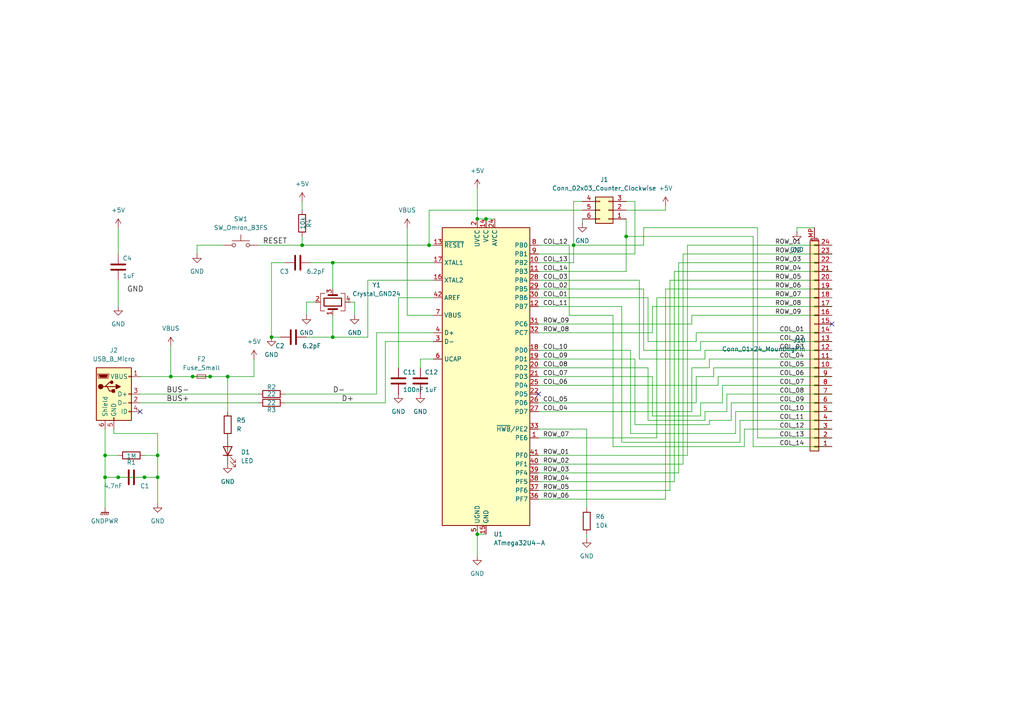
<source format=kicad_sch>
(kicad_sch
	(version 20231120)
	(generator "eeschema")
	(generator_version "8.0")
	(uuid "ac97ef51-c6e2-48bc-94e4-d60b42eeab7d")
	(paper "A4")
	(lib_symbols
		(symbol "+5V_1"
			(power)
			(pin_numbers hide)
			(pin_names
				(offset 0) hide)
			(exclude_from_sim no)
			(in_bom yes)
			(on_board yes)
			(property "Reference" "#PWR"
				(at 0 -3.81 0)
				(effects
					(font
						(size 1.27 1.27)
					)
					(hide yes)
				)
			)
			(property "Value" "+5V"
				(at 0 3.556 0)
				(effects
					(font
						(size 1.27 1.27)
					)
				)
			)
			(property "Footprint" ""
				(at 0 0 0)
				(effects
					(font
						(size 1.27 1.27)
					)
					(hide yes)
				)
			)
			(property "Datasheet" ""
				(at 0 0 0)
				(effects
					(font
						(size 1.27 1.27)
					)
					(hide yes)
				)
			)
			(property "Description" "Power symbol creates a global label with name \"+5V\""
				(at 0 0 0)
				(effects
					(font
						(size 1.27 1.27)
					)
					(hide yes)
				)
			)
			(property "ki_keywords" "global power"
				(at 0 0 0)
				(effects
					(font
						(size 1.27 1.27)
					)
					(hide yes)
				)
			)
			(symbol "+5V_1_0_1"
				(polyline
					(pts
						(xy -0.762 1.27) (xy 0 2.54)
					)
					(stroke
						(width 0)
						(type default)
					)
					(fill
						(type none)
					)
				)
				(polyline
					(pts
						(xy 0 0) (xy 0 2.54)
					)
					(stroke
						(width 0)
						(type default)
					)
					(fill
						(type none)
					)
				)
				(polyline
					(pts
						(xy 0 2.54) (xy 0.762 1.27)
					)
					(stroke
						(width 0)
						(type default)
					)
					(fill
						(type none)
					)
				)
			)
			(symbol "+5V_1_1_1"
				(pin power_in line
					(at 0 0 90)
					(length 0)
					(name "~"
						(effects
							(font
								(size 1.27 1.27)
							)
						)
					)
					(number "1"
						(effects
							(font
								(size 1.27 1.27)
							)
						)
					)
				)
			)
		)
		(symbol "+5V_2"
			(power)
			(pin_numbers hide)
			(pin_names
				(offset 0) hide)
			(exclude_from_sim no)
			(in_bom yes)
			(on_board yes)
			(property "Reference" "#PWR"
				(at 0 -3.81 0)
				(effects
					(font
						(size 1.27 1.27)
					)
					(hide yes)
				)
			)
			(property "Value" "+5V"
				(at 0 3.556 0)
				(effects
					(font
						(size 1.27 1.27)
					)
				)
			)
			(property "Footprint" ""
				(at 0 0 0)
				(effects
					(font
						(size 1.27 1.27)
					)
					(hide yes)
				)
			)
			(property "Datasheet" ""
				(at 0 0 0)
				(effects
					(font
						(size 1.27 1.27)
					)
					(hide yes)
				)
			)
			(property "Description" "Power symbol creates a global label with name \"+5V\""
				(at 0 0 0)
				(effects
					(font
						(size 1.27 1.27)
					)
					(hide yes)
				)
			)
			(property "ki_keywords" "global power"
				(at 0 0 0)
				(effects
					(font
						(size 1.27 1.27)
					)
					(hide yes)
				)
			)
			(symbol "+5V_2_0_1"
				(polyline
					(pts
						(xy -0.762 1.27) (xy 0 2.54)
					)
					(stroke
						(width 0)
						(type default)
					)
					(fill
						(type none)
					)
				)
				(polyline
					(pts
						(xy 0 0) (xy 0 2.54)
					)
					(stroke
						(width 0)
						(type default)
					)
					(fill
						(type none)
					)
				)
				(polyline
					(pts
						(xy 0 2.54) (xy 0.762 1.27)
					)
					(stroke
						(width 0)
						(type default)
					)
					(fill
						(type none)
					)
				)
			)
			(symbol "+5V_2_1_1"
				(pin power_in line
					(at 0 0 90)
					(length 0)
					(name "~"
						(effects
							(font
								(size 1.27 1.27)
							)
						)
					)
					(number "1"
						(effects
							(font
								(size 1.27 1.27)
							)
						)
					)
				)
			)
		)
		(symbol "+5V_3"
			(power)
			(pin_numbers hide)
			(pin_names
				(offset 0) hide)
			(exclude_from_sim no)
			(in_bom yes)
			(on_board yes)
			(property "Reference" "#PWR"
				(at 0 -3.81 0)
				(effects
					(font
						(size 1.27 1.27)
					)
					(hide yes)
				)
			)
			(property "Value" "+5V"
				(at 0 3.556 0)
				(effects
					(font
						(size 1.27 1.27)
					)
				)
			)
			(property "Footprint" ""
				(at 0 0 0)
				(effects
					(font
						(size 1.27 1.27)
					)
					(hide yes)
				)
			)
			(property "Datasheet" ""
				(at 0 0 0)
				(effects
					(font
						(size 1.27 1.27)
					)
					(hide yes)
				)
			)
			(property "Description" "Power symbol creates a global label with name \"+5V\""
				(at 0 0 0)
				(effects
					(font
						(size 1.27 1.27)
					)
					(hide yes)
				)
			)
			(property "ki_keywords" "global power"
				(at 0 0 0)
				(effects
					(font
						(size 1.27 1.27)
					)
					(hide yes)
				)
			)
			(symbol "+5V_3_0_1"
				(polyline
					(pts
						(xy -0.762 1.27) (xy 0 2.54)
					)
					(stroke
						(width 0)
						(type default)
					)
					(fill
						(type none)
					)
				)
				(polyline
					(pts
						(xy 0 0) (xy 0 2.54)
					)
					(stroke
						(width 0)
						(type default)
					)
					(fill
						(type none)
					)
				)
				(polyline
					(pts
						(xy 0 2.54) (xy 0.762 1.27)
					)
					(stroke
						(width 0)
						(type default)
					)
					(fill
						(type none)
					)
				)
			)
			(symbol "+5V_3_1_1"
				(pin power_in line
					(at 0 0 90)
					(length 0)
					(name "~"
						(effects
							(font
								(size 1.27 1.27)
							)
						)
					)
					(number "1"
						(effects
							(font
								(size 1.27 1.27)
							)
						)
					)
				)
			)
		)
		(symbol "Connector:USB_B_Micro"
			(pin_names
				(offset 1.016)
			)
			(exclude_from_sim no)
			(in_bom yes)
			(on_board yes)
			(property "Reference" "J"
				(at -5.08 11.43 0)
				(effects
					(font
						(size 1.27 1.27)
					)
					(justify left)
				)
			)
			(property "Value" "USB_B_Micro"
				(at -5.08 8.89 0)
				(effects
					(font
						(size 1.27 1.27)
					)
					(justify left)
				)
			)
			(property "Footprint" ""
				(at 3.81 -1.27 0)
				(effects
					(font
						(size 1.27 1.27)
					)
					(hide yes)
				)
			)
			(property "Datasheet" "~"
				(at 3.81 -1.27 0)
				(effects
					(font
						(size 1.27 1.27)
					)
					(hide yes)
				)
			)
			(property "Description" "USB Micro Type B connector"
				(at 0 0 0)
				(effects
					(font
						(size 1.27 1.27)
					)
					(hide yes)
				)
			)
			(property "ki_keywords" "connector USB micro"
				(at 0 0 0)
				(effects
					(font
						(size 1.27 1.27)
					)
					(hide yes)
				)
			)
			(property "ki_fp_filters" "USB*"
				(at 0 0 0)
				(effects
					(font
						(size 1.27 1.27)
					)
					(hide yes)
				)
			)
			(symbol "USB_B_Micro_0_1"
				(rectangle
					(start -5.08 -7.62)
					(end 5.08 7.62)
					(stroke
						(width 0.254)
						(type default)
					)
					(fill
						(type background)
					)
				)
				(circle
					(center -3.81 2.159)
					(radius 0.635)
					(stroke
						(width 0.254)
						(type default)
					)
					(fill
						(type outline)
					)
				)
				(circle
					(center -0.635 3.429)
					(radius 0.381)
					(stroke
						(width 0.254)
						(type default)
					)
					(fill
						(type outline)
					)
				)
				(rectangle
					(start -0.127 -7.62)
					(end 0.127 -6.858)
					(stroke
						(width 0)
						(type default)
					)
					(fill
						(type none)
					)
				)
				(polyline
					(pts
						(xy -1.905 2.159) (xy 0.635 2.159)
					)
					(stroke
						(width 0.254)
						(type default)
					)
					(fill
						(type none)
					)
				)
				(polyline
					(pts
						(xy -3.175 2.159) (xy -2.54 2.159) (xy -1.27 3.429) (xy -0.635 3.429)
					)
					(stroke
						(width 0.254)
						(type default)
					)
					(fill
						(type none)
					)
				)
				(polyline
					(pts
						(xy -2.54 2.159) (xy -1.905 2.159) (xy -1.27 0.889) (xy 0 0.889)
					)
					(stroke
						(width 0.254)
						(type default)
					)
					(fill
						(type none)
					)
				)
				(polyline
					(pts
						(xy 0.635 2.794) (xy 0.635 1.524) (xy 1.905 2.159) (xy 0.635 2.794)
					)
					(stroke
						(width 0.254)
						(type default)
					)
					(fill
						(type outline)
					)
				)
				(polyline
					(pts
						(xy -4.318 5.588) (xy -1.778 5.588) (xy -2.032 4.826) (xy -4.064 4.826) (xy -4.318 5.588)
					)
					(stroke
						(width 0)
						(type default)
					)
					(fill
						(type outline)
					)
				)
				(polyline
					(pts
						(xy -4.699 5.842) (xy -4.699 5.588) (xy -4.445 4.826) (xy -4.445 4.572) (xy -1.651 4.572) (xy -1.651 4.826)
						(xy -1.397 5.588) (xy -1.397 5.842) (xy -4.699 5.842)
					)
					(stroke
						(width 0)
						(type default)
					)
					(fill
						(type none)
					)
				)
				(rectangle
					(start 0.254 1.27)
					(end -0.508 0.508)
					(stroke
						(width 0.254)
						(type default)
					)
					(fill
						(type outline)
					)
				)
				(rectangle
					(start 5.08 -5.207)
					(end 4.318 -4.953)
					(stroke
						(width 0)
						(type default)
					)
					(fill
						(type none)
					)
				)
				(rectangle
					(start 5.08 -2.667)
					(end 4.318 -2.413)
					(stroke
						(width 0)
						(type default)
					)
					(fill
						(type none)
					)
				)
				(rectangle
					(start 5.08 -0.127)
					(end 4.318 0.127)
					(stroke
						(width 0)
						(type default)
					)
					(fill
						(type none)
					)
				)
				(rectangle
					(start 5.08 4.953)
					(end 4.318 5.207)
					(stroke
						(width 0)
						(type default)
					)
					(fill
						(type none)
					)
				)
			)
			(symbol "USB_B_Micro_1_1"
				(pin power_out line
					(at 7.62 5.08 180)
					(length 2.54)
					(name "VBUS"
						(effects
							(font
								(size 1.27 1.27)
							)
						)
					)
					(number "1"
						(effects
							(font
								(size 1.27 1.27)
							)
						)
					)
				)
				(pin bidirectional line
					(at 7.62 -2.54 180)
					(length 2.54)
					(name "D-"
						(effects
							(font
								(size 1.27 1.27)
							)
						)
					)
					(number "2"
						(effects
							(font
								(size 1.27 1.27)
							)
						)
					)
				)
				(pin bidirectional line
					(at 7.62 0 180)
					(length 2.54)
					(name "D+"
						(effects
							(font
								(size 1.27 1.27)
							)
						)
					)
					(number "3"
						(effects
							(font
								(size 1.27 1.27)
							)
						)
					)
				)
				(pin passive line
					(at 7.62 -5.08 180)
					(length 2.54)
					(name "ID"
						(effects
							(font
								(size 1.27 1.27)
							)
						)
					)
					(number "4"
						(effects
							(font
								(size 1.27 1.27)
							)
						)
					)
				)
				(pin power_out line
					(at 0 -10.16 90)
					(length 2.54)
					(name "GND"
						(effects
							(font
								(size 1.27 1.27)
							)
						)
					)
					(number "5"
						(effects
							(font
								(size 1.27 1.27)
							)
						)
					)
				)
				(pin passive line
					(at -2.54 -10.16 90)
					(length 2.54)
					(name "Shield"
						(effects
							(font
								(size 1.27 1.27)
							)
						)
					)
					(number "6"
						(effects
							(font
								(size 1.27 1.27)
							)
						)
					)
				)
			)
		)
		(symbol "Connector_Generic:Conn_02x03_Counter_Clockwise"
			(pin_names
				(offset 1.016) hide)
			(exclude_from_sim no)
			(in_bom yes)
			(on_board yes)
			(property "Reference" "J"
				(at 1.27 5.08 0)
				(effects
					(font
						(size 1.27 1.27)
					)
				)
			)
			(property "Value" "Conn_02x03_Counter_Clockwise"
				(at 1.27 -5.08 0)
				(effects
					(font
						(size 1.27 1.27)
					)
				)
			)
			(property "Footprint" ""
				(at 0 0 0)
				(effects
					(font
						(size 1.27 1.27)
					)
					(hide yes)
				)
			)
			(property "Datasheet" "~"
				(at 0 0 0)
				(effects
					(font
						(size 1.27 1.27)
					)
					(hide yes)
				)
			)
			(property "Description" "Generic connector, double row, 02x03, counter clockwise pin numbering scheme (similar to DIP package numbering), script generated (kicad-library-utils/schlib/autogen/connector/)"
				(at 0 0 0)
				(effects
					(font
						(size 1.27 1.27)
					)
					(hide yes)
				)
			)
			(property "ki_keywords" "connector"
				(at 0 0 0)
				(effects
					(font
						(size 1.27 1.27)
					)
					(hide yes)
				)
			)
			(property "ki_fp_filters" "Connector*:*_2x??_*"
				(at 0 0 0)
				(effects
					(font
						(size 1.27 1.27)
					)
					(hide yes)
				)
			)
			(symbol "Conn_02x03_Counter_Clockwise_1_1"
				(rectangle
					(start -1.27 -2.413)
					(end 0 -2.667)
					(stroke
						(width 0.1524)
						(type default)
					)
					(fill
						(type none)
					)
				)
				(rectangle
					(start -1.27 0.127)
					(end 0 -0.127)
					(stroke
						(width 0.1524)
						(type default)
					)
					(fill
						(type none)
					)
				)
				(rectangle
					(start -1.27 2.667)
					(end 0 2.413)
					(stroke
						(width 0.1524)
						(type default)
					)
					(fill
						(type none)
					)
				)
				(rectangle
					(start -1.27 3.81)
					(end 3.81 -3.81)
					(stroke
						(width 0.254)
						(type default)
					)
					(fill
						(type background)
					)
				)
				(rectangle
					(start 3.81 -2.413)
					(end 2.54 -2.667)
					(stroke
						(width 0.1524)
						(type default)
					)
					(fill
						(type none)
					)
				)
				(rectangle
					(start 3.81 0.127)
					(end 2.54 -0.127)
					(stroke
						(width 0.1524)
						(type default)
					)
					(fill
						(type none)
					)
				)
				(rectangle
					(start 3.81 2.667)
					(end 2.54 2.413)
					(stroke
						(width 0.1524)
						(type default)
					)
					(fill
						(type none)
					)
				)
				(pin passive line
					(at -5.08 2.54 0)
					(length 3.81)
					(name "Pin_1"
						(effects
							(font
								(size 1.27 1.27)
							)
						)
					)
					(number "1"
						(effects
							(font
								(size 1.27 1.27)
							)
						)
					)
				)
				(pin passive line
					(at -5.08 0 0)
					(length 3.81)
					(name "Pin_2"
						(effects
							(font
								(size 1.27 1.27)
							)
						)
					)
					(number "2"
						(effects
							(font
								(size 1.27 1.27)
							)
						)
					)
				)
				(pin passive line
					(at -5.08 -2.54 0)
					(length 3.81)
					(name "Pin_3"
						(effects
							(font
								(size 1.27 1.27)
							)
						)
					)
					(number "3"
						(effects
							(font
								(size 1.27 1.27)
							)
						)
					)
				)
				(pin passive line
					(at 7.62 -2.54 180)
					(length 3.81)
					(name "Pin_4"
						(effects
							(font
								(size 1.27 1.27)
							)
						)
					)
					(number "4"
						(effects
							(font
								(size 1.27 1.27)
							)
						)
					)
				)
				(pin passive line
					(at 7.62 0 180)
					(length 3.81)
					(name "Pin_5"
						(effects
							(font
								(size 1.27 1.27)
							)
						)
					)
					(number "5"
						(effects
							(font
								(size 1.27 1.27)
							)
						)
					)
				)
				(pin passive line
					(at 7.62 2.54 180)
					(length 3.81)
					(name "Pin_6"
						(effects
							(font
								(size 1.27 1.27)
							)
						)
					)
					(number "6"
						(effects
							(font
								(size 1.27 1.27)
							)
						)
					)
				)
			)
		)
		(symbol "Connector_Generic_MountingPin:Conn_01x24_MountingPin"
			(pin_names
				(offset 1.016) hide)
			(exclude_from_sim no)
			(in_bom yes)
			(on_board yes)
			(property "Reference" "J"
				(at 0 30.48 0)
				(effects
					(font
						(size 1.27 1.27)
					)
				)
			)
			(property "Value" "Conn_01x24_MountingPin"
				(at 1.27 -33.02 0)
				(effects
					(font
						(size 1.27 1.27)
					)
					(justify left)
				)
			)
			(property "Footprint" ""
				(at 0 0 0)
				(effects
					(font
						(size 1.27 1.27)
					)
					(hide yes)
				)
			)
			(property "Datasheet" "~"
				(at 0 0 0)
				(effects
					(font
						(size 1.27 1.27)
					)
					(hide yes)
				)
			)
			(property "Description" "Generic connectable mounting pin connector, single row, 01x24, script generated (kicad-library-utils/schlib/autogen/connector/)"
				(at 0 0 0)
				(effects
					(font
						(size 1.27 1.27)
					)
					(hide yes)
				)
			)
			(property "ki_keywords" "connector"
				(at 0 0 0)
				(effects
					(font
						(size 1.27 1.27)
					)
					(hide yes)
				)
			)
			(property "ki_fp_filters" "Connector*:*_1x??-1MP*"
				(at 0 0 0)
				(effects
					(font
						(size 1.27 1.27)
					)
					(hide yes)
				)
			)
			(symbol "Conn_01x24_MountingPin_1_1"
				(rectangle
					(start -1.27 -30.353)
					(end 0 -30.607)
					(stroke
						(width 0.1524)
						(type default)
					)
					(fill
						(type none)
					)
				)
				(rectangle
					(start -1.27 -27.813)
					(end 0 -28.067)
					(stroke
						(width 0.1524)
						(type default)
					)
					(fill
						(type none)
					)
				)
				(rectangle
					(start -1.27 -25.273)
					(end 0 -25.527)
					(stroke
						(width 0.1524)
						(type default)
					)
					(fill
						(type none)
					)
				)
				(rectangle
					(start -1.27 -22.733)
					(end 0 -22.987)
					(stroke
						(width 0.1524)
						(type default)
					)
					(fill
						(type none)
					)
				)
				(rectangle
					(start -1.27 -20.193)
					(end 0 -20.447)
					(stroke
						(width 0.1524)
						(type default)
					)
					(fill
						(type none)
					)
				)
				(rectangle
					(start -1.27 -17.653)
					(end 0 -17.907)
					(stroke
						(width 0.1524)
						(type default)
					)
					(fill
						(type none)
					)
				)
				(rectangle
					(start -1.27 -15.113)
					(end 0 -15.367)
					(stroke
						(width 0.1524)
						(type default)
					)
					(fill
						(type none)
					)
				)
				(rectangle
					(start -1.27 -12.573)
					(end 0 -12.827)
					(stroke
						(width 0.1524)
						(type default)
					)
					(fill
						(type none)
					)
				)
				(rectangle
					(start -1.27 -10.033)
					(end 0 -10.287)
					(stroke
						(width 0.1524)
						(type default)
					)
					(fill
						(type none)
					)
				)
				(rectangle
					(start -1.27 -7.493)
					(end 0 -7.747)
					(stroke
						(width 0.1524)
						(type default)
					)
					(fill
						(type none)
					)
				)
				(rectangle
					(start -1.27 -4.953)
					(end 0 -5.207)
					(stroke
						(width 0.1524)
						(type default)
					)
					(fill
						(type none)
					)
				)
				(rectangle
					(start -1.27 -2.413)
					(end 0 -2.667)
					(stroke
						(width 0.1524)
						(type default)
					)
					(fill
						(type none)
					)
				)
				(rectangle
					(start -1.27 0.127)
					(end 0 -0.127)
					(stroke
						(width 0.1524)
						(type default)
					)
					(fill
						(type none)
					)
				)
				(rectangle
					(start -1.27 2.667)
					(end 0 2.413)
					(stroke
						(width 0.1524)
						(type default)
					)
					(fill
						(type none)
					)
				)
				(rectangle
					(start -1.27 5.207)
					(end 0 4.953)
					(stroke
						(width 0.1524)
						(type default)
					)
					(fill
						(type none)
					)
				)
				(rectangle
					(start -1.27 7.747)
					(end 0 7.493)
					(stroke
						(width 0.1524)
						(type default)
					)
					(fill
						(type none)
					)
				)
				(rectangle
					(start -1.27 10.287)
					(end 0 10.033)
					(stroke
						(width 0.1524)
						(type default)
					)
					(fill
						(type none)
					)
				)
				(rectangle
					(start -1.27 12.827)
					(end 0 12.573)
					(stroke
						(width 0.1524)
						(type default)
					)
					(fill
						(type none)
					)
				)
				(rectangle
					(start -1.27 15.367)
					(end 0 15.113)
					(stroke
						(width 0.1524)
						(type default)
					)
					(fill
						(type none)
					)
				)
				(rectangle
					(start -1.27 17.907)
					(end 0 17.653)
					(stroke
						(width 0.1524)
						(type default)
					)
					(fill
						(type none)
					)
				)
				(rectangle
					(start -1.27 20.447)
					(end 0 20.193)
					(stroke
						(width 0.1524)
						(type default)
					)
					(fill
						(type none)
					)
				)
				(rectangle
					(start -1.27 22.987)
					(end 0 22.733)
					(stroke
						(width 0.1524)
						(type default)
					)
					(fill
						(type none)
					)
				)
				(rectangle
					(start -1.27 25.527)
					(end 0 25.273)
					(stroke
						(width 0.1524)
						(type default)
					)
					(fill
						(type none)
					)
				)
				(rectangle
					(start -1.27 28.067)
					(end 0 27.813)
					(stroke
						(width 0.1524)
						(type default)
					)
					(fill
						(type none)
					)
				)
				(rectangle
					(start -1.27 29.21)
					(end 1.27 -31.75)
					(stroke
						(width 0.254)
						(type default)
					)
					(fill
						(type background)
					)
				)
				(polyline
					(pts
						(xy -1.016 -32.512) (xy 1.016 -32.512)
					)
					(stroke
						(width 0.1524)
						(type default)
					)
					(fill
						(type none)
					)
				)
				(text "Mounting"
					(at 0 -32.131 0)
					(effects
						(font
							(size 0.381 0.381)
						)
					)
				)
				(pin passive line
					(at -5.08 27.94 0)
					(length 3.81)
					(name "Pin_1"
						(effects
							(font
								(size 1.27 1.27)
							)
						)
					)
					(number "1"
						(effects
							(font
								(size 1.27 1.27)
							)
						)
					)
				)
				(pin passive line
					(at -5.08 5.08 0)
					(length 3.81)
					(name "Pin_10"
						(effects
							(font
								(size 1.27 1.27)
							)
						)
					)
					(number "10"
						(effects
							(font
								(size 1.27 1.27)
							)
						)
					)
				)
				(pin passive line
					(at -5.08 2.54 0)
					(length 3.81)
					(name "Pin_11"
						(effects
							(font
								(size 1.27 1.27)
							)
						)
					)
					(number "11"
						(effects
							(font
								(size 1.27 1.27)
							)
						)
					)
				)
				(pin passive line
					(at -5.08 0 0)
					(length 3.81)
					(name "Pin_12"
						(effects
							(font
								(size 1.27 1.27)
							)
						)
					)
					(number "12"
						(effects
							(font
								(size 1.27 1.27)
							)
						)
					)
				)
				(pin passive line
					(at -5.08 -2.54 0)
					(length 3.81)
					(name "Pin_13"
						(effects
							(font
								(size 1.27 1.27)
							)
						)
					)
					(number "13"
						(effects
							(font
								(size 1.27 1.27)
							)
						)
					)
				)
				(pin passive line
					(at -5.08 -5.08 0)
					(length 3.81)
					(name "Pin_14"
						(effects
							(font
								(size 1.27 1.27)
							)
						)
					)
					(number "14"
						(effects
							(font
								(size 1.27 1.27)
							)
						)
					)
				)
				(pin passive line
					(at -5.08 -7.62 0)
					(length 3.81)
					(name "Pin_15"
						(effects
							(font
								(size 1.27 1.27)
							)
						)
					)
					(number "15"
						(effects
							(font
								(size 1.27 1.27)
							)
						)
					)
				)
				(pin passive line
					(at -5.08 -10.16 0)
					(length 3.81)
					(name "Pin_16"
						(effects
							(font
								(size 1.27 1.27)
							)
						)
					)
					(number "16"
						(effects
							(font
								(size 1.27 1.27)
							)
						)
					)
				)
				(pin passive line
					(at -5.08 -12.7 0)
					(length 3.81)
					(name "Pin_17"
						(effects
							(font
								(size 1.27 1.27)
							)
						)
					)
					(number "17"
						(effects
							(font
								(size 1.27 1.27)
							)
						)
					)
				)
				(pin passive line
					(at -5.08 -15.24 0)
					(length 3.81)
					(name "Pin_18"
						(effects
							(font
								(size 1.27 1.27)
							)
						)
					)
					(number "18"
						(effects
							(font
								(size 1.27 1.27)
							)
						)
					)
				)
				(pin passive line
					(at -5.08 -17.78 0)
					(length 3.81)
					(name "Pin_19"
						(effects
							(font
								(size 1.27 1.27)
							)
						)
					)
					(number "19"
						(effects
							(font
								(size 1.27 1.27)
							)
						)
					)
				)
				(pin passive line
					(at -5.08 25.4 0)
					(length 3.81)
					(name "Pin_2"
						(effects
							(font
								(size 1.27 1.27)
							)
						)
					)
					(number "2"
						(effects
							(font
								(size 1.27 1.27)
							)
						)
					)
				)
				(pin passive line
					(at -5.08 -20.32 0)
					(length 3.81)
					(name "Pin_20"
						(effects
							(font
								(size 1.27 1.27)
							)
						)
					)
					(number "20"
						(effects
							(font
								(size 1.27 1.27)
							)
						)
					)
				)
				(pin passive line
					(at -5.08 -22.86 0)
					(length 3.81)
					(name "Pin_21"
						(effects
							(font
								(size 1.27 1.27)
							)
						)
					)
					(number "21"
						(effects
							(font
								(size 1.27 1.27)
							)
						)
					)
				)
				(pin passive line
					(at -5.08 -25.4 0)
					(length 3.81)
					(name "Pin_22"
						(effects
							(font
								(size 1.27 1.27)
							)
						)
					)
					(number "22"
						(effects
							(font
								(size 1.27 1.27)
							)
						)
					)
				)
				(pin passive line
					(at -5.08 -27.94 0)
					(length 3.81)
					(name "Pin_23"
						(effects
							(font
								(size 1.27 1.27)
							)
						)
					)
					(number "23"
						(effects
							(font
								(size 1.27 1.27)
							)
						)
					)
				)
				(pin passive line
					(at -5.08 -30.48 0)
					(length 3.81)
					(name "Pin_24"
						(effects
							(font
								(size 1.27 1.27)
							)
						)
					)
					(number "24"
						(effects
							(font
								(size 1.27 1.27)
							)
						)
					)
				)
				(pin passive line
					(at -5.08 22.86 0)
					(length 3.81)
					(name "Pin_3"
						(effects
							(font
								(size 1.27 1.27)
							)
						)
					)
					(number "3"
						(effects
							(font
								(size 1.27 1.27)
							)
						)
					)
				)
				(pin passive line
					(at -5.08 20.32 0)
					(length 3.81)
					(name "Pin_4"
						(effects
							(font
								(size 1.27 1.27)
							)
						)
					)
					(number "4"
						(effects
							(font
								(size 1.27 1.27)
							)
						)
					)
				)
				(pin passive line
					(at -5.08 17.78 0)
					(length 3.81)
					(name "Pin_5"
						(effects
							(font
								(size 1.27 1.27)
							)
						)
					)
					(number "5"
						(effects
							(font
								(size 1.27 1.27)
							)
						)
					)
				)
				(pin passive line
					(at -5.08 15.24 0)
					(length 3.81)
					(name "Pin_6"
						(effects
							(font
								(size 1.27 1.27)
							)
						)
					)
					(number "6"
						(effects
							(font
								(size 1.27 1.27)
							)
						)
					)
				)
				(pin passive line
					(at -5.08 12.7 0)
					(length 3.81)
					(name "Pin_7"
						(effects
							(font
								(size 1.27 1.27)
							)
						)
					)
					(number "7"
						(effects
							(font
								(size 1.27 1.27)
							)
						)
					)
				)
				(pin passive line
					(at -5.08 10.16 0)
					(length 3.81)
					(name "Pin_8"
						(effects
							(font
								(size 1.27 1.27)
							)
						)
					)
					(number "8"
						(effects
							(font
								(size 1.27 1.27)
							)
						)
					)
				)
				(pin passive line
					(at -5.08 7.62 0)
					(length 3.81)
					(name "Pin_9"
						(effects
							(font
								(size 1.27 1.27)
							)
						)
					)
					(number "9"
						(effects
							(font
								(size 1.27 1.27)
							)
						)
					)
				)
				(pin passive line
					(at 0 -35.56 90)
					(length 3.048)
					(name "MountPin"
						(effects
							(font
								(size 1.27 1.27)
							)
						)
					)
					(number "MP"
						(effects
							(font
								(size 1.27 1.27)
							)
						)
					)
				)
			)
		)
		(symbol "Device:C"
			(pin_numbers hide)
			(pin_names
				(offset 0.254)
			)
			(exclude_from_sim no)
			(in_bom yes)
			(on_board yes)
			(property "Reference" "C"
				(at 0.635 2.54 0)
				(effects
					(font
						(size 1.27 1.27)
					)
					(justify left)
				)
			)
			(property "Value" "C"
				(at 0.635 -2.54 0)
				(effects
					(font
						(size 1.27 1.27)
					)
					(justify left)
				)
			)
			(property "Footprint" ""
				(at 0.9652 -3.81 0)
				(effects
					(font
						(size 1.27 1.27)
					)
					(hide yes)
				)
			)
			(property "Datasheet" "~"
				(at 0 0 0)
				(effects
					(font
						(size 1.27 1.27)
					)
					(hide yes)
				)
			)
			(property "Description" "Unpolarized capacitor"
				(at 0 0 0)
				(effects
					(font
						(size 1.27 1.27)
					)
					(hide yes)
				)
			)
			(property "ki_keywords" "cap capacitor"
				(at 0 0 0)
				(effects
					(font
						(size 1.27 1.27)
					)
					(hide yes)
				)
			)
			(property "ki_fp_filters" "C_*"
				(at 0 0 0)
				(effects
					(font
						(size 1.27 1.27)
					)
					(hide yes)
				)
			)
			(symbol "C_0_1"
				(polyline
					(pts
						(xy -2.032 -0.762) (xy 2.032 -0.762)
					)
					(stroke
						(width 0.508)
						(type default)
					)
					(fill
						(type none)
					)
				)
				(polyline
					(pts
						(xy -2.032 0.762) (xy 2.032 0.762)
					)
					(stroke
						(width 0.508)
						(type default)
					)
					(fill
						(type none)
					)
				)
			)
			(symbol "C_1_1"
				(pin passive line
					(at 0 3.81 270)
					(length 2.794)
					(name "~"
						(effects
							(font
								(size 1.27 1.27)
							)
						)
					)
					(number "1"
						(effects
							(font
								(size 1.27 1.27)
							)
						)
					)
				)
				(pin passive line
					(at 0 -3.81 90)
					(length 2.794)
					(name "~"
						(effects
							(font
								(size 1.27 1.27)
							)
						)
					)
					(number "2"
						(effects
							(font
								(size 1.27 1.27)
							)
						)
					)
				)
			)
		)
		(symbol "Device:Crystal_GND24"
			(pin_names
				(offset 1.016) hide)
			(exclude_from_sim no)
			(in_bom yes)
			(on_board yes)
			(property "Reference" "Y"
				(at 3.175 5.08 0)
				(effects
					(font
						(size 1.27 1.27)
					)
					(justify left)
				)
			)
			(property "Value" "Crystal_GND24"
				(at 3.175 3.175 0)
				(effects
					(font
						(size 1.27 1.27)
					)
					(justify left)
				)
			)
			(property "Footprint" ""
				(at 0 0 0)
				(effects
					(font
						(size 1.27 1.27)
					)
					(hide yes)
				)
			)
			(property "Datasheet" "~"
				(at 0 0 0)
				(effects
					(font
						(size 1.27 1.27)
					)
					(hide yes)
				)
			)
			(property "Description" "Four pin crystal, GND on pins 2 and 4"
				(at 0 0 0)
				(effects
					(font
						(size 1.27 1.27)
					)
					(hide yes)
				)
			)
			(property "ki_keywords" "quartz ceramic resonator oscillator"
				(at 0 0 0)
				(effects
					(font
						(size 1.27 1.27)
					)
					(hide yes)
				)
			)
			(property "ki_fp_filters" "Crystal*"
				(at 0 0 0)
				(effects
					(font
						(size 1.27 1.27)
					)
					(hide yes)
				)
			)
			(symbol "Crystal_GND24_0_1"
				(rectangle
					(start -1.143 2.54)
					(end 1.143 -2.54)
					(stroke
						(width 0.3048)
						(type default)
					)
					(fill
						(type none)
					)
				)
				(polyline
					(pts
						(xy -2.54 0) (xy -2.032 0)
					)
					(stroke
						(width 0)
						(type default)
					)
					(fill
						(type none)
					)
				)
				(polyline
					(pts
						(xy -2.032 -1.27) (xy -2.032 1.27)
					)
					(stroke
						(width 0.508)
						(type default)
					)
					(fill
						(type none)
					)
				)
				(polyline
					(pts
						(xy 0 -3.81) (xy 0 -3.556)
					)
					(stroke
						(width 0)
						(type default)
					)
					(fill
						(type none)
					)
				)
				(polyline
					(pts
						(xy 0 3.556) (xy 0 3.81)
					)
					(stroke
						(width 0)
						(type default)
					)
					(fill
						(type none)
					)
				)
				(polyline
					(pts
						(xy 2.032 -1.27) (xy 2.032 1.27)
					)
					(stroke
						(width 0.508)
						(type default)
					)
					(fill
						(type none)
					)
				)
				(polyline
					(pts
						(xy 2.032 0) (xy 2.54 0)
					)
					(stroke
						(width 0)
						(type default)
					)
					(fill
						(type none)
					)
				)
				(polyline
					(pts
						(xy -2.54 -2.286) (xy -2.54 -3.556) (xy 2.54 -3.556) (xy 2.54 -2.286)
					)
					(stroke
						(width 0)
						(type default)
					)
					(fill
						(type none)
					)
				)
				(polyline
					(pts
						(xy -2.54 2.286) (xy -2.54 3.556) (xy 2.54 3.556) (xy 2.54 2.286)
					)
					(stroke
						(width 0)
						(type default)
					)
					(fill
						(type none)
					)
				)
			)
			(symbol "Crystal_GND24_1_1"
				(pin passive line
					(at -3.81 0 0)
					(length 1.27)
					(name "1"
						(effects
							(font
								(size 1.27 1.27)
							)
						)
					)
					(number "1"
						(effects
							(font
								(size 1.27 1.27)
							)
						)
					)
				)
				(pin passive line
					(at 0 5.08 270)
					(length 1.27)
					(name "2"
						(effects
							(font
								(size 1.27 1.27)
							)
						)
					)
					(number "2"
						(effects
							(font
								(size 1.27 1.27)
							)
						)
					)
				)
				(pin passive line
					(at 3.81 0 180)
					(length 1.27)
					(name "3"
						(effects
							(font
								(size 1.27 1.27)
							)
						)
					)
					(number "3"
						(effects
							(font
								(size 1.27 1.27)
							)
						)
					)
				)
				(pin passive line
					(at 0 -5.08 90)
					(length 1.27)
					(name "4"
						(effects
							(font
								(size 1.27 1.27)
							)
						)
					)
					(number "4"
						(effects
							(font
								(size 1.27 1.27)
							)
						)
					)
				)
			)
		)
		(symbol "Device:Fuse_Small"
			(pin_numbers hide)
			(pin_names
				(offset 0.254) hide)
			(exclude_from_sim no)
			(in_bom yes)
			(on_board yes)
			(property "Reference" "F"
				(at 0 -1.524 0)
				(effects
					(font
						(size 1.27 1.27)
					)
				)
			)
			(property "Value" "Fuse_Small"
				(at 0 1.524 0)
				(effects
					(font
						(size 1.27 1.27)
					)
				)
			)
			(property "Footprint" ""
				(at 0 0 0)
				(effects
					(font
						(size 1.27 1.27)
					)
					(hide yes)
				)
			)
			(property "Datasheet" "~"
				(at 0 0 0)
				(effects
					(font
						(size 1.27 1.27)
					)
					(hide yes)
				)
			)
			(property "Description" "Fuse, small symbol"
				(at 0 0 0)
				(effects
					(font
						(size 1.27 1.27)
					)
					(hide yes)
				)
			)
			(property "ki_keywords" "fuse"
				(at 0 0 0)
				(effects
					(font
						(size 1.27 1.27)
					)
					(hide yes)
				)
			)
			(property "ki_fp_filters" "*Fuse*"
				(at 0 0 0)
				(effects
					(font
						(size 1.27 1.27)
					)
					(hide yes)
				)
			)
			(symbol "Fuse_Small_0_1"
				(rectangle
					(start -1.27 0.508)
					(end 1.27 -0.508)
					(stroke
						(width 0)
						(type default)
					)
					(fill
						(type none)
					)
				)
				(polyline
					(pts
						(xy -1.27 0) (xy 1.27 0)
					)
					(stroke
						(width 0)
						(type default)
					)
					(fill
						(type none)
					)
				)
			)
			(symbol "Fuse_Small_1_1"
				(pin passive line
					(at -2.54 0 0)
					(length 1.27)
					(name "~"
						(effects
							(font
								(size 1.27 1.27)
							)
						)
					)
					(number "1"
						(effects
							(font
								(size 1.27 1.27)
							)
						)
					)
				)
				(pin passive line
					(at 2.54 0 180)
					(length 1.27)
					(name "~"
						(effects
							(font
								(size 1.27 1.27)
							)
						)
					)
					(number "2"
						(effects
							(font
								(size 1.27 1.27)
							)
						)
					)
				)
			)
		)
		(symbol "Device:LED"
			(pin_numbers hide)
			(pin_names
				(offset 1.016) hide)
			(exclude_from_sim no)
			(in_bom yes)
			(on_board yes)
			(property "Reference" "D"
				(at 0 2.54 0)
				(effects
					(font
						(size 1.27 1.27)
					)
				)
			)
			(property "Value" "LED"
				(at 0 -2.54 0)
				(effects
					(font
						(size 1.27 1.27)
					)
				)
			)
			(property "Footprint" ""
				(at 0 0 0)
				(effects
					(font
						(size 1.27 1.27)
					)
					(hide yes)
				)
			)
			(property "Datasheet" "~"
				(at 0 0 0)
				(effects
					(font
						(size 1.27 1.27)
					)
					(hide yes)
				)
			)
			(property "Description" "Light emitting diode"
				(at 0 0 0)
				(effects
					(font
						(size 1.27 1.27)
					)
					(hide yes)
				)
			)
			(property "ki_keywords" "LED diode"
				(at 0 0 0)
				(effects
					(font
						(size 1.27 1.27)
					)
					(hide yes)
				)
			)
			(property "ki_fp_filters" "LED* LED_SMD:* LED_THT:*"
				(at 0 0 0)
				(effects
					(font
						(size 1.27 1.27)
					)
					(hide yes)
				)
			)
			(symbol "LED_0_1"
				(polyline
					(pts
						(xy -1.27 -1.27) (xy -1.27 1.27)
					)
					(stroke
						(width 0.254)
						(type default)
					)
					(fill
						(type none)
					)
				)
				(polyline
					(pts
						(xy -1.27 0) (xy 1.27 0)
					)
					(stroke
						(width 0)
						(type default)
					)
					(fill
						(type none)
					)
				)
				(polyline
					(pts
						(xy 1.27 -1.27) (xy 1.27 1.27) (xy -1.27 0) (xy 1.27 -1.27)
					)
					(stroke
						(width 0.254)
						(type default)
					)
					(fill
						(type none)
					)
				)
				(polyline
					(pts
						(xy -3.048 -0.762) (xy -4.572 -2.286) (xy -3.81 -2.286) (xy -4.572 -2.286) (xy -4.572 -1.524)
					)
					(stroke
						(width 0)
						(type default)
					)
					(fill
						(type none)
					)
				)
				(polyline
					(pts
						(xy -1.778 -0.762) (xy -3.302 -2.286) (xy -2.54 -2.286) (xy -3.302 -2.286) (xy -3.302 -1.524)
					)
					(stroke
						(width 0)
						(type default)
					)
					(fill
						(type none)
					)
				)
			)
			(symbol "LED_1_1"
				(pin passive line
					(at -3.81 0 0)
					(length 2.54)
					(name "K"
						(effects
							(font
								(size 1.27 1.27)
							)
						)
					)
					(number "1"
						(effects
							(font
								(size 1.27 1.27)
							)
						)
					)
				)
				(pin passive line
					(at 3.81 0 180)
					(length 2.54)
					(name "A"
						(effects
							(font
								(size 1.27 1.27)
							)
						)
					)
					(number "2"
						(effects
							(font
								(size 1.27 1.27)
							)
						)
					)
				)
			)
		)
		(symbol "Device:R"
			(pin_numbers hide)
			(pin_names
				(offset 0)
			)
			(exclude_from_sim no)
			(in_bom yes)
			(on_board yes)
			(property "Reference" "R"
				(at 2.032 0 90)
				(effects
					(font
						(size 1.27 1.27)
					)
				)
			)
			(property "Value" "R"
				(at 0 0 90)
				(effects
					(font
						(size 1.27 1.27)
					)
				)
			)
			(property "Footprint" ""
				(at -1.778 0 90)
				(effects
					(font
						(size 1.27 1.27)
					)
					(hide yes)
				)
			)
			(property "Datasheet" "~"
				(at 0 0 0)
				(effects
					(font
						(size 1.27 1.27)
					)
					(hide yes)
				)
			)
			(property "Description" "Resistor"
				(at 0 0 0)
				(effects
					(font
						(size 1.27 1.27)
					)
					(hide yes)
				)
			)
			(property "ki_keywords" "R res resistor"
				(at 0 0 0)
				(effects
					(font
						(size 1.27 1.27)
					)
					(hide yes)
				)
			)
			(property "ki_fp_filters" "R_*"
				(at 0 0 0)
				(effects
					(font
						(size 1.27 1.27)
					)
					(hide yes)
				)
			)
			(symbol "R_0_1"
				(rectangle
					(start -1.016 -2.54)
					(end 1.016 2.54)
					(stroke
						(width 0.254)
						(type default)
					)
					(fill
						(type none)
					)
				)
			)
			(symbol "R_1_1"
				(pin passive line
					(at 0 3.81 270)
					(length 1.27)
					(name "~"
						(effects
							(font
								(size 1.27 1.27)
							)
						)
					)
					(number "1"
						(effects
							(font
								(size 1.27 1.27)
							)
						)
					)
				)
				(pin passive line
					(at 0 -3.81 90)
					(length 1.27)
					(name "~"
						(effects
							(font
								(size 1.27 1.27)
							)
						)
					)
					(number "2"
						(effects
							(font
								(size 1.27 1.27)
							)
						)
					)
				)
			)
		)
		(symbol "GND_1"
			(power)
			(pin_numbers hide)
			(pin_names
				(offset 0) hide)
			(exclude_from_sim no)
			(in_bom yes)
			(on_board yes)
			(property "Reference" "#PWR"
				(at 0 -6.35 0)
				(effects
					(font
						(size 1.27 1.27)
					)
					(hide yes)
				)
			)
			(property "Value" "GND"
				(at 0 -3.81 0)
				(effects
					(font
						(size 1.27 1.27)
					)
				)
			)
			(property "Footprint" ""
				(at 0 0 0)
				(effects
					(font
						(size 1.27 1.27)
					)
					(hide yes)
				)
			)
			(property "Datasheet" ""
				(at 0 0 0)
				(effects
					(font
						(size 1.27 1.27)
					)
					(hide yes)
				)
			)
			(property "Description" "Power symbol creates a global label with name \"GND\" , ground"
				(at 0 0 0)
				(effects
					(font
						(size 1.27 1.27)
					)
					(hide yes)
				)
			)
			(property "ki_keywords" "global power"
				(at 0 0 0)
				(effects
					(font
						(size 1.27 1.27)
					)
					(hide yes)
				)
			)
			(symbol "GND_1_0_1"
				(polyline
					(pts
						(xy 0 0) (xy 0 -1.27) (xy 1.27 -1.27) (xy 0 -2.54) (xy -1.27 -1.27) (xy 0 -1.27)
					)
					(stroke
						(width 0)
						(type default)
					)
					(fill
						(type none)
					)
				)
			)
			(symbol "GND_1_1_1"
				(pin power_in line
					(at 0 0 270)
					(length 0)
					(name "~"
						(effects
							(font
								(size 1.27 1.27)
							)
						)
					)
					(number "1"
						(effects
							(font
								(size 1.27 1.27)
							)
						)
					)
				)
			)
		)
		(symbol "GND_2"
			(power)
			(pin_numbers hide)
			(pin_names
				(offset 0) hide)
			(exclude_from_sim no)
			(in_bom yes)
			(on_board yes)
			(property "Reference" "#PWR"
				(at 0 -6.35 0)
				(effects
					(font
						(size 1.27 1.27)
					)
					(hide yes)
				)
			)
			(property "Value" "GND"
				(at 0 -3.81 0)
				(effects
					(font
						(size 1.27 1.27)
					)
				)
			)
			(property "Footprint" ""
				(at 0 0 0)
				(effects
					(font
						(size 1.27 1.27)
					)
					(hide yes)
				)
			)
			(property "Datasheet" ""
				(at 0 0 0)
				(effects
					(font
						(size 1.27 1.27)
					)
					(hide yes)
				)
			)
			(property "Description" "Power symbol creates a global label with name \"GND\" , ground"
				(at 0 0 0)
				(effects
					(font
						(size 1.27 1.27)
					)
					(hide yes)
				)
			)
			(property "ki_keywords" "global power"
				(at 0 0 0)
				(effects
					(font
						(size 1.27 1.27)
					)
					(hide yes)
				)
			)
			(symbol "GND_2_0_1"
				(polyline
					(pts
						(xy 0 0) (xy 0 -1.27) (xy 1.27 -1.27) (xy 0 -2.54) (xy -1.27 -1.27) (xy 0 -1.27)
					)
					(stroke
						(width 0)
						(type default)
					)
					(fill
						(type none)
					)
				)
			)
			(symbol "GND_2_1_1"
				(pin power_in line
					(at 0 0 270)
					(length 0)
					(name "~"
						(effects
							(font
								(size 1.27 1.27)
							)
						)
					)
					(number "1"
						(effects
							(font
								(size 1.27 1.27)
							)
						)
					)
				)
			)
		)
		(symbol "GND_3"
			(power)
			(pin_numbers hide)
			(pin_names
				(offset 0) hide)
			(exclude_from_sim no)
			(in_bom yes)
			(on_board yes)
			(property "Reference" "#PWR"
				(at 0 -6.35 0)
				(effects
					(font
						(size 1.27 1.27)
					)
					(hide yes)
				)
			)
			(property "Value" "GND"
				(at 0 -3.81 0)
				(effects
					(font
						(size 1.27 1.27)
					)
				)
			)
			(property "Footprint" ""
				(at 0 0 0)
				(effects
					(font
						(size 1.27 1.27)
					)
					(hide yes)
				)
			)
			(property "Datasheet" ""
				(at 0 0 0)
				(effects
					(font
						(size 1.27 1.27)
					)
					(hide yes)
				)
			)
			(property "Description" "Power symbol creates a global label with name \"GND\" , ground"
				(at 0 0 0)
				(effects
					(font
						(size 1.27 1.27)
					)
					(hide yes)
				)
			)
			(property "ki_keywords" "global power"
				(at 0 0 0)
				(effects
					(font
						(size 1.27 1.27)
					)
					(hide yes)
				)
			)
			(symbol "GND_3_0_1"
				(polyline
					(pts
						(xy 0 0) (xy 0 -1.27) (xy 1.27 -1.27) (xy 0 -2.54) (xy -1.27 -1.27) (xy 0 -1.27)
					)
					(stroke
						(width 0)
						(type default)
					)
					(fill
						(type none)
					)
				)
			)
			(symbol "GND_3_1_1"
				(pin power_in line
					(at 0 0 270)
					(length 0)
					(name "~"
						(effects
							(font
								(size 1.27 1.27)
							)
						)
					)
					(number "1"
						(effects
							(font
								(size 1.27 1.27)
							)
						)
					)
				)
			)
		)
		(symbol "GND_6"
			(power)
			(pin_numbers hide)
			(pin_names
				(offset 0) hide)
			(exclude_from_sim no)
			(in_bom yes)
			(on_board yes)
			(property "Reference" "#PWR"
				(at 0 -6.35 0)
				(effects
					(font
						(size 1.27 1.27)
					)
					(hide yes)
				)
			)
			(property "Value" "GND"
				(at 0 -3.81 0)
				(effects
					(font
						(size 1.27 1.27)
					)
				)
			)
			(property "Footprint" ""
				(at 0 0 0)
				(effects
					(font
						(size 1.27 1.27)
					)
					(hide yes)
				)
			)
			(property "Datasheet" ""
				(at 0 0 0)
				(effects
					(font
						(size 1.27 1.27)
					)
					(hide yes)
				)
			)
			(property "Description" "Power symbol creates a global label with name \"GND\" , ground"
				(at 0 0 0)
				(effects
					(font
						(size 1.27 1.27)
					)
					(hide yes)
				)
			)
			(property "ki_keywords" "global power"
				(at 0 0 0)
				(effects
					(font
						(size 1.27 1.27)
					)
					(hide yes)
				)
			)
			(symbol "GND_6_0_1"
				(polyline
					(pts
						(xy 0 0) (xy 0 -1.27) (xy 1.27 -1.27) (xy 0 -2.54) (xy -1.27 -1.27) (xy 0 -1.27)
					)
					(stroke
						(width 0)
						(type default)
					)
					(fill
						(type none)
					)
				)
			)
			(symbol "GND_6_1_1"
				(pin power_in line
					(at 0 0 270)
					(length 0)
					(name "~"
						(effects
							(font
								(size 1.27 1.27)
							)
						)
					)
					(number "1"
						(effects
							(font
								(size 1.27 1.27)
							)
						)
					)
				)
			)
		)
		(symbol "GND_7"
			(power)
			(pin_numbers hide)
			(pin_names
				(offset 0) hide)
			(exclude_from_sim no)
			(in_bom yes)
			(on_board yes)
			(property "Reference" "#PWR"
				(at 0 -6.35 0)
				(effects
					(font
						(size 1.27 1.27)
					)
					(hide yes)
				)
			)
			(property "Value" "GND"
				(at 0 -3.81 0)
				(effects
					(font
						(size 1.27 1.27)
					)
				)
			)
			(property "Footprint" ""
				(at 0 0 0)
				(effects
					(font
						(size 1.27 1.27)
					)
					(hide yes)
				)
			)
			(property "Datasheet" ""
				(at 0 0 0)
				(effects
					(font
						(size 1.27 1.27)
					)
					(hide yes)
				)
			)
			(property "Description" "Power symbol creates a global label with name \"GND\" , ground"
				(at 0 0 0)
				(effects
					(font
						(size 1.27 1.27)
					)
					(hide yes)
				)
			)
			(property "ki_keywords" "global power"
				(at 0 0 0)
				(effects
					(font
						(size 1.27 1.27)
					)
					(hide yes)
				)
			)
			(symbol "GND_7_0_1"
				(polyline
					(pts
						(xy 0 0) (xy 0 -1.27) (xy 1.27 -1.27) (xy 0 -2.54) (xy -1.27 -1.27) (xy 0 -1.27)
					)
					(stroke
						(width 0)
						(type default)
					)
					(fill
						(type none)
					)
				)
			)
			(symbol "GND_7_1_1"
				(pin power_in line
					(at 0 0 270)
					(length 0)
					(name "~"
						(effects
							(font
								(size 1.27 1.27)
							)
						)
					)
					(number "1"
						(effects
							(font
								(size 1.27 1.27)
							)
						)
					)
				)
			)
		)
		(symbol "GND_8"
			(power)
			(pin_numbers hide)
			(pin_names
				(offset 0) hide)
			(exclude_from_sim no)
			(in_bom yes)
			(on_board yes)
			(property "Reference" "#PWR"
				(at 0 -6.35 0)
				(effects
					(font
						(size 1.27 1.27)
					)
					(hide yes)
				)
			)
			(property "Value" "GND"
				(at 0 -3.81 0)
				(effects
					(font
						(size 1.27 1.27)
					)
				)
			)
			(property "Footprint" ""
				(at 0 0 0)
				(effects
					(font
						(size 1.27 1.27)
					)
					(hide yes)
				)
			)
			(property "Datasheet" ""
				(at 0 0 0)
				(effects
					(font
						(size 1.27 1.27)
					)
					(hide yes)
				)
			)
			(property "Description" "Power symbol creates a global label with name \"GND\" , ground"
				(at 0 0 0)
				(effects
					(font
						(size 1.27 1.27)
					)
					(hide yes)
				)
			)
			(property "ki_keywords" "global power"
				(at 0 0 0)
				(effects
					(font
						(size 1.27 1.27)
					)
					(hide yes)
				)
			)
			(symbol "GND_8_0_1"
				(polyline
					(pts
						(xy 0 0) (xy 0 -1.27) (xy 1.27 -1.27) (xy 0 -2.54) (xy -1.27 -1.27) (xy 0 -1.27)
					)
					(stroke
						(width 0)
						(type default)
					)
					(fill
						(type none)
					)
				)
			)
			(symbol "GND_8_1_1"
				(pin power_in line
					(at 0 0 270)
					(length 0)
					(name "~"
						(effects
							(font
								(size 1.27 1.27)
							)
						)
					)
					(number "1"
						(effects
							(font
								(size 1.27 1.27)
							)
						)
					)
				)
			)
		)
		(symbol "MCU_Microchip_ATmega:ATmega32U4-A"
			(exclude_from_sim no)
			(in_bom yes)
			(on_board yes)
			(property "Reference" "U"
				(at -12.7 44.45 0)
				(effects
					(font
						(size 1.27 1.27)
					)
					(justify left bottom)
				)
			)
			(property "Value" "ATmega32U4-A"
				(at 2.54 -44.45 0)
				(effects
					(font
						(size 1.27 1.27)
					)
					(justify left top)
				)
			)
			(property "Footprint" "Package_QFP:TQFP-44_10x10mm_P0.8mm"
				(at 0 0 0)
				(effects
					(font
						(size 1.27 1.27)
						(italic yes)
					)
					(hide yes)
				)
			)
			(property "Datasheet" "http://ww1.microchip.com/downloads/en/DeviceDoc/Atmel-7766-8-bit-AVR-ATmega16U4-32U4_Datasheet.pdf"
				(at 0 0 0)
				(effects
					(font
						(size 1.27 1.27)
					)
					(hide yes)
				)
			)
			(property "Description" "16MHz, 32kB Flash, 2.5kB SRAM, 1kB EEPROM, USB 2.0, TQFP-44"
				(at 0 0 0)
				(effects
					(font
						(size 1.27 1.27)
					)
					(hide yes)
				)
			)
			(property "ki_keywords" "AVR 8bit Microcontroller MegaAVR USB"
				(at 0 0 0)
				(effects
					(font
						(size 1.27 1.27)
					)
					(hide yes)
				)
			)
			(property "ki_fp_filters" "TQFP*10x10mm*P0.8mm*"
				(at 0 0 0)
				(effects
					(font
						(size 1.27 1.27)
					)
					(hide yes)
				)
			)
			(symbol "ATmega32U4-A_0_1"
				(rectangle
					(start -12.7 -43.18)
					(end 12.7 43.18)
					(stroke
						(width 0.254)
						(type default)
					)
					(fill
						(type background)
					)
				)
			)
			(symbol "ATmega32U4-A_1_1"
				(pin bidirectional line
					(at 15.24 -17.78 180)
					(length 2.54)
					(name "PE6"
						(effects
							(font
								(size 1.27 1.27)
							)
						)
					)
					(number "1"
						(effects
							(font
								(size 1.27 1.27)
							)
						)
					)
				)
				(pin bidirectional line
					(at 15.24 33.02 180)
					(length 2.54)
					(name "PB2"
						(effects
							(font
								(size 1.27 1.27)
							)
						)
					)
					(number "10"
						(effects
							(font
								(size 1.27 1.27)
							)
						)
					)
				)
				(pin bidirectional line
					(at 15.24 30.48 180)
					(length 2.54)
					(name "PB3"
						(effects
							(font
								(size 1.27 1.27)
							)
						)
					)
					(number "11"
						(effects
							(font
								(size 1.27 1.27)
							)
						)
					)
				)
				(pin bidirectional line
					(at 15.24 20.32 180)
					(length 2.54)
					(name "PB7"
						(effects
							(font
								(size 1.27 1.27)
							)
						)
					)
					(number "12"
						(effects
							(font
								(size 1.27 1.27)
							)
						)
					)
				)
				(pin input line
					(at -15.24 38.1 0)
					(length 2.54)
					(name "~{RESET}"
						(effects
							(font
								(size 1.27 1.27)
							)
						)
					)
					(number "13"
						(effects
							(font
								(size 1.27 1.27)
							)
						)
					)
				)
				(pin power_in line
					(at 0 45.72 270)
					(length 2.54)
					(name "VCC"
						(effects
							(font
								(size 1.27 1.27)
							)
						)
					)
					(number "14"
						(effects
							(font
								(size 1.27 1.27)
							)
						)
					)
				)
				(pin power_in line
					(at 0 -45.72 90)
					(length 2.54)
					(name "GND"
						(effects
							(font
								(size 1.27 1.27)
							)
						)
					)
					(number "15"
						(effects
							(font
								(size 1.27 1.27)
							)
						)
					)
				)
				(pin output line
					(at -15.24 27.94 0)
					(length 2.54)
					(name "XTAL2"
						(effects
							(font
								(size 1.27 1.27)
							)
						)
					)
					(number "16"
						(effects
							(font
								(size 1.27 1.27)
							)
						)
					)
				)
				(pin input line
					(at -15.24 33.02 0)
					(length 2.54)
					(name "XTAL1"
						(effects
							(font
								(size 1.27 1.27)
							)
						)
					)
					(number "17"
						(effects
							(font
								(size 1.27 1.27)
							)
						)
					)
				)
				(pin bidirectional line
					(at 15.24 7.62 180)
					(length 2.54)
					(name "PD0"
						(effects
							(font
								(size 1.27 1.27)
							)
						)
					)
					(number "18"
						(effects
							(font
								(size 1.27 1.27)
							)
						)
					)
				)
				(pin bidirectional line
					(at 15.24 5.08 180)
					(length 2.54)
					(name "PD1"
						(effects
							(font
								(size 1.27 1.27)
							)
						)
					)
					(number "19"
						(effects
							(font
								(size 1.27 1.27)
							)
						)
					)
				)
				(pin power_in line
					(at -2.54 45.72 270)
					(length 2.54)
					(name "UVCC"
						(effects
							(font
								(size 1.27 1.27)
							)
						)
					)
					(number "2"
						(effects
							(font
								(size 1.27 1.27)
							)
						)
					)
				)
				(pin bidirectional line
					(at 15.24 2.54 180)
					(length 2.54)
					(name "PD2"
						(effects
							(font
								(size 1.27 1.27)
							)
						)
					)
					(number "20"
						(effects
							(font
								(size 1.27 1.27)
							)
						)
					)
				)
				(pin bidirectional line
					(at 15.24 0 180)
					(length 2.54)
					(name "PD3"
						(effects
							(font
								(size 1.27 1.27)
							)
						)
					)
					(number "21"
						(effects
							(font
								(size 1.27 1.27)
							)
						)
					)
				)
				(pin bidirectional line
					(at 15.24 -5.08 180)
					(length 2.54)
					(name "PD5"
						(effects
							(font
								(size 1.27 1.27)
							)
						)
					)
					(number "22"
						(effects
							(font
								(size 1.27 1.27)
							)
						)
					)
				)
				(pin passive line
					(at 0 -45.72 90)
					(length 2.54) hide
					(name "GND"
						(effects
							(font
								(size 1.27 1.27)
							)
						)
					)
					(number "23"
						(effects
							(font
								(size 1.27 1.27)
							)
						)
					)
				)
				(pin power_in line
					(at 2.54 45.72 270)
					(length 2.54)
					(name "AVCC"
						(effects
							(font
								(size 1.27 1.27)
							)
						)
					)
					(number "24"
						(effects
							(font
								(size 1.27 1.27)
							)
						)
					)
				)
				(pin bidirectional line
					(at 15.24 -2.54 180)
					(length 2.54)
					(name "PD4"
						(effects
							(font
								(size 1.27 1.27)
							)
						)
					)
					(number "25"
						(effects
							(font
								(size 1.27 1.27)
							)
						)
					)
				)
				(pin bidirectional line
					(at 15.24 -7.62 180)
					(length 2.54)
					(name "PD6"
						(effects
							(font
								(size 1.27 1.27)
							)
						)
					)
					(number "26"
						(effects
							(font
								(size 1.27 1.27)
							)
						)
					)
				)
				(pin bidirectional line
					(at 15.24 -10.16 180)
					(length 2.54)
					(name "PD7"
						(effects
							(font
								(size 1.27 1.27)
							)
						)
					)
					(number "27"
						(effects
							(font
								(size 1.27 1.27)
							)
						)
					)
				)
				(pin bidirectional line
					(at 15.24 27.94 180)
					(length 2.54)
					(name "PB4"
						(effects
							(font
								(size 1.27 1.27)
							)
						)
					)
					(number "28"
						(effects
							(font
								(size 1.27 1.27)
							)
						)
					)
				)
				(pin bidirectional line
					(at 15.24 25.4 180)
					(length 2.54)
					(name "PB5"
						(effects
							(font
								(size 1.27 1.27)
							)
						)
					)
					(number "29"
						(effects
							(font
								(size 1.27 1.27)
							)
						)
					)
				)
				(pin bidirectional line
					(at -15.24 10.16 0)
					(length 2.54)
					(name "D-"
						(effects
							(font
								(size 1.27 1.27)
							)
						)
					)
					(number "3"
						(effects
							(font
								(size 1.27 1.27)
							)
						)
					)
				)
				(pin bidirectional line
					(at 15.24 22.86 180)
					(length 2.54)
					(name "PB6"
						(effects
							(font
								(size 1.27 1.27)
							)
						)
					)
					(number "30"
						(effects
							(font
								(size 1.27 1.27)
							)
						)
					)
				)
				(pin bidirectional line
					(at 15.24 15.24 180)
					(length 2.54)
					(name "PC6"
						(effects
							(font
								(size 1.27 1.27)
							)
						)
					)
					(number "31"
						(effects
							(font
								(size 1.27 1.27)
							)
						)
					)
				)
				(pin bidirectional line
					(at 15.24 12.7 180)
					(length 2.54)
					(name "PC7"
						(effects
							(font
								(size 1.27 1.27)
							)
						)
					)
					(number "32"
						(effects
							(font
								(size 1.27 1.27)
							)
						)
					)
				)
				(pin bidirectional line
					(at 15.24 -15.24 180)
					(length 2.54)
					(name "~{HWB}/PE2"
						(effects
							(font
								(size 1.27 1.27)
							)
						)
					)
					(number "33"
						(effects
							(font
								(size 1.27 1.27)
							)
						)
					)
				)
				(pin passive line
					(at 0 45.72 270)
					(length 2.54) hide
					(name "VCC"
						(effects
							(font
								(size 1.27 1.27)
							)
						)
					)
					(number "34"
						(effects
							(font
								(size 1.27 1.27)
							)
						)
					)
				)
				(pin passive line
					(at 0 -45.72 90)
					(length 2.54) hide
					(name "GND"
						(effects
							(font
								(size 1.27 1.27)
							)
						)
					)
					(number "35"
						(effects
							(font
								(size 1.27 1.27)
							)
						)
					)
				)
				(pin bidirectional line
					(at 15.24 -35.56 180)
					(length 2.54)
					(name "PF7"
						(effects
							(font
								(size 1.27 1.27)
							)
						)
					)
					(number "36"
						(effects
							(font
								(size 1.27 1.27)
							)
						)
					)
				)
				(pin bidirectional line
					(at 15.24 -33.02 180)
					(length 2.54)
					(name "PF6"
						(effects
							(font
								(size 1.27 1.27)
							)
						)
					)
					(number "37"
						(effects
							(font
								(size 1.27 1.27)
							)
						)
					)
				)
				(pin bidirectional line
					(at 15.24 -30.48 180)
					(length 2.54)
					(name "PF5"
						(effects
							(font
								(size 1.27 1.27)
							)
						)
					)
					(number "38"
						(effects
							(font
								(size 1.27 1.27)
							)
						)
					)
				)
				(pin bidirectional line
					(at 15.24 -27.94 180)
					(length 2.54)
					(name "PF4"
						(effects
							(font
								(size 1.27 1.27)
							)
						)
					)
					(number "39"
						(effects
							(font
								(size 1.27 1.27)
							)
						)
					)
				)
				(pin bidirectional line
					(at -15.24 12.7 0)
					(length 2.54)
					(name "D+"
						(effects
							(font
								(size 1.27 1.27)
							)
						)
					)
					(number "4"
						(effects
							(font
								(size 1.27 1.27)
							)
						)
					)
				)
				(pin bidirectional line
					(at 15.24 -25.4 180)
					(length 2.54)
					(name "PF1"
						(effects
							(font
								(size 1.27 1.27)
							)
						)
					)
					(number "40"
						(effects
							(font
								(size 1.27 1.27)
							)
						)
					)
				)
				(pin bidirectional line
					(at 15.24 -22.86 180)
					(length 2.54)
					(name "PF0"
						(effects
							(font
								(size 1.27 1.27)
							)
						)
					)
					(number "41"
						(effects
							(font
								(size 1.27 1.27)
							)
						)
					)
				)
				(pin passive line
					(at -15.24 22.86 0)
					(length 2.54)
					(name "AREF"
						(effects
							(font
								(size 1.27 1.27)
							)
						)
					)
					(number "42"
						(effects
							(font
								(size 1.27 1.27)
							)
						)
					)
				)
				(pin passive line
					(at 0 -45.72 90)
					(length 2.54) hide
					(name "GND"
						(effects
							(font
								(size 1.27 1.27)
							)
						)
					)
					(number "43"
						(effects
							(font
								(size 1.27 1.27)
							)
						)
					)
				)
				(pin passive line
					(at 2.54 45.72 270)
					(length 2.54) hide
					(name "AVCC"
						(effects
							(font
								(size 1.27 1.27)
							)
						)
					)
					(number "44"
						(effects
							(font
								(size 1.27 1.27)
							)
						)
					)
				)
				(pin passive line
					(at -2.54 -45.72 90)
					(length 2.54)
					(name "UGND"
						(effects
							(font
								(size 1.27 1.27)
							)
						)
					)
					(number "5"
						(effects
							(font
								(size 1.27 1.27)
							)
						)
					)
				)
				(pin passive line
					(at -15.24 5.08 0)
					(length 2.54)
					(name "UCAP"
						(effects
							(font
								(size 1.27 1.27)
							)
						)
					)
					(number "6"
						(effects
							(font
								(size 1.27 1.27)
							)
						)
					)
				)
				(pin input line
					(at -15.24 17.78 0)
					(length 2.54)
					(name "VBUS"
						(effects
							(font
								(size 1.27 1.27)
							)
						)
					)
					(number "7"
						(effects
							(font
								(size 1.27 1.27)
							)
						)
					)
				)
				(pin bidirectional line
					(at 15.24 38.1 180)
					(length 2.54)
					(name "PB0"
						(effects
							(font
								(size 1.27 1.27)
							)
						)
					)
					(number "8"
						(effects
							(font
								(size 1.27 1.27)
							)
						)
					)
				)
				(pin bidirectional line
					(at 15.24 35.56 180)
					(length 2.54)
					(name "PB1"
						(effects
							(font
								(size 1.27 1.27)
							)
						)
					)
					(number "9"
						(effects
							(font
								(size 1.27 1.27)
							)
						)
					)
				)
			)
		)
		(symbol "Switch:SW_Omron_B3FS"
			(pin_numbers hide)
			(pin_names
				(offset 1.016) hide)
			(exclude_from_sim no)
			(in_bom yes)
			(on_board yes)
			(property "Reference" "SW"
				(at 1.27 2.54 0)
				(effects
					(font
						(size 1.27 1.27)
					)
					(justify left)
				)
			)
			(property "Value" "SW_Omron_B3FS"
				(at 0 -1.524 0)
				(effects
					(font
						(size 1.27 1.27)
					)
				)
			)
			(property "Footprint" ""
				(at 0 5.08 0)
				(effects
					(font
						(size 1.27 1.27)
					)
					(hide yes)
				)
			)
			(property "Datasheet" "https://omronfs.omron.com/en_US/ecb/products/pdf/en-b3fs.pdf"
				(at 0 5.08 0)
				(effects
					(font
						(size 1.27 1.27)
					)
					(hide yes)
				)
			)
			(property "Description" "Omron B3FS 6x6mm single pole normally-open tactile switch"
				(at 0 0 0)
				(effects
					(font
						(size 1.27 1.27)
					)
					(hide yes)
				)
			)
			(property "ki_keywords" "switch normally-open pushbutton push-button"
				(at 0 0 0)
				(effects
					(font
						(size 1.27 1.27)
					)
					(hide yes)
				)
			)
			(property "ki_fp_filters" "SW*Omron*B3FS*"
				(at 0 0 0)
				(effects
					(font
						(size 1.27 1.27)
					)
					(hide yes)
				)
			)
			(symbol "SW_Omron_B3FS_0_1"
				(circle
					(center -2.032 0)
					(radius 0.508)
					(stroke
						(width 0)
						(type default)
					)
					(fill
						(type none)
					)
				)
				(polyline
					(pts
						(xy 0 1.27) (xy 0 3.048)
					)
					(stroke
						(width 0)
						(type default)
					)
					(fill
						(type none)
					)
				)
				(polyline
					(pts
						(xy 2.54 1.27) (xy -2.54 1.27)
					)
					(stroke
						(width 0)
						(type default)
					)
					(fill
						(type none)
					)
				)
				(circle
					(center 2.032 0)
					(radius 0.508)
					(stroke
						(width 0)
						(type default)
					)
					(fill
						(type none)
					)
				)
				(pin passive line
					(at -5.08 0 0)
					(length 2.54)
					(name "1"
						(effects
							(font
								(size 1.27 1.27)
							)
						)
					)
					(number "1"
						(effects
							(font
								(size 1.27 1.27)
							)
						)
					)
				)
				(pin passive line
					(at 5.08 0 180)
					(length 2.54)
					(name "2"
						(effects
							(font
								(size 1.27 1.27)
							)
						)
					)
					(number "2"
						(effects
							(font
								(size 1.27 1.27)
							)
						)
					)
				)
			)
		)
		(symbol "power:+5V"
			(power)
			(pin_numbers hide)
			(pin_names
				(offset 0) hide)
			(exclude_from_sim no)
			(in_bom yes)
			(on_board yes)
			(property "Reference" "#PWR"
				(at 0 -3.81 0)
				(effects
					(font
						(size 1.27 1.27)
					)
					(hide yes)
				)
			)
			(property "Value" "+5V"
				(at 0 3.556 0)
				(effects
					(font
						(size 1.27 1.27)
					)
				)
			)
			(property "Footprint" ""
				(at 0 0 0)
				(effects
					(font
						(size 1.27 1.27)
					)
					(hide yes)
				)
			)
			(property "Datasheet" ""
				(at 0 0 0)
				(effects
					(font
						(size 1.27 1.27)
					)
					(hide yes)
				)
			)
			(property "Description" "Power symbol creates a global label with name \"+5V\""
				(at 0 0 0)
				(effects
					(font
						(size 1.27 1.27)
					)
					(hide yes)
				)
			)
			(property "ki_keywords" "global power"
				(at 0 0 0)
				(effects
					(font
						(size 1.27 1.27)
					)
					(hide yes)
				)
			)
			(symbol "+5V_0_1"
				(polyline
					(pts
						(xy -0.762 1.27) (xy 0 2.54)
					)
					(stroke
						(width 0)
						(type default)
					)
					(fill
						(type none)
					)
				)
				(polyline
					(pts
						(xy 0 0) (xy 0 2.54)
					)
					(stroke
						(width 0)
						(type default)
					)
					(fill
						(type none)
					)
				)
				(polyline
					(pts
						(xy 0 2.54) (xy 0.762 1.27)
					)
					(stroke
						(width 0)
						(type default)
					)
					(fill
						(type none)
					)
				)
			)
			(symbol "+5V_1_1"
				(pin power_in line
					(at 0 0 90)
					(length 0)
					(name "~"
						(effects
							(font
								(size 1.27 1.27)
							)
						)
					)
					(number "1"
						(effects
							(font
								(size 1.27 1.27)
							)
						)
					)
				)
			)
		)
		(symbol "power:GND"
			(power)
			(pin_numbers hide)
			(pin_names
				(offset 0) hide)
			(exclude_from_sim no)
			(in_bom yes)
			(on_board yes)
			(property "Reference" "#PWR"
				(at 0 -6.35 0)
				(effects
					(font
						(size 1.27 1.27)
					)
					(hide yes)
				)
			)
			(property "Value" "GND"
				(at 0 -3.81 0)
				(effects
					(font
						(size 1.27 1.27)
					)
				)
			)
			(property "Footprint" ""
				(at 0 0 0)
				(effects
					(font
						(size 1.27 1.27)
					)
					(hide yes)
				)
			)
			(property "Datasheet" ""
				(at 0 0 0)
				(effects
					(font
						(size 1.27 1.27)
					)
					(hide yes)
				)
			)
			(property "Description" "Power symbol creates a global label with name \"GND\" , ground"
				(at 0 0 0)
				(effects
					(font
						(size 1.27 1.27)
					)
					(hide yes)
				)
			)
			(property "ki_keywords" "global power"
				(at 0 0 0)
				(effects
					(font
						(size 1.27 1.27)
					)
					(hide yes)
				)
			)
			(symbol "GND_0_1"
				(polyline
					(pts
						(xy 0 0) (xy 0 -1.27) (xy 1.27 -1.27) (xy 0 -2.54) (xy -1.27 -1.27) (xy 0 -1.27)
					)
					(stroke
						(width 0)
						(type default)
					)
					(fill
						(type none)
					)
				)
			)
			(symbol "GND_1_1"
				(pin power_in line
					(at 0 0 270)
					(length 0)
					(name "~"
						(effects
							(font
								(size 1.27 1.27)
							)
						)
					)
					(number "1"
						(effects
							(font
								(size 1.27 1.27)
							)
						)
					)
				)
			)
		)
		(symbol "power:GNDPWR"
			(power)
			(pin_numbers hide)
			(pin_names
				(offset 0) hide)
			(exclude_from_sim no)
			(in_bom yes)
			(on_board yes)
			(property "Reference" "#PWR"
				(at 0 -5.08 0)
				(effects
					(font
						(size 1.27 1.27)
					)
					(hide yes)
				)
			)
			(property "Value" "GNDPWR"
				(at 0 -3.302 0)
				(effects
					(font
						(size 1.27 1.27)
					)
				)
			)
			(property "Footprint" ""
				(at 0 -1.27 0)
				(effects
					(font
						(size 1.27 1.27)
					)
					(hide yes)
				)
			)
			(property "Datasheet" ""
				(at 0 -1.27 0)
				(effects
					(font
						(size 1.27 1.27)
					)
					(hide yes)
				)
			)
			(property "Description" "Power symbol creates a global label with name \"GNDPWR\" , global ground"
				(at 0 0 0)
				(effects
					(font
						(size 1.27 1.27)
					)
					(hide yes)
				)
			)
			(property "ki_keywords" "global ground"
				(at 0 0 0)
				(effects
					(font
						(size 1.27 1.27)
					)
					(hide yes)
				)
			)
			(symbol "GNDPWR_0_1"
				(polyline
					(pts
						(xy 0 -1.27) (xy 0 0)
					)
					(stroke
						(width 0)
						(type default)
					)
					(fill
						(type none)
					)
				)
				(polyline
					(pts
						(xy -1.016 -1.27) (xy -1.27 -2.032) (xy -1.27 -2.032)
					)
					(stroke
						(width 0.2032)
						(type default)
					)
					(fill
						(type none)
					)
				)
				(polyline
					(pts
						(xy -0.508 -1.27) (xy -0.762 -2.032) (xy -0.762 -2.032)
					)
					(stroke
						(width 0.2032)
						(type default)
					)
					(fill
						(type none)
					)
				)
				(polyline
					(pts
						(xy 0 -1.27) (xy -0.254 -2.032) (xy -0.254 -2.032)
					)
					(stroke
						(width 0.2032)
						(type default)
					)
					(fill
						(type none)
					)
				)
				(polyline
					(pts
						(xy 0.508 -1.27) (xy 0.254 -2.032) (xy 0.254 -2.032)
					)
					(stroke
						(width 0.2032)
						(type default)
					)
					(fill
						(type none)
					)
				)
				(polyline
					(pts
						(xy 1.016 -1.27) (xy -1.016 -1.27) (xy -1.016 -1.27)
					)
					(stroke
						(width 0.2032)
						(type default)
					)
					(fill
						(type none)
					)
				)
				(polyline
					(pts
						(xy 1.016 -1.27) (xy 0.762 -2.032) (xy 0.762 -2.032) (xy 0.762 -2.032)
					)
					(stroke
						(width 0.2032)
						(type default)
					)
					(fill
						(type none)
					)
				)
			)
			(symbol "GNDPWR_1_1"
				(pin power_in line
					(at 0 0 270)
					(length 0)
					(name "~"
						(effects
							(font
								(size 1.27 1.27)
							)
						)
					)
					(number "1"
						(effects
							(font
								(size 1.27 1.27)
							)
						)
					)
				)
			)
		)
		(symbol "power:VBUS"
			(power)
			(pin_numbers hide)
			(pin_names
				(offset 0) hide)
			(exclude_from_sim no)
			(in_bom yes)
			(on_board yes)
			(property "Reference" "#PWR"
				(at 0 -3.81 0)
				(effects
					(font
						(size 1.27 1.27)
					)
					(hide yes)
				)
			)
			(property "Value" "VBUS"
				(at 0 3.556 0)
				(effects
					(font
						(size 1.27 1.27)
					)
				)
			)
			(property "Footprint" ""
				(at 0 0 0)
				(effects
					(font
						(size 1.27 1.27)
					)
					(hide yes)
				)
			)
			(property "Datasheet" ""
				(at 0 0 0)
				(effects
					(font
						(size 1.27 1.27)
					)
					(hide yes)
				)
			)
			(property "Description" "Power symbol creates a global label with name \"VBUS\""
				(at 0 0 0)
				(effects
					(font
						(size 1.27 1.27)
					)
					(hide yes)
				)
			)
			(property "ki_keywords" "global power"
				(at 0 0 0)
				(effects
					(font
						(size 1.27 1.27)
					)
					(hide yes)
				)
			)
			(symbol "VBUS_0_1"
				(polyline
					(pts
						(xy -0.762 1.27) (xy 0 2.54)
					)
					(stroke
						(width 0)
						(type default)
					)
					(fill
						(type none)
					)
				)
				(polyline
					(pts
						(xy 0 0) (xy 0 2.54)
					)
					(stroke
						(width 0)
						(type default)
					)
					(fill
						(type none)
					)
				)
				(polyline
					(pts
						(xy 0 2.54) (xy 0.762 1.27)
					)
					(stroke
						(width 0)
						(type default)
					)
					(fill
						(type none)
					)
				)
			)
			(symbol "VBUS_1_1"
				(pin power_in line
					(at 0 0 90)
					(length 0)
					(name "~"
						(effects
							(font
								(size 1.27 1.27)
							)
						)
					)
					(number "1"
						(effects
							(font
								(size 1.27 1.27)
							)
						)
					)
				)
			)
		)
	)
	(junction
		(at 41.91 138.43)
		(diameter 0)
		(color 0 0 0 0)
		(uuid "15d5b752-c560-4299-a9e5-e94d7b7d0650")
	)
	(junction
		(at 45.72 132.08)
		(diameter 0)
		(color 0 0 0 0)
		(uuid "1b99c1a2-4ccf-4924-8dba-120033812fa3")
	)
	(junction
		(at 78.74 97.79)
		(diameter 0)
		(color 0 0 0 0)
		(uuid "302ac61d-a8b1-483a-afff-f0199651fa48")
	)
	(junction
		(at 166.37 71.12)
		(diameter 0)
		(color 0 0 0 0)
		(uuid "5f051bdb-7060-4a51-b71a-415337a91fdd")
	)
	(junction
		(at 34.29 138.43)
		(diameter 0)
		(color 0 0 0 0)
		(uuid "6435edbe-42ca-4c2c-8689-61a04336ff10")
	)
	(junction
		(at 49.53 109.22)
		(diameter 0)
		(color 0 0 0 0)
		(uuid "7342a951-7e29-428b-b064-f62f6049b228")
	)
	(junction
		(at 87.63 71.12)
		(diameter 0)
		(color 0 0 0 0)
		(uuid "75c7a535-d137-4c1e-81b3-f7213a067f81")
	)
	(junction
		(at 60.96 109.22)
		(diameter 0)
		(color 0 0 0 0)
		(uuid "772f23a5-f0b8-4164-8611-1c73528ec805")
	)
	(junction
		(at 181.61 68.58)
		(diameter 0)
		(color 0 0 0 0)
		(uuid "78207e4e-aa79-4c3f-bb67-60c2956fbb38")
	)
	(junction
		(at 66.04 109.22)
		(diameter 0)
		(color 0 0 0 0)
		(uuid "9a2034d6-4d67-498e-9c4f-c328c611fcec")
	)
	(junction
		(at 138.43 63.5)
		(diameter 0)
		(color 0 0 0 0)
		(uuid "a03735e8-dfaa-4581-9872-87fb0ccabb94")
	)
	(junction
		(at 140.97 63.5)
		(diameter 0)
		(color 0 0 0 0)
		(uuid "a9adb650-bc14-41b7-a634-a8d53b98704b")
	)
	(junction
		(at 30.48 138.43)
		(diameter 0)
		(color 0 0 0 0)
		(uuid "b2cbf174-dd04-491c-8805-569d9164727f")
	)
	(junction
		(at 30.48 132.08)
		(diameter 0)
		(color 0 0 0 0)
		(uuid "bebf874f-b37d-4a4b-bc17-9e7efc524705")
	)
	(junction
		(at 45.72 138.43)
		(diameter 0)
		(color 0 0 0 0)
		(uuid "cb3e3079-6359-4489-9ae6-44f0eba68b82")
	)
	(junction
		(at 138.43 154.94)
		(diameter 0)
		(color 0 0 0 0)
		(uuid "d82c7c32-3521-4ee5-a31c-0275a966f037")
	)
	(junction
		(at 96.52 76.2)
		(diameter 0)
		(color 0 0 0 0)
		(uuid "db1d6edf-aa9c-48fc-b000-9f88acc55371")
	)
	(junction
		(at 55.88 109.22)
		(diameter 0)
		(color 0 0 0 0)
		(uuid "eed641c9-74f4-4962-815e-e7121064b6b9")
	)
	(junction
		(at 124.46 71.12)
		(diameter 0)
		(color 0 0 0 0)
		(uuid "f3524cfa-5011-458e-a933-8ced4327f63e")
	)
	(junction
		(at 96.52 97.79)
		(diameter 0)
		(color 0 0 0 0)
		(uuid "fa0a5a89-bb41-42d8-9756-95f78bd6880e")
	)
	(no_connect
		(at 156.21 114.3)
		(uuid "1f3da490-45c0-438d-941c-8db3b693a5dc")
	)
	(no_connect
		(at 40.64 119.38)
		(uuid "3da3cf51-3192-48d0-bda8-e4827f8ed0c9")
	)
	(no_connect
		(at 241.3 93.98)
		(uuid "47d5098c-e2a3-4fa4-8d1b-29e44ca7e661")
	)
	(wire
		(pts
			(xy 204.47 119.38) (xy 210.82 119.38)
		)
		(stroke
			(width 0)
			(type default)
		)
		(uuid "01f125b1-a513-4aad-bdbf-74bab6b41a7f")
	)
	(wire
		(pts
			(xy 60.96 109.22) (xy 66.04 109.22)
		)
		(stroke
			(width 0)
			(type default)
		)
		(uuid "0260b781-ab64-4338-879a-a81d9214f996")
	)
	(wire
		(pts
			(xy 189.23 120.65) (xy 203.2 120.65)
		)
		(stroke
			(width 0)
			(type default)
		)
		(uuid "031628af-ebed-4780-9b67-28dbe4378923")
	)
	(wire
		(pts
			(xy 198.12 134.62) (xy 198.12 73.66)
		)
		(stroke
			(width 0)
			(type default)
		)
		(uuid "0a67bad3-f511-44d6-be5b-96fd43d3d132")
	)
	(wire
		(pts
			(xy 156.21 116.84) (xy 201.93 116.84)
		)
		(stroke
			(width 0)
			(type default)
		)
		(uuid "0b017d95-6fe0-4b5c-a8f9-8a3f03a2c9d0")
	)
	(wire
		(pts
			(xy 30.48 138.43) (xy 34.29 138.43)
		)
		(stroke
			(width 0)
			(type default)
		)
		(uuid "0b599449-a1be-4bf1-9880-16a1f70554f7")
	)
	(wire
		(pts
			(xy 168.91 58.42) (xy 166.37 58.42)
		)
		(stroke
			(width 0)
			(type default)
		)
		(uuid "0c30bf53-32b8-44b3-9ac9-06a424b08f1b")
	)
	(wire
		(pts
			(xy 156.21 78.74) (xy 181.61 78.74)
		)
		(stroke
			(width 0)
			(type default)
		)
		(uuid "0c6a6061-2de6-4077-9147-4f9d4c575bab")
	)
	(wire
		(pts
			(xy 185.42 81.28) (xy 185.42 104.14)
		)
		(stroke
			(width 0)
			(type default)
		)
		(uuid "0c6d301b-ca82-458a-96b6-51926a928d56")
	)
	(wire
		(pts
			(xy 138.43 154.94) (xy 138.43 161.29)
		)
		(stroke
			(width 0)
			(type default)
		)
		(uuid "0d19e74c-9932-492a-b515-7332c4f17725")
	)
	(wire
		(pts
			(xy 156.21 86.36) (xy 187.96 86.36)
		)
		(stroke
			(width 0)
			(type default)
		)
		(uuid "0d3d1810-7d7c-4c18-9b5e-5207834d8c98")
	)
	(wire
		(pts
			(xy 90.17 76.2) (xy 96.52 76.2)
		)
		(stroke
			(width 0)
			(type default)
		)
		(uuid "1013640a-c109-4910-8e3a-46d3f5f4f1cf")
	)
	(wire
		(pts
			(xy 33.02 125.73) (xy 33.02 124.46)
		)
		(stroke
			(width 0)
			(type default)
		)
		(uuid "1081297f-c4f4-4161-8ebd-9275250833e2")
	)
	(wire
		(pts
			(xy 214.63 121.92) (xy 241.3 121.92)
		)
		(stroke
			(width 0)
			(type default)
		)
		(uuid "159985bc-6042-4007-bcfe-3a6435a246d0")
	)
	(wire
		(pts
			(xy 208.28 111.76) (xy 208.28 109.22)
		)
		(stroke
			(width 0)
			(type default)
		)
		(uuid "18a0a8bc-1ee3-4f5d-a341-97a730ff1702")
	)
	(wire
		(pts
			(xy 156.21 142.24) (xy 194.31 142.24)
		)
		(stroke
			(width 0)
			(type default)
		)
		(uuid "18d237b6-03ae-4807-8b42-8ec2a3995e29")
	)
	(wire
		(pts
			(xy 87.63 71.12) (xy 124.46 71.12)
		)
		(stroke
			(width 0)
			(type default)
		)
		(uuid "1a7aaf84-18f3-4490-be44-b11ddd7d4110")
	)
	(wire
		(pts
			(xy 156.21 139.7) (xy 195.58 139.7)
		)
		(stroke
			(width 0)
			(type default)
		)
		(uuid "1b992faa-a16b-453b-9da9-15d2ae4f38d0")
	)
	(wire
		(pts
			(xy 186.69 83.82) (xy 186.69 101.6)
		)
		(stroke
			(width 0)
			(type default)
		)
		(uuid "1d93f0f2-2d2f-4e20-858e-2ce6bf31f58a")
	)
	(wire
		(pts
			(xy 194.31 81.28) (xy 241.3 81.28)
		)
		(stroke
			(width 0)
			(type default)
		)
		(uuid "1db39bfd-0967-4626-a170-e65f6e2e09c1")
	)
	(wire
		(pts
			(xy 209.55 116.84) (xy 209.55 111.76)
		)
		(stroke
			(width 0)
			(type default)
		)
		(uuid "1edfba59-1851-47b5-b8ea-eb0c07f5d03a")
	)
	(wire
		(pts
			(xy 156.21 144.78) (xy 193.04 144.78)
		)
		(stroke
			(width 0)
			(type default)
		)
		(uuid "1f2b1a94-967a-4ce2-8214-164c2194a38f")
	)
	(wire
		(pts
			(xy 96.52 91.44) (xy 96.52 97.79)
		)
		(stroke
			(width 0)
			(type default)
		)
		(uuid "1f62cf5e-a777-462d-a2ef-2d60019037e0")
	)
	(wire
		(pts
			(xy 87.63 58.42) (xy 87.63 60.96)
		)
		(stroke
			(width 0)
			(type default)
		)
		(uuid "22b3bfc3-139f-41b8-a44f-6ce37ba99ef7")
	)
	(wire
		(pts
			(xy 45.72 125.73) (xy 45.72 132.08)
		)
		(stroke
			(width 0)
			(type default)
		)
		(uuid "23346235-d69c-4f46-b78a-4cbf42b35c60")
	)
	(wire
		(pts
			(xy 41.91 138.43) (xy 45.72 138.43)
		)
		(stroke
			(width 0)
			(type default)
		)
		(uuid "23e3b8f2-e579-4ed6-8f49-18cedf377aba")
	)
	(wire
		(pts
			(xy 196.85 76.2) (xy 241.3 76.2)
		)
		(stroke
			(width 0)
			(type default)
		)
		(uuid "23f923e2-1e06-47f4-b035-17974e84a6b9")
	)
	(wire
		(pts
			(xy 207.01 109.22) (xy 207.01 106.68)
		)
		(stroke
			(width 0)
			(type default)
		)
		(uuid "24caec2c-9566-4e43-935a-fe4dba9cfd92")
	)
	(wire
		(pts
			(xy 204.47 101.6) (xy 241.3 101.6)
		)
		(stroke
			(width 0)
			(type default)
		)
		(uuid "24e9ff04-def8-4444-9872-4bd231c7a684")
	)
	(wire
		(pts
			(xy 34.29 132.08) (xy 30.48 132.08)
		)
		(stroke
			(width 0)
			(type default)
		)
		(uuid "250be3e3-6321-4514-a15c-1c1b05970dc8")
	)
	(wire
		(pts
			(xy 156.21 81.28) (xy 185.42 81.28)
		)
		(stroke
			(width 0)
			(type default)
		)
		(uuid "26309a20-fb87-4d9e-a3c1-21cb51e6dd6b")
	)
	(wire
		(pts
			(xy 156.21 124.46) (xy 170.18 124.46)
		)
		(stroke
			(width 0)
			(type default)
		)
		(uuid "28573baa-d4ea-4efb-8b15-39209403108f")
	)
	(wire
		(pts
			(xy 156.21 119.38) (xy 200.66 119.38)
		)
		(stroke
			(width 0)
			(type default)
		)
		(uuid "2b3baaf9-58f5-4167-86cf-34ba19800fd9")
	)
	(wire
		(pts
			(xy 34.29 66.04) (xy 34.29 73.66)
		)
		(stroke
			(width 0)
			(type default)
		)
		(uuid "2b3e1e94-8054-4d7e-acf2-7fb80360c005")
	)
	(wire
		(pts
			(xy 166.37 76.2) (xy 156.21 76.2)
		)
		(stroke
			(width 0)
			(type default)
		)
		(uuid "2c77f606-08c7-412b-9044-5014915d0855")
	)
	(wire
		(pts
			(xy 156.21 73.66) (xy 184.15 73.66)
		)
		(stroke
			(width 0)
			(type default)
		)
		(uuid "2e99663f-5019-4a6c-81ba-b5c00f76421d")
	)
	(wire
		(pts
			(xy 156.21 101.6) (xy 182.88 101.6)
		)
		(stroke
			(width 0)
			(type default)
		)
		(uuid "2efac0df-1eba-40a5-971a-488566506aa4")
	)
	(wire
		(pts
			(xy 55.88 109.22) (xy 49.53 109.22)
		)
		(stroke
			(width 0)
			(type default)
		)
		(uuid "2fa070c5-0248-4106-b2df-f5575a8862af")
	)
	(wire
		(pts
			(xy 198.12 73.66) (xy 241.3 73.66)
		)
		(stroke
			(width 0)
			(type default)
		)
		(uuid "30ceb0f6-dc03-4af5-bc39-47e378c6bb83")
	)
	(wire
		(pts
			(xy 193.04 144.78) (xy 193.04 83.82)
		)
		(stroke
			(width 0)
			(type default)
		)
		(uuid "32e5d237-8cbb-4541-a167-4d2e87e1e69b")
	)
	(wire
		(pts
			(xy 45.72 138.43) (xy 45.72 146.05)
		)
		(stroke
			(width 0)
			(type default)
		)
		(uuid "3376548b-86bd-41b7-8e3b-2bf20cbdd0f5")
	)
	(wire
		(pts
			(xy 219.71 127) (xy 219.71 66.04)
		)
		(stroke
			(width 0)
			(type default)
		)
		(uuid "343f2bf9-7db4-4cde-904b-64ec797271e5")
	)
	(wire
		(pts
			(xy 125.73 99.06) (xy 111.76 99.06)
		)
		(stroke
			(width 0)
			(type default)
		)
		(uuid "34786491-6c94-4142-bd62-7bc24ea92b68")
	)
	(wire
		(pts
			(xy 156.21 106.68) (xy 187.96 106.68)
		)
		(stroke
			(width 0)
			(type default)
		)
		(uuid "348738bd-c922-49e9-9032-636d92df347d")
	)
	(wire
		(pts
			(xy 57.15 71.12) (xy 64.77 71.12)
		)
		(stroke
			(width 0)
			(type default)
		)
		(uuid "34b6fe16-7c4b-420e-9b49-9ad76fe065fb")
	)
	(wire
		(pts
			(xy 180.34 128.27) (xy 214.63 128.27)
		)
		(stroke
			(width 0)
			(type default)
		)
		(uuid "37017581-d696-469c-ba9b-20920c31c737")
	)
	(wire
		(pts
			(xy 88.9 97.79) (xy 96.52 97.79)
		)
		(stroke
			(width 0)
			(type default)
		)
		(uuid "3e6229da-36bf-43d7-83f8-127faf4b1686")
	)
	(wire
		(pts
			(xy 184.15 104.14) (xy 184.15 123.19)
		)
		(stroke
			(width 0)
			(type default)
		)
		(uuid "4135a241-91df-4613-80c4-3b435638a390")
	)
	(wire
		(pts
			(xy 184.15 58.42) (xy 181.61 58.42)
		)
		(stroke
			(width 0)
			(type default)
		)
		(uuid "41dd98e3-053c-4575-bac3-582e7be72455")
	)
	(wire
		(pts
			(xy 165.1 71.12) (xy 156.21 71.12)
		)
		(stroke
			(width 0)
			(type default)
		)
		(uuid "42c7757c-7091-45b6-ae71-71bb4ef1e217")
	)
	(wire
		(pts
			(xy 218.44 68.58) (xy 181.61 68.58)
		)
		(stroke
			(width 0)
			(type default)
		)
		(uuid "44d1dbf7-9103-4da8-a1e0-3bf20568c735")
	)
	(wire
		(pts
			(xy 203.2 120.65) (xy 203.2 116.84)
		)
		(stroke
			(width 0)
			(type default)
		)
		(uuid "44d5bdc7-bbfc-4e8f-b972-1b69ea2e35a2")
	)
	(wire
		(pts
			(xy 40.64 109.22) (xy 49.53 109.22)
		)
		(stroke
			(width 0)
			(type default)
		)
		(uuid "456ebbcc-32a8-4df8-b5e6-aeac11bd0604")
	)
	(wire
		(pts
			(xy 215.9 124.46) (xy 241.3 124.46)
		)
		(stroke
			(width 0)
			(type default)
		)
		(uuid "47f2172b-7bf2-4e49-a346-bd2e006f5ad0")
	)
	(wire
		(pts
			(xy 138.43 54.61) (xy 138.43 63.5)
		)
		(stroke
			(width 0)
			(type default)
		)
		(uuid "48270090-9b20-4dac-a8ea-d2b1b7380296")
	)
	(wire
		(pts
			(xy 115.57 86.36) (xy 115.57 106.68)
		)
		(stroke
			(width 0)
			(type default)
		)
		(uuid "4a86f474-ffc1-45b9-af27-b1010dbd1615")
	)
	(wire
		(pts
			(xy 49.53 100.33) (xy 49.53 109.22)
		)
		(stroke
			(width 0)
			(type default)
		)
		(uuid "4afb106d-c14c-4612-84f3-0ebefc057105")
	)
	(wire
		(pts
			(xy 231.14 66.04) (xy 236.22 66.04)
		)
		(stroke
			(width 0)
			(type default)
		)
		(uuid "4b5ea778-a703-4c9f-bfe2-157f6fd0edd0")
	)
	(wire
		(pts
			(xy 196.85 137.16) (xy 196.85 76.2)
		)
		(stroke
			(width 0)
			(type default)
		)
		(uuid "4b76434b-d6c0-4a62-9486-690368b398d2")
	)
	(wire
		(pts
			(xy 156.21 83.82) (xy 186.69 83.82)
		)
		(stroke
			(width 0)
			(type default)
		)
		(uuid "4be6410c-33e0-4cbd-90f8-1053c3049aca")
	)
	(wire
		(pts
			(xy 101.6 87.63) (xy 102.87 87.63)
		)
		(stroke
			(width 0)
			(type default)
		)
		(uuid "4cdce124-9761-4c15-a072-7482288eb20d")
	)
	(wire
		(pts
			(xy 156.21 132.08) (xy 199.39 132.08)
		)
		(stroke
			(width 0)
			(type default)
		)
		(uuid "4e39bcf4-482a-4a0b-8c08-484a0642abd8")
	)
	(wire
		(pts
			(xy 190.5 86.36) (xy 241.3 86.36)
		)
		(stroke
			(width 0)
			(type default)
		)
		(uuid "4ecd5fa6-91d6-4d7e-a6fe-a59d95cc31aa")
	)
	(wire
		(pts
			(xy 190.5 86.36) (xy 190.5 127)
		)
		(stroke
			(width 0)
			(type default)
		)
		(uuid "4f94ed50-e133-4efb-8b06-935b61bfe763")
	)
	(wire
		(pts
			(xy 78.74 76.2) (xy 78.74 97.79)
		)
		(stroke
			(width 0)
			(type default)
		)
		(uuid "5163f6a0-4b4f-4b8f-ade1-7cc07f4f2cd1")
	)
	(wire
		(pts
			(xy 201.93 116.84) (xy 201.93 109.22)
		)
		(stroke
			(width 0)
			(type default)
		)
		(uuid "535691fc-423e-4a96-90e6-50a75046fbf1")
	)
	(wire
		(pts
			(xy 182.88 101.6) (xy 182.88 125.73)
		)
		(stroke
			(width 0)
			(type default)
		)
		(uuid "5634ce1b-5081-4cee-84a4-b9ab96b4637c")
	)
	(wire
		(pts
			(xy 195.58 78.74) (xy 241.3 78.74)
		)
		(stroke
			(width 0)
			(type default)
		)
		(uuid "56536c6b-c23b-4f84-9eb9-3e12a6dc9eb1")
	)
	(wire
		(pts
			(xy 187.96 121.92) (xy 204.47 121.92)
		)
		(stroke
			(width 0)
			(type default)
		)
		(uuid "57fee9c2-1ee8-4c64-8c30-bb7ae19092c5")
	)
	(wire
		(pts
			(xy 241.3 129.54) (xy 218.44 129.54)
		)
		(stroke
			(width 0)
			(type default)
		)
		(uuid "5d17d458-3ec5-45f7-be2b-77d013c9dde4")
	)
	(wire
		(pts
			(xy 241.3 127) (xy 219.71 127)
		)
		(stroke
			(width 0)
			(type default)
		)
		(uuid "5d1ae5b6-056d-4b8b-8601-5b204f40a29c")
	)
	(wire
		(pts
			(xy 40.64 116.84) (xy 74.93 116.84)
		)
		(stroke
			(width 0)
			(type default)
		)
		(uuid "61bc1ef2-585c-494d-b245-163675bd7e02")
	)
	(wire
		(pts
			(xy 203.2 116.84) (xy 209.55 116.84)
		)
		(stroke
			(width 0)
			(type default)
		)
		(uuid "62fcbc9e-90ac-4526-85dc-1f1f9a226831")
	)
	(wire
		(pts
			(xy 186.69 66.04) (xy 186.69 71.12)
		)
		(stroke
			(width 0)
			(type default)
		)
		(uuid "631485c1-f53b-47d7-8213-94f2200a51ab")
	)
	(wire
		(pts
			(xy 125.73 96.52) (xy 109.22 96.52)
		)
		(stroke
			(width 0)
			(type default)
		)
		(uuid "6643e318-8257-4fe5-b874-df44199a84a1")
	)
	(wire
		(pts
			(xy 205.74 123.19) (xy 205.74 121.92)
		)
		(stroke
			(width 0)
			(type default)
		)
		(uuid "67bba91d-66f1-412a-8984-67afbf797713")
	)
	(wire
		(pts
			(xy 170.18 154.94) (xy 170.18 156.21)
		)
		(stroke
			(width 0)
			(type default)
		)
		(uuid "67d82ea2-f23e-4e4b-a5f2-8651ed60f504")
	)
	(wire
		(pts
			(xy 200.66 91.44) (xy 241.3 91.44)
		)
		(stroke
			(width 0)
			(type default)
		)
		(uuid "6949b3c6-5d0b-4948-b188-5c0dee08e2ea")
	)
	(wire
		(pts
			(xy 33.02 125.73) (xy 45.72 125.73)
		)
		(stroke
			(width 0)
			(type default)
		)
		(uuid "6c2ad294-6b4b-4b09-a25e-0b5afa718859")
	)
	(wire
		(pts
			(xy 200.66 93.98) (xy 200.66 91.44)
		)
		(stroke
			(width 0)
			(type default)
		)
		(uuid "6d420ce0-3deb-4a18-bf2e-2e84ddd769d7")
	)
	(wire
		(pts
			(xy 187.96 86.36) (xy 187.96 99.06)
		)
		(stroke
			(width 0)
			(type default)
		)
		(uuid "7012474f-9629-4864-a890-3bb3ebd0c229")
	)
	(wire
		(pts
			(xy 170.18 124.46) (xy 170.18 147.32)
		)
		(stroke
			(width 0)
			(type default)
		)
		(uuid "70253bd1-7c90-485f-8be9-6cde7cc83673")
	)
	(wire
		(pts
			(xy 199.39 132.08) (xy 199.39 71.12)
		)
		(stroke
			(width 0)
			(type default)
		)
		(uuid "70958531-e010-4c36-9d72-4c49e2f82fa9")
	)
	(wire
		(pts
			(xy 111.76 99.06) (xy 111.76 116.84)
		)
		(stroke
			(width 0)
			(type default)
		)
		(uuid "7547078a-d187-4e79-a272-f432107703f1")
	)
	(wire
		(pts
			(xy 45.72 132.08) (xy 45.72 138.43)
		)
		(stroke
			(width 0)
			(type default)
		)
		(uuid "779e0184-f8d1-41b7-a19d-a36a38e33025")
	)
	(wire
		(pts
			(xy 140.97 63.5) (xy 143.51 63.5)
		)
		(stroke
			(width 0)
			(type default)
		)
		(uuid "79224782-cfd3-4f56-a1ad-78ab4ae72648")
	)
	(wire
		(pts
			(xy 218.44 129.54) (xy 218.44 68.58)
		)
		(stroke
			(width 0)
			(type default)
		)
		(uuid "7a96151f-094b-45e7-bda6-8e9edef969fb")
	)
	(wire
		(pts
			(xy 66.04 109.22) (xy 66.04 119.38)
		)
		(stroke
			(width 0)
			(type default)
		)
		(uuid "7ac0621e-63ef-440a-9958-bda0ea0b3678")
	)
	(wire
		(pts
			(xy 213.36 125.73) (xy 213.36 119.38)
		)
		(stroke
			(width 0)
			(type default)
		)
		(uuid "7c0869c8-9a62-4a98-9ae2-c88a553b99d6")
	)
	(wire
		(pts
			(xy 156.21 104.14) (xy 184.15 104.14)
		)
		(stroke
			(width 0)
			(type default)
		)
		(uuid "7c10fcb5-52fc-433a-8e3c-1c0c7b662b30")
	)
	(wire
		(pts
			(xy 210.82 114.3) (xy 241.3 114.3)
		)
		(stroke
			(width 0)
			(type default)
		)
		(uuid "7c45b607-a9c8-407d-a2cf-8da80a7a9ac3")
	)
	(wire
		(pts
			(xy 60.96 109.22) (xy 55.88 109.22)
		)
		(stroke
			(width 0)
			(type default)
		)
		(uuid "7d37266e-6ffe-441e-acb9-6f2deeb6692f")
	)
	(wire
		(pts
			(xy 41.91 138.43) (xy 34.29 138.43)
		)
		(stroke
			(width 0)
			(type default)
		)
		(uuid "7e2cad31-6a2e-47e5-8673-e6fee74a7e8e")
	)
	(wire
		(pts
			(xy 210.82 119.38) (xy 210.82 114.3)
		)
		(stroke
			(width 0)
			(type default)
		)
		(uuid "8027fe53-989b-4a60-9784-89b1ae7cbf0f")
	)
	(wire
		(pts
			(xy 181.61 68.58) (xy 181.61 78.74)
		)
		(stroke
			(width 0)
			(type default)
		)
		(uuid "8332b977-d8ae-4732-a818-e693b5676074")
	)
	(wire
		(pts
			(xy 231.14 66.04) (xy 231.14 67.31)
		)
		(stroke
			(width 0)
			(type default)
		)
		(uuid "878a0eac-b481-4f55-8c2a-ed8b8814d06f")
	)
	(wire
		(pts
			(xy 212.09 121.92) (xy 212.09 116.84)
		)
		(stroke
			(width 0)
			(type default)
		)
		(uuid "88c6103b-7479-40fe-bc95-5c900a072be0")
	)
	(wire
		(pts
			(xy 209.55 111.76) (xy 241.3 111.76)
		)
		(stroke
			(width 0)
			(type default)
		)
		(uuid "899e7df4-2534-44ee-b497-31e3cdc3d774")
	)
	(wire
		(pts
			(xy 204.47 104.14) (xy 204.47 101.6)
		)
		(stroke
			(width 0)
			(type default)
		)
		(uuid "89b4c8b4-a2a7-4804-aacf-50f8284e9531")
	)
	(wire
		(pts
			(xy 106.68 81.28) (xy 125.73 81.28)
		)
		(stroke
			(width 0)
			(type default)
		)
		(uuid "8ad443a6-b2ae-4c32-b566-cd10b0a26146")
	)
	(wire
		(pts
			(xy 187.96 106.68) (xy 187.96 121.92)
		)
		(stroke
			(width 0)
			(type default)
		)
		(uuid "8b51c431-cc7a-4511-bb19-3ddae29ad3b3")
	)
	(wire
		(pts
			(xy 177.8 91.44) (xy 177.8 129.54)
		)
		(stroke
			(width 0)
			(type default)
		)
		(uuid "8b9e06ac-ab53-4203-b24b-607c660996f1")
	)
	(wire
		(pts
			(xy 156.21 111.76) (xy 208.28 111.76)
		)
		(stroke
			(width 0)
			(type default)
		)
		(uuid "8c0d1f7e-d01d-49b4-b484-7cfcb2c18037")
	)
	(wire
		(pts
			(xy 204.47 121.92) (xy 204.47 119.38)
		)
		(stroke
			(width 0)
			(type default)
		)
		(uuid "8cc92e7d-7b00-4bb0-9a8e-c5901aecf1fc")
	)
	(wire
		(pts
			(xy 121.92 104.14) (xy 125.73 104.14)
		)
		(stroke
			(width 0)
			(type default)
		)
		(uuid "8d5d2248-cd1e-44e9-809c-06dfe063b588")
	)
	(wire
		(pts
			(xy 193.04 59.69) (xy 193.04 60.96)
		)
		(stroke
			(width 0)
			(type default)
		)
		(uuid "8fbbb520-8d0c-445b-97a8-5a64077f72a7")
	)
	(wire
		(pts
			(xy 124.46 60.96) (xy 168.91 60.96)
		)
		(stroke
			(width 0)
			(type default)
		)
		(uuid "91cc4e60-7483-4cb3-b874-876abfee52e4")
	)
	(wire
		(pts
			(xy 96.52 76.2) (xy 96.52 83.82)
		)
		(stroke
			(width 0)
			(type default)
		)
		(uuid "91d62976-3e4f-421e-a13e-2146fd5a0403")
	)
	(wire
		(pts
			(xy 168.91 63.5) (xy 168.91 64.77)
		)
		(stroke
			(width 0)
			(type default)
		)
		(uuid "936fdc74-e14b-40d5-b2e9-1865572c5998")
	)
	(wire
		(pts
			(xy 138.43 154.94) (xy 140.97 154.94)
		)
		(stroke
			(width 0)
			(type default)
		)
		(uuid "950f3f53-2e39-4a4d-8d6b-8a7bd6d5fbcf")
	)
	(wire
		(pts
			(xy 207.01 106.68) (xy 241.3 106.68)
		)
		(stroke
			(width 0)
			(type default)
		)
		(uuid "97191e26-3d7a-4f84-ac41-34f4fd6b4fe8")
	)
	(wire
		(pts
			(xy 30.48 124.46) (xy 30.48 132.08)
		)
		(stroke
			(width 0)
			(type default)
		)
		(uuid "972d2ccf-91ed-4ea7-b031-d00fab173fd0")
	)
	(wire
		(pts
			(xy 180.34 88.9) (xy 180.34 128.27)
		)
		(stroke
			(width 0)
			(type default)
		)
		(uuid "98d2c868-cf8e-4f4f-bb0c-23720572ab20")
	)
	(wire
		(pts
			(xy 102.87 87.63) (xy 102.87 91.44)
		)
		(stroke
			(width 0)
			(type default)
		)
		(uuid "99e47741-4dde-4ff7-8f81-dfb318a97654")
	)
	(wire
		(pts
			(xy 186.69 101.6) (xy 203.2 101.6)
		)
		(stroke
			(width 0)
			(type default)
		)
		(uuid "9a12c3c3-14df-4168-8133-5f19e4497cb4")
	)
	(wire
		(pts
			(xy 156.21 137.16) (xy 196.85 137.16)
		)
		(stroke
			(width 0)
			(type default)
		)
		(uuid "9ba077b8-b74d-483f-919b-5fd01ccca408")
	)
	(wire
		(pts
			(xy 34.29 81.28) (xy 34.29 88.9)
		)
		(stroke
			(width 0)
			(type default)
		)
		(uuid "9c85b92d-bf0f-41d8-8e07-9cbfad597a11")
	)
	(wire
		(pts
			(xy 82.55 76.2) (xy 78.74 76.2)
		)
		(stroke
			(width 0)
			(type default)
		)
		(uuid "9dd11d6d-a1d4-4c2d-891a-db876335a4bc")
	)
	(wire
		(pts
			(xy 187.96 99.06) (xy 201.93 99.06)
		)
		(stroke
			(width 0)
			(type default)
		)
		(uuid "9f778376-53f5-4889-9467-53f53f420110")
	)
	(wire
		(pts
			(xy 208.28 109.22) (xy 241.3 109.22)
		)
		(stroke
			(width 0)
			(type default)
		)
		(uuid "9f97b2c9-964a-4c8e-b2fa-219d95fa2986")
	)
	(wire
		(pts
			(xy 203.2 101.6) (xy 203.2 99.06)
		)
		(stroke
			(width 0)
			(type default)
		)
		(uuid "a168d850-ba44-43b4-bb66-1270011a9bcc")
	)
	(wire
		(pts
			(xy 118.11 66.04) (xy 118.11 91.44)
		)
		(stroke
			(width 0)
			(type default)
		)
		(uuid "a273eab5-ab11-4808-ba89-2476ae9a9833")
	)
	(wire
		(pts
			(xy 40.64 114.3) (xy 74.93 114.3)
		)
		(stroke
			(width 0)
			(type default)
		)
		(uuid "a342614e-6397-4073-803d-249f633ae1f2")
	)
	(wire
		(pts
			(xy 194.31 142.24) (xy 194.31 81.28)
		)
		(stroke
			(width 0)
			(type default)
		)
		(uuid "a5199d7c-cacc-49ac-b4d7-179076ca5eac")
	)
	(wire
		(pts
			(xy 189.23 88.9) (xy 189.23 96.52)
		)
		(stroke
			(width 0)
			(type default)
		)
		(uuid "a5e89781-514e-4e11-9fa6-b0988589efe5")
	)
	(wire
		(pts
			(xy 205.74 104.14) (xy 241.3 104.14)
		)
		(stroke
			(width 0)
			(type default)
		)
		(uuid "a630b83a-33a1-4bef-8f4b-d329bd2a0019")
	)
	(wire
		(pts
			(xy 165.1 91.44) (xy 165.1 71.12)
		)
		(stroke
			(width 0)
			(type default)
		)
		(uuid "a7c75c0f-861c-4327-9c24-412caa40a581")
	)
	(wire
		(pts
			(xy 96.52 76.2) (xy 125.73 76.2)
		)
		(stroke
			(width 0)
			(type default)
		)
		(uuid "a83556c2-d134-4093-aa34-35e846cf116d")
	)
	(wire
		(pts
			(xy 156.21 96.52) (xy 189.23 96.52)
		)
		(stroke
			(width 0)
			(type default)
		)
		(uuid "aa8f9fc2-603c-4844-b222-9d7cea2bc578")
	)
	(wire
		(pts
			(xy 106.68 97.79) (xy 106.68 81.28)
		)
		(stroke
			(width 0)
			(type default)
		)
		(uuid "ac023d08-925d-4147-a3c0-70c0fc28afd6")
	)
	(wire
		(pts
			(xy 57.15 71.12) (xy 57.15 73.66)
		)
		(stroke
			(width 0)
			(type default)
		)
		(uuid "ac07691b-99f1-4cda-bca8-4b6c7b028611")
	)
	(wire
		(pts
			(xy 30.48 138.43) (xy 30.48 147.32)
		)
		(stroke
			(width 0)
			(type default)
		)
		(uuid "ace9c22d-efb5-4a47-8237-6c2bd8c85707")
	)
	(wire
		(pts
			(xy 201.93 99.06) (xy 201.93 96.52)
		)
		(stroke
			(width 0)
			(type default)
		)
		(uuid "ad482d76-db4a-410d-af83-e2d847777025")
	)
	(wire
		(pts
			(xy 88.9 87.63) (xy 91.44 87.63)
		)
		(stroke
			(width 0)
			(type default)
		)
		(uuid "b1339301-5721-42c7-87e1-7f2d1132c12d")
	)
	(wire
		(pts
			(xy 205.74 106.68) (xy 205.74 104.14)
		)
		(stroke
			(width 0)
			(type default)
		)
		(uuid "b15d3e49-83a8-4f9b-a9ec-3e74e3983f6c")
	)
	(wire
		(pts
			(xy 156.21 134.62) (xy 198.12 134.62)
		)
		(stroke
			(width 0)
			(type default)
		)
		(uuid "b407bf31-747b-44ca-8934-d926eefaba6c")
	)
	(wire
		(pts
			(xy 66.04 109.22) (xy 73.66 109.22)
		)
		(stroke
			(width 0)
			(type default)
		)
		(uuid "b41db45a-3ed0-4545-9ac4-57b01c7028bf")
	)
	(wire
		(pts
			(xy 201.93 109.22) (xy 207.01 109.22)
		)
		(stroke
			(width 0)
			(type default)
		)
		(uuid "b5ab1edd-7a61-4a29-8db1-108aedd4e890")
	)
	(wire
		(pts
			(xy 82.55 114.3) (xy 109.22 114.3)
		)
		(stroke
			(width 0)
			(type default)
		)
		(uuid "b5e3aa8a-2ad1-4b8c-91c7-83a3362fdc88")
	)
	(wire
		(pts
			(xy 182.88 125.73) (xy 213.36 125.73)
		)
		(stroke
			(width 0)
			(type default)
		)
		(uuid "b8a90bbd-144e-4c94-a1a8-1dc2e29c424b")
	)
	(wire
		(pts
			(xy 73.66 109.22) (xy 73.66 104.14)
		)
		(stroke
			(width 0)
			(type default)
		)
		(uuid "bbaa4969-c554-441d-8b83-afd8da9b4b25")
	)
	(wire
		(pts
			(xy 166.37 58.42) (xy 166.37 71.12)
		)
		(stroke
			(width 0)
			(type default)
		)
		(uuid "bdcd1d3e-c08f-457f-9481-0371e963bcec")
	)
	(wire
		(pts
			(xy 124.46 71.12) (xy 125.73 71.12)
		)
		(stroke
			(width 0)
			(type default)
		)
		(uuid "be2c7d47-5170-42eb-8afa-f7a877c25e5f")
	)
	(wire
		(pts
			(xy 181.61 63.5) (xy 181.61 68.58)
		)
		(stroke
			(width 0)
			(type default)
		)
		(uuid "be4f715e-b524-458d-a639-aa86d3e810a8")
	)
	(wire
		(pts
			(xy 219.71 66.04) (xy 186.69 66.04)
		)
		(stroke
			(width 0)
			(type default)
		)
		(uuid "c238fbeb-66f4-466d-95cc-cc98e3819c12")
	)
	(wire
		(pts
			(xy 109.22 96.52) (xy 109.22 114.3)
		)
		(stroke
			(width 0)
			(type default)
		)
		(uuid "c284f0c2-6715-41dd-9261-3b9652646a03")
	)
	(wire
		(pts
			(xy 215.9 129.54) (xy 215.9 124.46)
		)
		(stroke
			(width 0)
			(type default)
		)
		(uuid "c4bf0a2e-6100-43f6-b6b0-79a8a742619c")
	)
	(wire
		(pts
			(xy 189.23 109.22) (xy 189.23 120.65)
		)
		(stroke
			(width 0)
			(type default)
		)
		(uuid "c65dcb23-7b85-47b0-a9c4-81ee70bfa153")
	)
	(wire
		(pts
			(xy 184.15 58.42) (xy 184.15 73.66)
		)
		(stroke
			(width 0)
			(type default)
		)
		(uuid "c8f468ca-af9b-4f14-ad3c-649381308f4d")
	)
	(wire
		(pts
			(xy 78.74 97.79) (xy 81.28 97.79)
		)
		(stroke
			(width 0)
			(type default)
		)
		(uuid "ca9028d3-8a54-4c02-bdad-288c43adc024")
	)
	(wire
		(pts
			(xy 138.43 63.5) (xy 140.97 63.5)
		)
		(stroke
			(width 0)
			(type default)
		)
		(uuid "ccbc5dc1-2cfb-4813-a353-676a4a0f5e09")
	)
	(wire
		(pts
			(xy 156.21 88.9) (xy 180.34 88.9)
		)
		(stroke
			(width 0)
			(type default)
		)
		(uuid "ce8aea4b-7a0d-41e1-b053-10b9ef917f93")
	)
	(wire
		(pts
			(xy 82.55 116.84) (xy 111.76 116.84)
		)
		(stroke
			(width 0)
			(type default)
		)
		(uuid "cfa0b541-099b-4f43-a6a2-44518e8ffb2f")
	)
	(wire
		(pts
			(xy 156.21 93.98) (xy 200.66 93.98)
		)
		(stroke
			(width 0)
			(type default)
		)
		(uuid "cfd06a0c-702f-4525-bcf6-8d80037096da")
	)
	(wire
		(pts
			(xy 118.11 91.44) (xy 125.73 91.44)
		)
		(stroke
			(width 0)
			(type default)
		)
		(uuid "d099e687-9fef-4527-9eb4-2435577f7467")
	)
	(wire
		(pts
			(xy 200.66 106.68) (xy 205.74 106.68)
		)
		(stroke
			(width 0)
			(type default)
		)
		(uuid "d18c91d0-3114-418e-99f3-1fec9cef3f60")
	)
	(wire
		(pts
			(xy 156.21 127) (xy 190.5 127)
		)
		(stroke
			(width 0)
			(type default)
		)
		(uuid "d1ef5ec3-e0eb-4439-bf3a-335e44922782")
	)
	(wire
		(pts
			(xy 96.52 97.79) (xy 106.68 97.79)
		)
		(stroke
			(width 0)
			(type default)
		)
		(uuid "d25f5d4f-dfbd-492c-a83f-25a596e69cfa")
	)
	(wire
		(pts
			(xy 201.93 96.52) (xy 241.3 96.52)
		)
		(stroke
			(width 0)
			(type default)
		)
		(uuid "d2722ec4-22fa-4391-a301-df74265f1da8")
	)
	(wire
		(pts
			(xy 124.46 71.12) (xy 124.46 60.96)
		)
		(stroke
			(width 0)
			(type default)
		)
		(uuid "d68248bc-be7e-4d9d-88c1-251397fc2756")
	)
	(wire
		(pts
			(xy 87.63 68.58) (xy 87.63 71.12)
		)
		(stroke
			(width 0)
			(type default)
		)
		(uuid "d726044c-c9f5-4568-90da-4e86b5e2aa6b")
	)
	(wire
		(pts
			(xy 185.42 104.14) (xy 204.47 104.14)
		)
		(stroke
			(width 0)
			(type default)
		)
		(uuid "db99f94c-de84-468a-b599-fff54d5085e1")
	)
	(wire
		(pts
			(xy 41.91 132.08) (xy 45.72 132.08)
		)
		(stroke
			(width 0)
			(type default)
		)
		(uuid "e16f2d92-d008-4f2a-b0cf-399754e356bb")
	)
	(wire
		(pts
			(xy 212.09 116.84) (xy 241.3 116.84)
		)
		(stroke
			(width 0)
			(type default)
		)
		(uuid "e1fb1c37-0a11-43c4-b219-75c7742719e5")
	)
	(wire
		(pts
			(xy 121.92 104.14) (xy 121.92 106.68)
		)
		(stroke
			(width 0)
			(type default)
		)
		(uuid "e2a1d807-2f11-409b-af46-c276786d4fa0")
	)
	(wire
		(pts
			(xy 166.37 71.12) (xy 166.37 76.2)
		)
		(stroke
			(width 0)
			(type default)
		)
		(uuid "e65a2f17-60c2-495a-9a34-38a92e417c4f")
	)
	(wire
		(pts
			(xy 203.2 99.06) (xy 241.3 99.06)
		)
		(stroke
			(width 0)
			(type default)
		)
		(uuid "e95be5d1-4202-4b97-b1cc-884af8fa1251")
	)
	(wire
		(pts
			(xy 184.15 123.19) (xy 205.74 123.19)
		)
		(stroke
			(width 0)
			(type default)
		)
		(uuid "e9ac7b0a-c9f5-4cac-9cac-3f0f1f735227")
	)
	(wire
		(pts
			(xy 115.57 86.36) (xy 125.73 86.36)
		)
		(stroke
			(width 0)
			(type default)
		)
		(uuid "ead8443c-62b7-4fa2-9236-f9f99b08154f")
	)
	(wire
		(pts
			(xy 189.23 88.9) (xy 241.3 88.9)
		)
		(stroke
			(width 0)
			(type default)
		)
		(uuid "eaeb033c-e5c6-4e70-a518-70b00fa5409c")
	)
	(wire
		(pts
			(xy 193.04 83.82) (xy 241.3 83.82)
		)
		(stroke
			(width 0)
			(type default)
		)
		(uuid "eba8f5fc-12e9-4ce8-84b3-b9ab0a222abd")
	)
	(wire
		(pts
			(xy 213.36 119.38) (xy 241.3 119.38)
		)
		(stroke
			(width 0)
			(type default)
		)
		(uuid "ebb82fd1-f1b7-404c-95b2-2b8dfeac1c04")
	)
	(wire
		(pts
			(xy 200.66 119.38) (xy 200.66 106.68)
		)
		(stroke
			(width 0)
			(type default)
		)
		(uuid "ed22c206-0e3f-4781-85d4-96f66394d541")
	)
	(wire
		(pts
			(xy 74.93 71.12) (xy 87.63 71.12)
		)
		(stroke
			(width 0)
			(type default)
		)
		(uuid "ed6efd17-257a-44ae-90c7-0f01168bbe1b")
	)
	(wire
		(pts
			(xy 177.8 91.44) (xy 165.1 91.44)
		)
		(stroke
			(width 0)
			(type default)
		)
		(uuid "ee89d856-e273-49e0-9b9c-33893a72812a")
	)
	(wire
		(pts
			(xy 195.58 139.7) (xy 195.58 78.74)
		)
		(stroke
			(width 0)
			(type default)
		)
		(uuid "efbcd7a6-d4e2-476c-840f-894ab4c15b33")
	)
	(wire
		(pts
			(xy 156.21 109.22) (xy 189.23 109.22)
		)
		(stroke
			(width 0)
			(type default)
		)
		(uuid "f0438b37-796b-4981-9a7d-6cf8235447ec")
	)
	(wire
		(pts
			(xy 199.39 71.12) (xy 241.3 71.12)
		)
		(stroke
			(width 0)
			(type default)
		)
		(uuid "f0e4de32-f11a-4061-9de1-57bf4a6aa4c7")
	)
	(wire
		(pts
			(xy 88.9 91.44) (xy 88.9 87.63)
		)
		(stroke
			(width 0)
			(type default)
		)
		(uuid "f20045fb-8edd-4ecb-b3ed-f37a3ba67f6d")
	)
	(wire
		(pts
			(xy 30.48 132.08) (xy 30.48 138.43)
		)
		(stroke
			(width 0)
			(type default)
		)
		(uuid "f8b3c54b-3fa8-4c62-af72-c194255749bf")
	)
	(wire
		(pts
			(xy 214.63 128.27) (xy 214.63 121.92)
		)
		(stroke
			(width 0)
			(type default)
		)
		(uuid "fa089871-f0ad-452a-9b9e-a0df4937d530")
	)
	(wire
		(pts
			(xy 177.8 129.54) (xy 215.9 129.54)
		)
		(stroke
			(width 0)
			(type default)
		)
		(uuid "fb99da86-dc53-478d-98e9-f7fff529c48a")
	)
	(wire
		(pts
			(xy 193.04 60.96) (xy 181.61 60.96)
		)
		(stroke
			(width 0)
			(type default)
		)
		(uuid "fbe05248-29fe-4481-bf0e-abb60a6ad3fe")
	)
	(wire
		(pts
			(xy 186.69 71.12) (xy 166.37 71.12)
		)
		(stroke
			(width 0)
			(type default)
		)
		(uuid "fd2a66fc-8e45-4f0d-810a-93cd74ce3d8e")
	)
	(wire
		(pts
			(xy 205.74 121.92) (xy 212.09 121.92)
		)
		(stroke
			(width 0)
			(type default)
		)
		(uuid "ff3fa661-d373-4c09-b167-a909533c52c7")
	)
	(label "COL_12"
		(at 226.06 124.46 0)
		(fields_autoplaced yes)
		(effects
			(font
				(size 1.27 1.27)
			)
			(justify left bottom)
		)
		(uuid "01e0d770-1ced-4570-8547-6f8cc9165078")
	)
	(label "ROW_06"
		(at 157.48 144.78 0)
		(fields_autoplaced yes)
		(effects
			(font
				(size 1.27 1.27)
			)
			(justify left bottom)
		)
		(uuid "03043093-f4d0-453d-82a8-57edcccebed2")
	)
	(label "BUS+"
		(at 48.26 116.84 0)
		(fields_autoplaced yes)
		(effects
			(font
				(size 1.524 1.524)
			)
			(justify left bottom)
		)
		(uuid "08bc744b-2c52-4970-95eb-281b6af19b12")
	)
	(label "ROW_04"
		(at 157.48 139.7 0)
		(fields_autoplaced yes)
		(effects
			(font
				(size 1.27 1.27)
			)
			(justify left bottom)
		)
		(uuid "0eb8308b-3fb7-422b-8f55-af9dce5f1e33")
	)
	(label "COL_09"
		(at 226.06 116.84 0)
		(fields_autoplaced yes)
		(effects
			(font
				(size 1.27 1.27)
			)
			(justify left bottom)
		)
		(uuid "0fb4de9b-a895-47be-a52d-7e4254cbc647")
	)
	(label "COL_02"
		(at 157.48 83.82 0)
		(fields_autoplaced yes)
		(effects
			(font
				(size 1.27 1.27)
			)
			(justify left bottom)
		)
		(uuid "1269d335-635d-47db-9801-df922e52dddf")
	)
	(label "BUS-"
		(at 48.26 114.3 0)
		(fields_autoplaced yes)
		(effects
			(font
				(size 1.524 1.524)
			)
			(justify left bottom)
		)
		(uuid "155657c9-81b6-49b7-9202-39183166deac")
	)
	(label "COL_01"
		(at 157.48 86.36 0)
		(fields_autoplaced yes)
		(effects
			(font
				(size 1.27 1.27)
			)
			(justify left bottom)
		)
		(uuid "205e9234-16cc-4ee2-b664-62951a0e4f06")
	)
	(label "ROW_09"
		(at 224.79 91.44 0)
		(fields_autoplaced yes)
		(effects
			(font
				(size 1.27 1.27)
			)
			(justify left bottom)
		)
		(uuid "24611b2a-f88c-439b-8f76-2fdb98de9697")
	)
	(label "ROW_04"
		(at 224.79 78.74 0)
		(fields_autoplaced yes)
		(effects
			(font
				(size 1.27 1.27)
			)
			(justify left bottom)
		)
		(uuid "25543148-c1a4-49c4-acbb-30ba09d9960b")
	)
	(label "ROW_08"
		(at 224.79 88.9 0)
		(fields_autoplaced yes)
		(effects
			(font
				(size 1.27 1.27)
			)
			(justify left bottom)
		)
		(uuid "389c930b-ba5e-466e-975d-0acd8001e681")
	)
	(label "COL_03"
		(at 157.48 81.28 0)
		(fields_autoplaced yes)
		(effects
			(font
				(size 1.27 1.27)
			)
			(justify left bottom)
		)
		(uuid "38ba66a9-25ac-4db7-acf1-6aff957cfa2c")
	)
	(label "COL_08"
		(at 157.48 106.68 0)
		(fields_autoplaced yes)
		(effects
			(font
				(size 1.27 1.27)
			)
			(justify left bottom)
		)
		(uuid "414b36c4-4c9c-4f5d-bcc5-aaf69bd02c79")
	)
	(label "COL_05"
		(at 157.48 116.84 0)
		(fields_autoplaced yes)
		(effects
			(font
				(size 1.27 1.27)
			)
			(justify left bottom)
		)
		(uuid "42195e04-0722-4520-a16b-2aa4402bc933")
	)
	(label "COL_04"
		(at 157.48 119.38 0)
		(fields_autoplaced yes)
		(effects
			(font
				(size 1.27 1.27)
			)
			(justify left bottom)
		)
		(uuid "4d767978-b9ec-4af0-8a36-4152bb4e07e0")
	)
	(label "COL_07"
		(at 226.06 111.76 0)
		(fields_autoplaced yes)
		(effects
			(font
				(size 1.27 1.27)
			)
			(justify left bottom)
		)
		(uuid "6014585c-883e-4e93-b667-0691c77b7609")
	)
	(label "ROW_01"
		(at 157.48 132.08 0)
		(fields_autoplaced yes)
		(effects
			(font
				(size 1.27 1.27)
			)
			(justify left bottom)
		)
		(uuid "625bc503-86e9-4791-b64e-766fa910865f")
	)
	(label "COL_13"
		(at 226.06 127 0)
		(fields_autoplaced yes)
		(effects
			(font
				(size 1.27 1.27)
			)
			(justify left bottom)
		)
		(uuid "635b38aa-fbaf-466e-a975-991946011eaf")
	)
	(label "COL_10"
		(at 226.06 119.38 0)
		(fields_autoplaced yes)
		(effects
			(font
				(size 1.27 1.27)
			)
			(justify left bottom)
		)
		(uuid "64300226-5dc9-4187-9d97-71d984ce23b3")
	)
	(label "COL_04"
		(at 226.06 104.14 0)
		(fields_autoplaced yes)
		(effects
			(font
				(size 1.27 1.27)
			)
			(justify left bottom)
		)
		(uuid "65326473-eb94-43c8-a4b3-cff0dc4c9f8b")
	)
	(label "D-"
		(at 96.52 114.3 0)
		(fields_autoplaced yes)
		(effects
			(font
				(size 1.524 1.524)
			)
			(justify left bottom)
		)
		(uuid "65b11c63-0d99-4967-899a-81569c57fe00")
	)
	(label "COL_06"
		(at 157.48 111.76 0)
		(fields_autoplaced yes)
		(effects
			(font
				(size 1.27 1.27)
			)
			(justify left bottom)
		)
		(uuid "78c9357a-b8f1-4867-9ad8-680bd43bbccc")
	)
	(label "ROW_08"
		(at 157.48 96.52 0)
		(fields_autoplaced yes)
		(effects
			(font
				(size 1.27 1.27)
			)
			(justify left bottom)
		)
		(uuid "7a0fa85f-5e32-4f27-8d8b-a0a30db24f94")
	)
	(label "COL_08"
		(at 226.06 114.3 0)
		(fields_autoplaced yes)
		(effects
			(font
				(size 1.27 1.27)
			)
			(justify left bottom)
		)
		(uuid "7b32cf56-eb4c-4190-9987-f9a80a5d3ff3")
	)
	(label "ROW_05"
		(at 224.79 81.28 0)
		(fields_autoplaced yes)
		(effects
			(font
				(size 1.27 1.27)
			)
			(justify left bottom)
		)
		(uuid "7cc13bdb-b485-4316-aac1-180a61f1417f")
	)
	(label "COL_03"
		(at 226.06 101.6 0)
		(fields_autoplaced yes)
		(effects
			(font
				(size 1.27 1.27)
			)
			(justify left bottom)
		)
		(uuid "7e236893-439e-4369-8958-26b227d93377")
	)
	(label "ROW_02"
		(at 224.79 73.66 0)
		(fields_autoplaced yes)
		(effects
			(font
				(size 1.27 1.27)
			)
			(justify left bottom)
		)
		(uuid "89d871e2-c104-40ed-bd09-bc72edc5701a")
	)
	(label "COL_14"
		(at 157.48 78.74 0)
		(fields_autoplaced yes)
		(effects
			(font
				(size 1.27 1.27)
			)
			(justify left bottom)
		)
		(uuid "8fb24b77-a6f4-45a9-9d2a-0479fcdabd30")
	)
	(label "ROW_05"
		(at 157.48 142.24 0)
		(fields_autoplaced yes)
		(effects
			(font
				(size 1.27 1.27)
			)
			(justify left bottom)
		)
		(uuid "90595216-898c-4cdc-b5f7-63cd37be1fc6")
	)
	(label "ROW_06"
		(at 224.79 83.82 0)
		(fields_autoplaced yes)
		(effects
			(font
				(size 1.27 1.27)
			)
			(justify left bottom)
		)
		(uuid "977719aa-2cb0-4f2a-a947-a7a238270fd2")
	)
	(label "COL_11"
		(at 226.06 121.92 0)
		(fields_autoplaced yes)
		(effects
			(font
				(size 1.27 1.27)
			)
			(justify left bottom)
		)
		(uuid "992fc1e4-e039-4058-8883-b766d8270b1e")
	)
	(label "COL_09"
		(at 157.48 104.14 0)
		(fields_autoplaced yes)
		(effects
			(font
				(size 1.27 1.27)
			)
			(justify left bottom)
		)
		(uuid "99819bd4-6b73-45f3-95de-c04e1c5868c5")
	)
	(label "COL_13"
		(at 157.48 76.2 0)
		(fields_autoplaced yes)
		(effects
			(font
				(size 1.27 1.27)
			)
			(justify left bottom)
		)
		(uuid "9abf99f6-d5fe-4176-b677-898607874bea")
	)
	(label "ROW_03"
		(at 224.79 76.2 0)
		(fields_autoplaced yes)
		(effects
			(font
				(size 1.27 1.27)
			)
			(justify left bottom)
		)
		(uuid "9e71463c-8b71-4522-95a2-1e2e33be9cd1")
	)
	(label "ROW_02"
		(at 157.48 134.62 0)
		(fields_autoplaced yes)
		(effects
			(font
				(size 1.27 1.27)
			)
			(justify left bottom)
		)
		(uuid "9ebbeef2-888b-4a52-b9b8-392365f6831d")
	)
	(label "COL_01"
		(at 226.06 96.52 0)
		(fields_autoplaced yes)
		(effects
			(font
				(size 1.27 1.27)
			)
			(justify left bottom)
		)
		(uuid "a3702650-420a-480f-b748-a6dc64079708")
	)
	(label "ROW_01"
		(at 224.79 71.12 0)
		(fields_autoplaced yes)
		(effects
			(font
				(size 1.27 1.27)
			)
			(justify left bottom)
		)
		(uuid "a9ae6279-770d-48a6-aea8-14a9150eb0e6")
	)
	(label "COL_02"
		(at 226.06 99.06 0)
		(fields_autoplaced yes)
		(effects
			(font
				(size 1.27 1.27)
			)
			(justify left bottom)
		)
		(uuid "ab2f56ab-bcfb-48d9-8285-6d523087f130")
	)
	(label "COL_12"
		(at 157.48 71.12 0)
		(fields_autoplaced yes)
		(effects
			(font
				(size 1.27 1.27)
			)
			(justify left bottom)
		)
		(uuid "ac1164fb-2d92-4cca-a985-e7d49610201a")
	)
	(label "COL_05"
		(at 226.06 106.68 0)
		(fields_autoplaced yes)
		(effects
			(font
				(size 1.27 1.27)
			)
			(justify left bottom)
		)
		(uuid "acc25260-814e-481d-b41a-dd3324577c59")
	)
	(label "D+"
		(at 99.06 116.84 0)
		(fields_autoplaced yes)
		(effects
			(font
				(size 1.524 1.524)
			)
			(justify left bottom)
		)
		(uuid "b21e52b9-4cfd-4e59-a7c7-8959b4d65252")
	)
	(label "COL_11"
		(at 157.48 88.9 0)
		(fields_autoplaced yes)
		(effects
			(font
				(size 1.27 1.27)
			)
			(justify left bottom)
		)
		(uuid "b30ba4cd-2c4d-4a2a-b311-d9a54fc1f3a5")
	)
	(label "GND"
		(at 36.83 85.09 0)
		(fields_autoplaced yes)
		(effects
			(font
				(size 1.524 1.524)
			)
			(justify left bottom)
		)
		(uuid "c1f26d62-43bd-4ec6-8e96-4e73fd630454")
	)
	(label "ROW_03"
		(at 157.48 137.16 0)
		(fields_autoplaced yes)
		(effects
			(font
				(size 1.27 1.27)
			)
			(justify left bottom)
		)
		(uuid "c621abde-17e7-4bb5-b915-dbed2b7598f0")
	)
	(label "COL_07"
		(at 157.48 109.22 0)
		(fields_autoplaced yes)
		(effects
			(font
				(size 1.27 1.27)
			)
			(justify left bottom)
		)
		(uuid "cc5480bf-f9b8-4b5d-991d-a6d4bca7f1b9")
	)
	(label "ROW_09"
		(at 157.48 93.98 0)
		(fields_autoplaced yes)
		(effects
			(font
				(size 1.27 1.27)
			)
			(justify left bottom)
		)
		(uuid "d3ddc42a-f6f1-4124-9f07-fe193ea06c3a")
	)
	(label "COL_10"
		(at 157.48 101.6 0)
		(fields_autoplaced yes)
		(effects
			(font
				(size 1.27 1.27)
			)
			(justify left bottom)
		)
		(uuid "e27768c8-a73c-4bc6-8683-8603c5906f24")
	)
	(label "ROW_07"
		(at 157.48 127 0)
		(fields_autoplaced yes)
		(effects
			(font
				(size 1.27 1.27)
			)
			(justify left bottom)
		)
		(uuid "e3030075-62d5-4892-8486-4bd0f7ced417")
	)
	(label "ROW_07"
		(at 224.79 86.36 0)
		(fields_autoplaced yes)
		(effects
			(font
				(size 1.27 1.27)
			)
			(justify left bottom)
		)
		(uuid "e61a3af6-cf19-4252-a445-2d05f578d6fd")
	)
	(label "COL_06"
		(at 226.06 109.22 0)
		(fields_autoplaced yes)
		(effects
			(font
				(size 1.27 1.27)
			)
			(justify left bottom)
		)
		(uuid "e6f83d81-efa4-4d10-aa0b-5f6c7c97a780")
	)
	(label "RESET"
		(at 76.2 71.12 0)
		(fields_autoplaced yes)
		(effects
			(font
				(size 1.524 1.524)
			)
			(justify left bottom)
		)
		(uuid "f541476f-58d2-4dfb-b697-b60c5b90e88a")
	)
	(label "COL_14"
		(at 226.06 129.54 0)
		(fields_autoplaced yes)
		(effects
			(font
				(size 1.27 1.27)
			)
			(justify left bottom)
		)
		(uuid "fe2e1c35-0e64-4e92-aed4-06b7edf6e543")
	)
	(symbol
		(lib_name "GND_8")
		(lib_id "power:GND")
		(at 231.14 67.31 0)
		(unit 1)
		(exclude_from_sim no)
		(in_bom yes)
		(on_board yes)
		(dnp no)
		(fields_autoplaced yes)
		(uuid "1633f78c-306f-4e88-9df7-aaa4e17dd860")
		(property "Reference" "#PWR016"
			(at 231.14 73.66 0)
			(effects
				(font
					(size 1.27 1.27)
				)
				(hide yes)
			)
		)
		(property "Value" "GND"
			(at 231.14 72.39 0)
			(effects
				(font
					(size 1.27 1.27)
				)
			)
		)
		(property "Footprint" ""
			(at 231.14 67.31 0)
			(effects
				(font
					(size 1.27 1.27)
				)
				(hide yes)
			)
		)
		(property "Datasheet" ""
			(at 231.14 67.31 0)
			(effects
				(font
					(size 1.27 1.27)
				)
				(hide yes)
			)
		)
		(property "Description" "Power symbol creates a global label with name \"GND\" , ground"
			(at 231.14 67.31 0)
			(effects
				(font
					(size 1.27 1.27)
				)
				(hide yes)
			)
		)
		(pin "1"
			(uuid "f7b956f0-f914-4f4e-992c-f112a675c4c9")
		)
		(instances
			(project ""
				(path "/ac97ef51-c6e2-48bc-94e4-d60b42eeab7d"
					(reference "#PWR016")
					(unit 1)
				)
			)
		)
	)
	(symbol
		(lib_id "Connector_Generic:Conn_02x03_Counter_Clockwise")
		(at 176.53 60.96 180)
		(unit 1)
		(exclude_from_sim no)
		(in_bom yes)
		(on_board yes)
		(dnp no)
		(fields_autoplaced yes)
		(uuid "2294f7df-c1e6-4c94-897d-04fdbb264df8")
		(property "Reference" "J1"
			(at 175.26 52.07 0)
			(effects
				(font
					(size 1.27 1.27)
				)
			)
		)
		(property "Value" "Conn_02x03_Counter_Clockwise"
			(at 175.26 54.61 0)
			(effects
				(font
					(size 1.27 1.27)
				)
			)
		)
		(property "Footprint" "Connector_PinHeader_2.54mm:PinHeader_2x03_P2.54mm_Vertical"
			(at 176.53 60.96 0)
			(effects
				(font
					(size 1.27 1.27)
				)
				(hide yes)
			)
		)
		(property "Datasheet" "~"
			(at 176.53 60.96 0)
			(effects
				(font
					(size 1.27 1.27)
				)
				(hide yes)
			)
		)
		(property "Description" "Generic connector, double row, 02x03, counter clockwise pin numbering scheme (similar to DIP package numbering), script generated (kicad-library-utils/schlib/autogen/connector/)"
			(at 176.53 60.96 0)
			(effects
				(font
					(size 1.27 1.27)
				)
				(hide yes)
			)
		)
		(pin "2"
			(uuid "d7d65ae8-2d30-4657-8286-d1fe82136f16")
		)
		(pin "1"
			(uuid "38deb3d0-8a4e-4eef-8003-a3c320631450")
		)
		(pin "3"
			(uuid "7f22b3e8-9587-4ebc-ba1c-19c264b93616")
		)
		(pin "4"
			(uuid "5be6b1d3-40bd-4536-a337-3af8035a0241")
		)
		(pin "6"
			(uuid "d8f11b9d-17f4-4c87-96f6-11dfc9a1c550")
		)
		(pin "5"
			(uuid "7f128f50-2786-4b09-9e5f-8a335358b66c")
		)
		(instances
			(project ""
				(path "/ac97ef51-c6e2-48bc-94e4-d60b42eeab7d"
					(reference "J1")
					(unit 1)
				)
			)
		)
	)
	(symbol
		(lib_id "power:GND")
		(at 66.04 134.62 0)
		(unit 1)
		(exclude_from_sim no)
		(in_bom yes)
		(on_board yes)
		(dnp no)
		(fields_autoplaced yes)
		(uuid "27776030-3dff-496e-a99d-054c4eb71f26")
		(property "Reference" "#PWR015"
			(at 66.04 140.97 0)
			(effects
				(font
					(size 1.27 1.27)
				)
				(hide yes)
			)
		)
		(property "Value" "GND"
			(at 66.04 139.7 0)
			(effects
				(font
					(size 1.27 1.27)
				)
			)
		)
		(property "Footprint" ""
			(at 66.04 134.62 0)
			(effects
				(font
					(size 1.27 1.27)
				)
				(hide yes)
			)
		)
		(property "Datasheet" ""
			(at 66.04 134.62 0)
			(effects
				(font
					(size 1.27 1.27)
				)
				(hide yes)
			)
		)
		(property "Description" "Power symbol creates a global label with name \"GND\" , ground"
			(at 66.04 134.62 0)
			(effects
				(font
					(size 1.27 1.27)
				)
				(hide yes)
			)
		)
		(pin "1"
			(uuid "d9eb15e7-c9c0-4a50-be1a-ef8c34a01ba1")
		)
		(instances
			(project ""
				(path "/ac97ef51-c6e2-48bc-94e4-d60b42eeab7d"
					(reference "#PWR015")
					(unit 1)
				)
			)
		)
	)
	(symbol
		(lib_id "Switch:SW_Omron_B3FS")
		(at 69.85 71.12 0)
		(unit 1)
		(exclude_from_sim no)
		(in_bom yes)
		(on_board yes)
		(dnp no)
		(fields_autoplaced yes)
		(uuid "30f76f0b-f303-4b8b-bd68-f16a64a1c180")
		(property "Reference" "SW1"
			(at 69.85 63.5 0)
			(effects
				(font
					(size 1.27 1.27)
				)
			)
		)
		(property "Value" "SW_Omron_B3FS"
			(at 69.85 66.04 0)
			(effects
				(font
					(size 1.27 1.27)
				)
			)
		)
		(property "Footprint" "Button_Switch_SMD:SW_SPST_PTS645"
			(at 69.85 66.04 0)
			(effects
				(font
					(size 1.27 1.27)
				)
				(hide yes)
			)
		)
		(property "Datasheet" "https://omronfs.omron.com/en_US/ecb/products/pdf/en-b3fs.pdf"
			(at 69.85 66.04 0)
			(effects
				(font
					(size 1.27 1.27)
				)
				(hide yes)
			)
		)
		(property "Description" "Omron B3FS 6x6mm single pole normally-open tactile switch"
			(at 69.85 71.12 0)
			(effects
				(font
					(size 1.27 1.27)
				)
				(hide yes)
			)
		)
		(property "Farnell" ""
			(at 69.85 71.12 0)
			(effects
				(font
					(size 1.27 1.27)
				)
				(hide yes)
			)
		)
		(property "Mouser" ""
			(at 69.85 71.12 0)
			(effects
				(font
					(size 1.27 1.27)
				)
				(hide yes)
			)
		)
		(pin "2"
			(uuid "ecb846e9-3e73-4c18-9407-0979e18b3a69")
		)
		(pin "1"
			(uuid "6ecbcfa6-d758-4f9e-8819-49dc0b9de55e")
		)
		(instances
			(project ""
				(path "/ac97ef51-c6e2-48bc-94e4-d60b42eeab7d"
					(reference "SW1")
					(unit 1)
				)
			)
		)
	)
	(symbol
		(lib_id "Connector:USB_B_Micro")
		(at 33.02 114.3 0)
		(unit 1)
		(exclude_from_sim no)
		(in_bom yes)
		(on_board yes)
		(dnp no)
		(fields_autoplaced yes)
		(uuid "38ee0f8c-fbd5-496b-a378-2cddf2ca536a")
		(property "Reference" "J2"
			(at 33.02 101.6 0)
			(effects
				(font
					(size 1.27 1.27)
				)
			)
		)
		(property "Value" "USB_B_Micro"
			(at 33.02 104.14 0)
			(effects
				(font
					(size 1.27 1.27)
				)
			)
		)
		(property "Footprint" "Connector_USB:USB_Micro-B_Amphenol_10104110_Horizontal"
			(at 36.83 115.57 0)
			(effects
				(font
					(size 1.27 1.27)
				)
				(hide yes)
			)
		)
		(property "Datasheet" "~"
			(at 36.83 115.57 0)
			(effects
				(font
					(size 1.27 1.27)
				)
				(hide yes)
			)
		)
		(property "Description" "USB Micro Type B connector"
			(at 33.02 114.3 0)
			(effects
				(font
					(size 1.27 1.27)
				)
				(hide yes)
			)
		)
		(property "Farnell" ""
			(at 33.02 114.3 0)
			(effects
				(font
					(size 1.27 1.27)
				)
				(hide yes)
			)
		)
		(property "Mouser" ""
			(at 33.02 114.3 0)
			(effects
				(font
					(size 1.27 1.27)
				)
				(hide yes)
			)
		)
		(pin "4"
			(uuid "8c80c341-38e2-4935-8800-a208064fe13a")
		)
		(pin "5"
			(uuid "3b6ddacb-1784-4ba6-893c-1160ab5f0ad9")
		)
		(pin "3"
			(uuid "cd233f4b-68df-4dab-a9d2-5d4055eaaf9c")
		)
		(pin "6"
			(uuid "94b99bcd-2553-4f7e-a42d-d6f610fb35ee")
		)
		(pin "2"
			(uuid "b8eb52f3-0ca9-4470-bc14-ac5ee99515e9")
		)
		(pin "1"
			(uuid "b7a9125c-246d-4e55-8918-658a1d5054d4")
		)
		(instances
			(project ""
				(path "/ac97ef51-c6e2-48bc-94e4-d60b42eeab7d"
					(reference "J2")
					(unit 1)
				)
			)
		)
	)
	(symbol
		(lib_name "GND_6")
		(lib_id "power:GND")
		(at 45.72 146.05 0)
		(unit 1)
		(exclude_from_sim no)
		(in_bom yes)
		(on_board yes)
		(dnp no)
		(fields_autoplaced yes)
		(uuid "39e47fd9-0fd9-4ba7-aba1-16ba41eb353e")
		(property "Reference" "#PWR02"
			(at 45.72 152.4 0)
			(effects
				(font
					(size 1.27 1.27)
				)
				(hide yes)
			)
		)
		(property "Value" "GND"
			(at 45.72 151.13 0)
			(effects
				(font
					(size 1.27 1.27)
				)
			)
		)
		(property "Footprint" ""
			(at 45.72 146.05 0)
			(effects
				(font
					(size 1.27 1.27)
				)
				(hide yes)
			)
		)
		(property "Datasheet" ""
			(at 45.72 146.05 0)
			(effects
				(font
					(size 1.27 1.27)
				)
				(hide yes)
			)
		)
		(property "Description" "Power symbol creates a global label with name \"GND\" , ground"
			(at 45.72 146.05 0)
			(effects
				(font
					(size 1.27 1.27)
				)
				(hide yes)
			)
		)
		(pin "1"
			(uuid "65973b7b-89ac-4a12-8e1f-66965064eb0a")
		)
		(instances
			(project ""
				(path "/ac97ef51-c6e2-48bc-94e4-d60b42eeab7d"
					(reference "#PWR02")
					(unit 1)
				)
			)
		)
	)
	(symbol
		(lib_id "Device:Crystal_GND24")
		(at 96.52 87.63 90)
		(unit 1)
		(exclude_from_sim no)
		(in_bom yes)
		(on_board yes)
		(dnp no)
		(fields_autoplaced yes)
		(uuid "3e552d38-7034-401f-a9ad-6429e862fa68")
		(property "Reference" "Y1"
			(at 109.22 82.6768 90)
			(effects
				(font
					(size 1.27 1.27)
				)
			)
		)
		(property "Value" "Crystal_GND24"
			(at 109.22 85.2168 90)
			(effects
				(font
					(size 1.27 1.27)
				)
			)
		)
		(property "Footprint" "Crystal:Crystal_SMD_3225-4Pin_3.2x2.5mm_HandSoldering"
			(at 96.52 87.63 0)
			(effects
				(font
					(size 1.27 1.27)
				)
				(hide yes)
			)
		)
		(property "Datasheet" "~"
			(at 96.52 87.63 0)
			(effects
				(font
					(size 1.27 1.27)
				)
				(hide yes)
			)
		)
		(property "Description" "Four pin crystal, GND on pins 2 and 4"
			(at 96.52 87.63 0)
			(effects
				(font
					(size 1.27 1.27)
				)
				(hide yes)
			)
		)
		(property "Farnell" ""
			(at 96.52 87.63 0)
			(effects
				(font
					(size 1.27 1.27)
				)
				(hide yes)
			)
		)
		(property "Mouser" ""
			(at 96.52 87.63 0)
			(effects
				(font
					(size 1.27 1.27)
				)
				(hide yes)
			)
		)
		(pin "4"
			(uuid "cca884bc-d44e-49a4-bc7a-76e9c49ee8a1")
		)
		(pin "2"
			(uuid "9d379834-e7ab-4513-ad4e-5099bd7d8754")
		)
		(pin "3"
			(uuid "34cdbe1b-6c2e-4cee-90c3-5b22e648e178")
		)
		(pin "1"
			(uuid "91321480-76f7-4834-ab09-d5f1790c4653")
		)
		(instances
			(project ""
				(path "/ac97ef51-c6e2-48bc-94e4-d60b42eeab7d"
					(reference "Y1")
					(unit 1)
				)
			)
		)
	)
	(symbol
		(lib_id "power:GND")
		(at 115.57 114.3 0)
		(unit 1)
		(exclude_from_sim no)
		(in_bom yes)
		(on_board yes)
		(dnp no)
		(fields_autoplaced yes)
		(uuid "429825aa-b566-4925-b8a3-a6223270ac49")
		(property "Reference" "#PWR021"
			(at 115.57 120.65 0)
			(effects
				(font
					(size 1.27 1.27)
				)
				(hide yes)
			)
		)
		(property "Value" "GND"
			(at 115.57 119.38 0)
			(effects
				(font
					(size 1.27 1.27)
				)
			)
		)
		(property "Footprint" ""
			(at 115.57 114.3 0)
			(effects
				(font
					(size 1.27 1.27)
				)
				(hide yes)
			)
		)
		(property "Datasheet" ""
			(at 115.57 114.3 0)
			(effects
				(font
					(size 1.27 1.27)
				)
				(hide yes)
			)
		)
		(property "Description" "Power symbol creates a global label with name \"GND\" , ground"
			(at 115.57 114.3 0)
			(effects
				(font
					(size 1.27 1.27)
				)
				(hide yes)
			)
		)
		(pin "1"
			(uuid "e7716093-e8f6-4006-84e4-98ac9a1eb77e")
		)
		(instances
			(project ""
				(path "/ac97ef51-c6e2-48bc-94e4-d60b42eeab7d"
					(reference "#PWR021")
					(unit 1)
				)
			)
		)
	)
	(symbol
		(lib_id "power:+5V")
		(at 73.66 104.14 0)
		(unit 1)
		(exclude_from_sim no)
		(in_bom yes)
		(on_board yes)
		(dnp no)
		(fields_autoplaced yes)
		(uuid "448dd44c-cc5b-4256-bbcc-d570240e8969")
		(property "Reference" "#PWR04"
			(at 73.66 107.95 0)
			(effects
				(font
					(size 1.27 1.27)
				)
				(hide yes)
			)
		)
		(property "Value" "+5V"
			(at 73.66 99.06 0)
			(effects
				(font
					(size 1.27 1.27)
				)
			)
		)
		(property "Footprint" ""
			(at 73.66 104.14 0)
			(effects
				(font
					(size 1.27 1.27)
				)
				(hide yes)
			)
		)
		(property "Datasheet" ""
			(at 73.66 104.14 0)
			(effects
				(font
					(size 1.27 1.27)
				)
				(hide yes)
			)
		)
		(property "Description" "Power symbol creates a global label with name \"+5V\""
			(at 73.66 104.14 0)
			(effects
				(font
					(size 1.27 1.27)
				)
				(hide yes)
			)
		)
		(pin "1"
			(uuid "e87105db-c35f-42c8-a3d9-3a08c98c7afb")
		)
		(instances
			(project ""
				(path "/ac97ef51-c6e2-48bc-94e4-d60b42eeab7d"
					(reference "#PWR04")
					(unit 1)
				)
			)
		)
	)
	(symbol
		(lib_id "Connector_Generic_MountingPin:Conn_01x24_MountingPin")
		(at 236.22 101.6 180)
		(unit 1)
		(exclude_from_sim no)
		(in_bom yes)
		(on_board yes)
		(dnp no)
		(fields_autoplaced yes)
		(uuid "4934898c-8542-4767-bc54-24a72f3baa83")
		(property "Reference" "J10"
			(at 233.68 98.7043 0)
			(effects
				(font
					(size 1.27 1.27)
				)
				(justify left)
			)
		)
		(property "Value" "Conn_01x24_MountingPin"
			(at 233.68 101.2443 0)
			(effects
				(font
					(size 1.27 1.27)
				)
				(justify left)
			)
		)
		(property "Footprint" "Connector_FFC-FPC:Molex_200528-0240_1x24-1MP_P1.00mm_Horizontal"
			(at 236.22 101.6 0)
			(effects
				(font
					(size 1.27 1.27)
				)
				(hide yes)
			)
		)
		(property "Datasheet" "~"
			(at 236.22 101.6 0)
			(effects
				(font
					(size 1.27 1.27)
				)
				(hide yes)
			)
		)
		(property "Description" "Generic connectable mounting pin connector, single row, 01x24, script generated (kicad-library-utils/schlib/autogen/connector/)"
			(at 236.22 101.6 0)
			(effects
				(font
					(size 1.27 1.27)
				)
				(hide yes)
			)
		)
		(property "Farnell" ""
			(at 236.22 101.6 0)
			(effects
				(font
					(size 1.27 1.27)
				)
				(hide yes)
			)
		)
		(property "Mouser" ""
			(at 236.22 101.6 0)
			(effects
				(font
					(size 1.27 1.27)
				)
				(hide yes)
			)
		)
		(pin "18"
			(uuid "08309f4b-8c0c-46c0-8ffe-3504ff239f00")
		)
		(pin "19"
			(uuid "2d6b2802-f9b0-46c5-b54d-364ef73ca642")
		)
		(pin "9"
			(uuid "5d80ec39-50e6-48a0-ac09-e510e29e23ba")
		)
		(pin "13"
			(uuid "bff65569-efb6-4ad1-87ac-662c76b4a36d")
		)
		(pin "1"
			(uuid "caeee9c9-4d9d-4d48-9c97-39ed180b130c")
		)
		(pin "15"
			(uuid "f851ae94-e0c5-4c59-96c7-9f3a55111141")
		)
		(pin "24"
			(uuid "151077c8-80d8-4d6c-a045-1f4fb8904068")
		)
		(pin "4"
			(uuid "318111ec-b889-475c-8b9d-93fe71ce36c9")
		)
		(pin "20"
			(uuid "ce897fe5-4703-4a81-a4c0-8af738496e3b")
		)
		(pin "21"
			(uuid "a7c93878-d64f-46d9-8bc8-3a9c7e51d95d")
		)
		(pin "22"
			(uuid "74d39b17-00c2-4e9c-8021-b60625ea42c3")
		)
		(pin "3"
			(uuid "0c827913-b48b-48bb-9957-9c25ab1ffe3c")
		)
		(pin "12"
			(uuid "2676821b-ec06-4a3a-80d5-1f634b12bdc1")
		)
		(pin "16"
			(uuid "4f1b4f28-bb5d-43d8-ba0a-5480d1858926")
		)
		(pin "6"
			(uuid "a15f2438-a7c8-4654-aa2d-211fa53ecd4f")
		)
		(pin "14"
			(uuid "28c1f3ff-dacf-4878-a7c8-89779f5db73b")
		)
		(pin "10"
			(uuid "56f3503c-6bac-4b9b-869d-816e6ac6b770")
		)
		(pin "8"
			(uuid "29742c8e-b6d0-425f-8f48-b8eb8cc52b48")
		)
		(pin "MP"
			(uuid "52b5351e-2901-434b-9c1f-56a641286e4e")
		)
		(pin "2"
			(uuid "091580fe-7e19-4ca2-b4fb-229237ac8cfe")
		)
		(pin "23"
			(uuid "49328a86-05d7-4a63-b057-3d5598c37e2b")
		)
		(pin "17"
			(uuid "17510a5a-041d-478b-8057-9aea9a9e93a9")
		)
		(pin "7"
			(uuid "8064c624-8cf3-42bc-a628-6d76f023d861")
		)
		(pin "11"
			(uuid "3847d69c-c7e4-4173-b351-d9969fb0ed96")
		)
		(pin "5"
			(uuid "ec03a10b-3bcd-4ac4-ae7a-70285c985cbe")
		)
		(instances
			(project ""
				(path "/ac97ef51-c6e2-48bc-94e4-d60b42eeab7d"
					(reference "J10")
					(unit 1)
				)
			)
		)
	)
	(symbol
		(lib_name "GND_7")
		(lib_id "power:GND")
		(at 138.43 161.29 0)
		(unit 1)
		(exclude_from_sim no)
		(in_bom yes)
		(on_board yes)
		(dnp no)
		(fields_autoplaced yes)
		(uuid "4d29f269-8715-4acb-8efd-e600aed570a7")
		(property "Reference" "#PWR013"
			(at 138.43 167.64 0)
			(effects
				(font
					(size 1.27 1.27)
				)
				(hide yes)
			)
		)
		(property "Value" "GND"
			(at 138.43 166.37 0)
			(effects
				(font
					(size 1.27 1.27)
				)
			)
		)
		(property "Footprint" ""
			(at 138.43 161.29 0)
			(effects
				(font
					(size 1.27 1.27)
				)
				(hide yes)
			)
		)
		(property "Datasheet" ""
			(at 138.43 161.29 0)
			(effects
				(font
					(size 1.27 1.27)
				)
				(hide yes)
			)
		)
		(property "Description" "Power symbol creates a global label with name \"GND\" , ground"
			(at 138.43 161.29 0)
			(effects
				(font
					(size 1.27 1.27)
				)
				(hide yes)
			)
		)
		(pin "1"
			(uuid "f56b01c1-4fa0-4417-b8f6-c966ec9dbcd2")
		)
		(instances
			(project ""
				(path "/ac97ef51-c6e2-48bc-94e4-d60b42eeab7d"
					(reference "#PWR013")
					(unit 1)
				)
			)
		)
	)
	(symbol
		(lib_id "power:GND")
		(at 102.87 91.44 0)
		(unit 1)
		(exclude_from_sim no)
		(in_bom yes)
		(on_board yes)
		(dnp no)
		(fields_autoplaced yes)
		(uuid "4edf42f0-2162-4fbb-98b8-ffe9675ef6f0")
		(property "Reference" "#PWR08"
			(at 102.87 97.79 0)
			(effects
				(font
					(size 1.27 1.27)
				)
				(hide yes)
			)
		)
		(property "Value" "GND"
			(at 102.87 96.52 0)
			(effects
				(font
					(size 1.27 1.27)
				)
			)
		)
		(property "Footprint" ""
			(at 102.87 91.44 0)
			(effects
				(font
					(size 1.27 1.27)
				)
				(hide yes)
			)
		)
		(property "Datasheet" ""
			(at 102.87 91.44 0)
			(effects
				(font
					(size 1.27 1.27)
				)
				(hide yes)
			)
		)
		(property "Description" "Power symbol creates a global label with name \"GND\" , ground"
			(at 102.87 91.44 0)
			(effects
				(font
					(size 1.27 1.27)
				)
				(hide yes)
			)
		)
		(pin "1"
			(uuid "dadcd83d-84a0-49c6-ac51-4493cfc7f787")
		)
		(instances
			(project ""
				(path "/ac97ef51-c6e2-48bc-94e4-d60b42eeab7d"
					(reference "#PWR08")
					(unit 1)
				)
			)
		)
	)
	(symbol
		(lib_id "Device:C")
		(at 121.92 110.49 0)
		(unit 1)
		(exclude_from_sim no)
		(in_bom yes)
		(on_board yes)
		(dnp no)
		(uuid "505b73c1-c904-4cf4-81a3-3e586584d07a")
		(property "Reference" "C12"
			(at 123.19 107.95 0)
			(effects
				(font
					(size 1.27 1.27)
				)
				(justify left)
			)
		)
		(property "Value" "1uF"
			(at 123.19 113.03 0)
			(effects
				(font
					(size 1.27 1.27)
				)
				(justify left)
			)
		)
		(property "Footprint" "Capacitor_SMD:C_1206_3216Metric"
			(at 122.8852 114.3 0)
			(effects
				(font
					(size 0.762 0.762)
				)
				(hide yes)
			)
		)
		(property "Datasheet" ""
			(at 121.92 110.49 0)
			(effects
				(font
					(size 1.524 1.524)
				)
			)
		)
		(property "Description" ""
			(at 121.92 110.49 0)
			(effects
				(font
					(size 1.27 1.27)
				)
				(hide yes)
			)
		)
		(property "JLCPCB" "C52923"
			(at 121.92 110.49 0)
			(effects
				(font
					(size 1.27 1.27)
				)
				(hide yes)
			)
		)
		(property "MPN" "CL05A105KA5NQNC"
			(at 121.92 110.49 0)
			(effects
				(font
					(size 1.27 1.27)
				)
				(hide yes)
			)
		)
		(property "Manufacturer" "Samsung Electro-Mechanics"
			(at 121.92 110.49 0)
			(effects
				(font
					(size 1.27 1.27)
				)
				(hide yes)
			)
		)
		(property "Farnell" ""
			(at 121.92 110.49 0)
			(effects
				(font
					(size 1.27 1.27)
				)
				(hide yes)
			)
		)
		(property "Mouser" ""
			(at 121.92 110.49 0)
			(effects
				(font
					(size 1.27 1.27)
				)
				(hide yes)
			)
		)
		(pin "1"
			(uuid "42c7e34c-0937-4e21-a032-3d45c97516fd")
		)
		(pin "2"
			(uuid "6c15cb1a-0428-449c-a3be-f0ff2c6d1b11")
		)
		(instances
			(project "Jornada_keyboard_USB"
				(path "/ac97ef51-c6e2-48bc-94e4-d60b42eeab7d"
					(reference "C12")
					(unit 1)
				)
			)
		)
	)
	(symbol
		(lib_name "GND_3")
		(lib_id "power:GND")
		(at 78.74 97.79 0)
		(unit 1)
		(exclude_from_sim no)
		(in_bom yes)
		(on_board yes)
		(dnp no)
		(fields_autoplaced yes)
		(uuid "58399181-7643-491d-9657-eb648cc18682")
		(property "Reference" "#PWR06"
			(at 78.74 104.14 0)
			(effects
				(font
					(size 1.27 1.27)
				)
				(hide yes)
			)
		)
		(property "Value" "GND"
			(at 78.74 102.87 0)
			(effects
				(font
					(size 1.27 1.27)
				)
			)
		)
		(property "Footprint" ""
			(at 78.74 97.79 0)
			(effects
				(font
					(size 1.27 1.27)
				)
				(hide yes)
			)
		)
		(property "Datasheet" ""
			(at 78.74 97.79 0)
			(effects
				(font
					(size 1.27 1.27)
				)
				(hide yes)
			)
		)
		(property "Description" "Power symbol creates a global label with name \"GND\" , ground"
			(at 78.74 97.79 0)
			(effects
				(font
					(size 1.27 1.27)
				)
				(hide yes)
			)
		)
		(pin "1"
			(uuid "ce557960-ab7b-4cb5-a2e0-26d7952812aa")
		)
		(instances
			(project ""
				(path "/ac97ef51-c6e2-48bc-94e4-d60b42eeab7d"
					(reference "#PWR06")
					(unit 1)
				)
			)
		)
	)
	(symbol
		(lib_id "power:VBUS")
		(at 118.11 66.04 0)
		(unit 1)
		(exclude_from_sim no)
		(in_bom yes)
		(on_board yes)
		(dnp no)
		(fields_autoplaced yes)
		(uuid "5a38ecb7-ba8c-4d25-b30b-024bffc48aa0")
		(property "Reference" "#PWR01"
			(at 118.11 69.85 0)
			(effects
				(font
					(size 1.27 1.27)
				)
				(hide yes)
			)
		)
		(property "Value" "VBUS"
			(at 118.11 60.96 0)
			(effects
				(font
					(size 1.27 1.27)
				)
			)
		)
		(property "Footprint" ""
			(at 118.11 66.04 0)
			(effects
				(font
					(size 1.27 1.27)
				)
				(hide yes)
			)
		)
		(property "Datasheet" ""
			(at 118.11 66.04 0)
			(effects
				(font
					(size 1.27 1.27)
				)
				(hide yes)
			)
		)
		(property "Description" "Power symbol creates a global label with name \"VBUS\""
			(at 118.11 66.04 0)
			(effects
				(font
					(size 1.27 1.27)
				)
				(hide yes)
			)
		)
		(pin "1"
			(uuid "ee55b645-47c1-4ed3-bacd-abe846bd6a18")
		)
		(instances
			(project ""
				(path "/ac97ef51-c6e2-48bc-94e4-d60b42eeab7d"
					(reference "#PWR01")
					(unit 1)
				)
			)
		)
	)
	(symbol
		(lib_id "power:GND")
		(at 88.9 91.44 0)
		(unit 1)
		(exclude_from_sim no)
		(in_bom yes)
		(on_board yes)
		(dnp no)
		(fields_autoplaced yes)
		(uuid "5b2e8cef-80aa-450e-b7a1-1b29550b71c8")
		(property "Reference" "#PWR07"
			(at 88.9 97.79 0)
			(effects
				(font
					(size 1.27 1.27)
				)
				(hide yes)
			)
		)
		(property "Value" "GND"
			(at 88.9 96.52 0)
			(effects
				(font
					(size 1.27 1.27)
				)
			)
		)
		(property "Footprint" ""
			(at 88.9 91.44 0)
			(effects
				(font
					(size 1.27 1.27)
				)
				(hide yes)
			)
		)
		(property "Datasheet" ""
			(at 88.9 91.44 0)
			(effects
				(font
					(size 1.27 1.27)
				)
				(hide yes)
			)
		)
		(property "Description" "Power symbol creates a global label with name \"GND\" , ground"
			(at 88.9 91.44 0)
			(effects
				(font
					(size 1.27 1.27)
				)
				(hide yes)
			)
		)
		(pin "1"
			(uuid "8e3955e3-b79f-4569-b401-d3e561bf17f3")
		)
		(instances
			(project ""
				(path "/ac97ef51-c6e2-48bc-94e4-d60b42eeab7d"
					(reference "#PWR07")
					(unit 1)
				)
			)
		)
	)
	(symbol
		(lib_id "power:GNDPWR")
		(at 30.48 147.32 0)
		(unit 1)
		(exclude_from_sim no)
		(in_bom yes)
		(on_board yes)
		(dnp no)
		(fields_autoplaced yes)
		(uuid "5d54cbf9-bd56-4214-bd64-2f895b664be6")
		(property "Reference" "#PWR014"
			(at 30.48 152.4 0)
			(effects
				(font
					(size 1.27 1.27)
				)
				(hide yes)
			)
		)
		(property "Value" "GNDPWR"
			(at 30.353 151.13 0)
			(effects
				(font
					(size 1.27 1.27)
				)
			)
		)
		(property "Footprint" ""
			(at 30.48 148.59 0)
			(effects
				(font
					(size 1.27 1.27)
				)
				(hide yes)
			)
		)
		(property "Datasheet" ""
			(at 30.48 148.59 0)
			(effects
				(font
					(size 1.27 1.27)
				)
				(hide yes)
			)
		)
		(property "Description" "Power symbol creates a global label with name \"GNDPWR\" , global ground"
			(at 30.48 147.32 0)
			(effects
				(font
					(size 1.27 1.27)
				)
				(hide yes)
			)
		)
		(pin "1"
			(uuid "61d50709-8760-44c3-8b17-813ccf8458e8")
		)
		(instances
			(project ""
				(path "/ac97ef51-c6e2-48bc-94e4-d60b42eeab7d"
					(reference "#PWR014")
					(unit 1)
				)
			)
		)
	)
	(symbol
		(lib_id "Device:LED")
		(at 66.04 130.81 90)
		(unit 1)
		(exclude_from_sim no)
		(in_bom yes)
		(on_board yes)
		(dnp no)
		(fields_autoplaced yes)
		(uuid "6815dcfb-9dcc-4e96-a994-05f6c8f42c80")
		(property "Reference" "D1"
			(at 69.85 131.1274 90)
			(effects
				(font
					(size 1.27 1.27)
				)
				(justify right)
			)
		)
		(property "Value" "LED"
			(at 69.85 133.6674 90)
			(effects
				(font
					(size 1.27 1.27)
				)
				(justify right)
			)
		)
		(property "Footprint" "LED_SMD:LED_1206_3216Metric"
			(at 66.04 130.81 0)
			(effects
				(font
					(size 1.27 1.27)
				)
				(hide yes)
			)
		)
		(property "Datasheet" "~"
			(at 66.04 130.81 0)
			(effects
				(font
					(size 1.27 1.27)
				)
				(hide yes)
			)
		)
		(property "Description" "Light emitting diode"
			(at 66.04 130.81 0)
			(effects
				(font
					(size 1.27 1.27)
				)
				(hide yes)
			)
		)
		(property "Farnell" ""
			(at 66.04 130.81 0)
			(effects
				(font
					(size 1.27 1.27)
				)
				(hide yes)
			)
		)
		(property "Mouser" ""
			(at 66.04 130.81 0)
			(effects
				(font
					(size 1.27 1.27)
				)
				(hide yes)
			)
		)
		(pin "2"
			(uuid "1b01568b-9aaa-48da-bc8d-e34a35c16c71")
		)
		(pin "1"
			(uuid "50b47c18-d894-4d82-993b-8d6d57a4402a")
		)
		(instances
			(project ""
				(path "/ac97ef51-c6e2-48bc-94e4-d60b42eeab7d"
					(reference "D1")
					(unit 1)
				)
			)
		)
	)
	(symbol
		(lib_id "power:GND")
		(at 170.18 156.21 0)
		(unit 1)
		(exclude_from_sim no)
		(in_bom yes)
		(on_board yes)
		(dnp no)
		(fields_autoplaced yes)
		(uuid "6b9a3429-eaff-4999-95bf-1cebbc4ebc91")
		(property "Reference" "#PWR020"
			(at 170.18 162.56 0)
			(effects
				(font
					(size 1.27 1.27)
				)
				(hide yes)
			)
		)
		(property "Value" "GND"
			(at 170.18 161.29 0)
			(effects
				(font
					(size 1.27 1.27)
				)
			)
		)
		(property "Footprint" ""
			(at 170.18 156.21 0)
			(effects
				(font
					(size 1.27 1.27)
				)
				(hide yes)
			)
		)
		(property "Datasheet" ""
			(at 170.18 156.21 0)
			(effects
				(font
					(size 1.27 1.27)
				)
				(hide yes)
			)
		)
		(property "Description" "Power symbol creates a global label with name \"GND\" , ground"
			(at 170.18 156.21 0)
			(effects
				(font
					(size 1.27 1.27)
				)
				(hide yes)
			)
		)
		(pin "1"
			(uuid "80edd825-cf16-4321-a4b7-304de74715b5")
		)
		(instances
			(project ""
				(path "/ac97ef51-c6e2-48bc-94e4-d60b42eeab7d"
					(reference "#PWR020")
					(unit 1)
				)
			)
		)
	)
	(symbol
		(lib_id "Device:R")
		(at 38.1 132.08 270)
		(unit 1)
		(exclude_from_sim no)
		(in_bom yes)
		(on_board yes)
		(dnp no)
		(uuid "6dc8b685-353a-41af-a915-8ef5d8551594")
		(property "Reference" "R1"
			(at 38.1 134.112 90)
			(effects
				(font
					(size 1.27 1.27)
				)
			)
		)
		(property "Value" "1M"
			(at 38.1254 132.2578 90)
			(effects
				(font
					(size 1.27 1.27)
				)
			)
		)
		(property "Footprint" "Resistor_SMD:R_1206_3216Metric"
			(at 38.1 130.302 90)
			(effects
				(font
					(size 0.762 0.762)
				)
				(hide yes)
			)
		)
		(property "Datasheet" ""
			(at 38.1 132.08 0)
			(effects
				(font
					(size 0.762 0.762)
				)
			)
		)
		(property "Description" ""
			(at 38.1 132.08 0)
			(effects
				(font
					(size 1.27 1.27)
				)
				(hide yes)
			)
		)
		(property "JLCPCB" "C26083"
			(at 38.1 132.08 0)
			(effects
				(font
					(size 1.27 1.27)
				)
				(hide yes)
			)
		)
		(property "MPN" "0402WGF1004TCE"
			(at 38.1 132.08 0)
			(effects
				(font
					(size 1.27 1.27)
				)
				(hide yes)
			)
		)
		(property "Manufacturer" "UNI-ROYAL(Uniroyal Elec)"
			(at 38.1 132.08 0)
			(effects
				(font
					(size 1.27 1.27)
				)
				(hide yes)
			)
		)
		(property "Farnell" ""
			(at 38.1 132.08 0)
			(effects
				(font
					(size 1.27 1.27)
				)
				(hide yes)
			)
		)
		(property "Mouser" ""
			(at 38.1 132.08 0)
			(effects
				(font
					(size 1.27 1.27)
				)
				(hide yes)
			)
		)
		(pin "1"
			(uuid "07b5a93d-dbd7-411a-90ba-98abcebfa90d")
		)
		(pin "2"
			(uuid "cca32356-1ac5-474f-abec-237bb65baec0")
		)
		(instances
			(project "Jornada_keyboard_USB"
				(path "/ac97ef51-c6e2-48bc-94e4-d60b42eeab7d"
					(reference "R1")
					(unit 1)
				)
			)
		)
	)
	(symbol
		(lib_id "Device:R")
		(at 66.04 123.19 0)
		(unit 1)
		(exclude_from_sim no)
		(in_bom yes)
		(on_board yes)
		(dnp no)
		(fields_autoplaced yes)
		(uuid "73a2276f-24d3-47a4-90c6-d1f81dc44878")
		(property "Reference" "R5"
			(at 68.58 121.9199 0)
			(effects
				(font
					(size 1.27 1.27)
				)
				(justify left)
			)
		)
		(property "Value" "R"
			(at 68.58 124.4599 0)
			(effects
				(font
					(size 1.27 1.27)
				)
				(justify left)
			)
		)
		(property "Footprint" "Resistor_SMD:R_1206_3216Metric"
			(at 64.262 123.19 90)
			(effects
				(font
					(size 1.27 1.27)
				)
				(hide yes)
			)
		)
		(property "Datasheet" "~"
			(at 66.04 123.19 0)
			(effects
				(font
					(size 1.27 1.27)
				)
				(hide yes)
			)
		)
		(property "Description" "Resistor"
			(at 66.04 123.19 0)
			(effects
				(font
					(size 1.27 1.27)
				)
				(hide yes)
			)
		)
		(property "Farnell" ""
			(at 66.04 123.19 0)
			(effects
				(font
					(size 1.27 1.27)
				)
				(hide yes)
			)
		)
		(property "Mouser" ""
			(at 66.04 123.19 0)
			(effects
				(font
					(size 1.27 1.27)
				)
				(hide yes)
			)
		)
		(pin "1"
			(uuid "3d6a88a2-308b-4bca-bfa6-494f6ace14d8")
		)
		(pin "2"
			(uuid "d39f2fe2-442f-417e-a125-b6bfdcd5ab40")
		)
		(instances
			(project ""
				(path "/ac97ef51-c6e2-48bc-94e4-d60b42eeab7d"
					(reference "R5")
					(unit 1)
				)
			)
		)
	)
	(symbol
		(lib_id "Device:C")
		(at 34.29 77.47 0)
		(unit 1)
		(exclude_from_sim no)
		(in_bom yes)
		(on_board yes)
		(dnp no)
		(uuid "7cdd7442-4c1b-45c8-9c42-a6672ecf5364")
		(property "Reference" "C4"
			(at 35.56 74.93 0)
			(effects
				(font
					(size 1.27 1.27)
				)
				(justify left)
			)
		)
		(property "Value" "1uF"
			(at 35.56 80.01 0)
			(effects
				(font
					(size 1.27 1.27)
				)
				(justify left)
			)
		)
		(property "Footprint" "Capacitor_SMD:C_1206_3216Metric"
			(at 35.2552 81.28 0)
			(effects
				(font
					(size 0.762 0.762)
				)
				(hide yes)
			)
		)
		(property "Datasheet" ""
			(at 34.29 77.47 0)
			(effects
				(font
					(size 1.524 1.524)
				)
			)
		)
		(property "Description" ""
			(at 34.29 77.47 0)
			(effects
				(font
					(size 1.27 1.27)
				)
				(hide yes)
			)
		)
		(property "JLCPCB" "C52923"
			(at 34.29 77.47 0)
			(effects
				(font
					(size 1.27 1.27)
				)
				(hide yes)
			)
		)
		(property "MPN" "CL05A105KA5NQNC"
			(at 34.29 77.47 0)
			(effects
				(font
					(size 1.27 1.27)
				)
				(hide yes)
			)
		)
		(property "Manufacturer" "Samsung Electro-Mechanics"
			(at 34.29 77.47 0)
			(effects
				(font
					(size 1.27 1.27)
				)
				(hide yes)
			)
		)
		(property "Farnell" ""
			(at 34.29 77.47 0)
			(effects
				(font
					(size 1.27 1.27)
				)
				(hide yes)
			)
		)
		(property "Mouser" ""
			(at 34.29 77.47 0)
			(effects
				(font
					(size 1.27 1.27)
				)
				(hide yes)
			)
		)
		(pin "1"
			(uuid "a300c19f-43d2-408f-b4fb-0e6bb18e6352")
		)
		(pin "2"
			(uuid "47502450-0ea7-4622-9a72-1b3d0e90b625")
		)
		(instances
			(project "Jornada_keyboard_USB"
				(path "/ac97ef51-c6e2-48bc-94e4-d60b42eeab7d"
					(reference "C4")
					(unit 1)
				)
			)
		)
	)
	(symbol
		(lib_id "power:GND")
		(at 121.92 114.3 0)
		(unit 1)
		(exclude_from_sim no)
		(in_bom yes)
		(on_board yes)
		(dnp no)
		(fields_autoplaced yes)
		(uuid "855b4d0f-234f-4c84-a3e7-24381b8ab497")
		(property "Reference" "#PWR019"
			(at 121.92 120.65 0)
			(effects
				(font
					(size 1.27 1.27)
				)
				(hide yes)
			)
		)
		(property "Value" "GND"
			(at 121.92 119.38 0)
			(effects
				(font
					(size 1.27 1.27)
				)
			)
		)
		(property "Footprint" ""
			(at 121.92 114.3 0)
			(effects
				(font
					(size 1.27 1.27)
				)
				(hide yes)
			)
		)
		(property "Datasheet" ""
			(at 121.92 114.3 0)
			(effects
				(font
					(size 1.27 1.27)
				)
				(hide yes)
			)
		)
		(property "Description" "Power symbol creates a global label with name \"GND\" , ground"
			(at 121.92 114.3 0)
			(effects
				(font
					(size 1.27 1.27)
				)
				(hide yes)
			)
		)
		(pin "1"
			(uuid "cce8ddea-a845-42e1-96f3-371ac0af4a11")
		)
		(instances
			(project ""
				(path "/ac97ef51-c6e2-48bc-94e4-d60b42eeab7d"
					(reference "#PWR019")
					(unit 1)
				)
			)
		)
	)
	(symbol
		(lib_name "GND_1")
		(lib_id "power:GND")
		(at 34.29 88.9 0)
		(unit 1)
		(exclude_from_sim no)
		(in_bom yes)
		(on_board yes)
		(dnp no)
		(fields_autoplaced yes)
		(uuid "86b2701b-3dd7-4ead-98f9-d6ae336e5318")
		(property "Reference" "#PWR012"
			(at 34.29 95.25 0)
			(effects
				(font
					(size 1.27 1.27)
				)
				(hide yes)
			)
		)
		(property "Value" "GND"
			(at 34.29 93.98 0)
			(effects
				(font
					(size 1.27 1.27)
				)
			)
		)
		(property "Footprint" ""
			(at 34.29 88.9 0)
			(effects
				(font
					(size 1.27 1.27)
				)
				(hide yes)
			)
		)
		(property "Datasheet" ""
			(at 34.29 88.9 0)
			(effects
				(font
					(size 1.27 1.27)
				)
				(hide yes)
			)
		)
		(property "Description" "Power symbol creates a global label with name \"GND\" , ground"
			(at 34.29 88.9 0)
			(effects
				(font
					(size 1.27 1.27)
				)
				(hide yes)
			)
		)
		(pin "1"
			(uuid "fc3febe4-a0f0-4f7a-a801-00dd2b7c163b")
		)
		(instances
			(project ""
				(path "/ac97ef51-c6e2-48bc-94e4-d60b42eeab7d"
					(reference "#PWR012")
					(unit 1)
				)
			)
		)
	)
	(symbol
		(lib_id "Device:C")
		(at 38.1 138.43 270)
		(unit 1)
		(exclude_from_sim no)
		(in_bom yes)
		(on_board yes)
		(dnp no)
		(uuid "87da2a89-229a-4775-8d8d-f0c7d44cdbcd")
		(property "Reference" "C1"
			(at 40.64 140.97 90)
			(effects
				(font
					(size 1.27 1.27)
				)
				(justify left)
			)
		)
		(property "Value" "4.7nF"
			(at 35.56 140.97 90)
			(effects
				(font
					(size 1.27 1.27)
				)
				(justify right)
			)
		)
		(property "Footprint" "Capacitor_SMD:C_1206_3216Metric"
			(at 34.29 139.3952 0)
			(effects
				(font
					(size 0.762 0.762)
				)
				(hide yes)
			)
		)
		(property "Datasheet" ""
			(at 38.1 138.43 0)
			(effects
				(font
					(size 1.524 1.524)
				)
			)
		)
		(property "Description" ""
			(at 38.1 138.43 0)
			(effects
				(font
					(size 1.27 1.27)
				)
				(hide yes)
			)
		)
		(property "JLCPCB" "C1538"
			(at 38.1 138.43 0)
			(effects
				(font
					(size 1.27 1.27)
				)
				(hide yes)
			)
		)
		(property "MPN" "0402B472K500NT"
			(at 38.1 138.43 0)
			(effects
				(font
					(size 1.27 1.27)
				)
				(hide yes)
			)
		)
		(property "Manufacturer" "FH(Guangdong Fenghua Advanced Tech)"
			(at 38.1 138.43 0)
			(effects
				(font
					(size 1.27 1.27)
				)
				(hide yes)
			)
		)
		(property "Farnell" ""
			(at 38.1 138.43 0)
			(effects
				(font
					(size 1.27 1.27)
				)
				(hide yes)
			)
		)
		(property "Mouser" ""
			(at 38.1 138.43 0)
			(effects
				(font
					(size 1.27 1.27)
				)
				(hide yes)
			)
		)
		(pin "1"
			(uuid "cded740d-8e79-4ab3-a56f-d3217ea0017b")
		)
		(pin "2"
			(uuid "f8dc4407-312c-4dba-8331-f44dd4817297")
		)
		(instances
			(project "Jornada_keyboard_USB"
				(path "/ac97ef51-c6e2-48bc-94e4-d60b42eeab7d"
					(reference "C1")
					(unit 1)
				)
			)
		)
	)
	(symbol
		(lib_name "GND_2")
		(lib_id "power:GND")
		(at 57.15 73.66 0)
		(unit 1)
		(exclude_from_sim no)
		(in_bom yes)
		(on_board yes)
		(dnp no)
		(fields_autoplaced yes)
		(uuid "93fd208a-2661-4c4b-b314-b4355df6118e")
		(property "Reference" "#PWR05"
			(at 57.15 80.01 0)
			(effects
				(font
					(size 1.27 1.27)
				)
				(hide yes)
			)
		)
		(property "Value" "GND"
			(at 57.15 78.74 0)
			(effects
				(font
					(size 1.27 1.27)
				)
			)
		)
		(property "Footprint" ""
			(at 57.15 73.66 0)
			(effects
				(font
					(size 1.27 1.27)
				)
				(hide yes)
			)
		)
		(property "Datasheet" ""
			(at 57.15 73.66 0)
			(effects
				(font
					(size 1.27 1.27)
				)
				(hide yes)
			)
		)
		(property "Description" "Power symbol creates a global label with name \"GND\" , ground"
			(at 57.15 73.66 0)
			(effects
				(font
					(size 1.27 1.27)
				)
				(hide yes)
			)
		)
		(pin "1"
			(uuid "cc15861d-11db-42d7-b48d-6da75633fb8f")
		)
		(instances
			(project ""
				(path "/ac97ef51-c6e2-48bc-94e4-d60b42eeab7d"
					(reference "#PWR05")
					(unit 1)
				)
			)
		)
	)
	(symbol
		(lib_id "Device:R")
		(at 87.63 64.77 0)
		(unit 1)
		(exclude_from_sim no)
		(in_bom yes)
		(on_board yes)
		(dnp no)
		(uuid "95daf339-61ce-43cd-a149-e8e28d371438")
		(property "Reference" "R4"
			(at 89.662 64.77 90)
			(effects
				(font
					(size 1.27 1.27)
				)
			)
		)
		(property "Value" "10k"
			(at 87.8078 64.7446 90)
			(effects
				(font
					(size 1.27 1.27)
				)
			)
		)
		(property "Footprint" "Resistor_SMD:R_1206_3216Metric"
			(at 85.852 64.77 90)
			(effects
				(font
					(size 0.762 0.762)
				)
				(hide yes)
			)
		)
		(property "Datasheet" ""
			(at 87.63 64.77 0)
			(effects
				(font
					(size 0.762 0.762)
				)
			)
		)
		(property "Description" ""
			(at 87.63 64.77 0)
			(effects
				(font
					(size 1.27 1.27)
				)
				(hide yes)
			)
		)
		(property "JLCPCB" "C25744"
			(at 87.63 64.77 0)
			(effects
				(font
					(size 1.27 1.27)
				)
				(hide yes)
			)
		)
		(property "MPN" "0402WGF1002TCE"
			(at 87.63 64.77 0)
			(effects
				(font
					(size 1.27 1.27)
				)
				(hide yes)
			)
		)
		(property "Manufacturer" "UNI-ROYAL(Uniroyal Elec)"
			(at 87.63 64.77 0)
			(effects
				(font
					(size 1.27 1.27)
				)
				(hide yes)
			)
		)
		(property "Farnell" ""
			(at 87.63 64.77 0)
			(effects
				(font
					(size 1.27 1.27)
				)
				(hide yes)
			)
		)
		(property "Mouser" ""
			(at 87.63 64.77 0)
			(effects
				(font
					(size 1.27 1.27)
				)
				(hide yes)
			)
		)
		(pin "1"
			(uuid "0115c2df-853c-4d8a-a365-5743af4e2306")
		)
		(pin "2"
			(uuid "a1063d65-a289-4afa-b9c3-2b5b8e376ac4")
		)
		(instances
			(project "Jornada_keyboard_USB"
				(path "/ac97ef51-c6e2-48bc-94e4-d60b42eeab7d"
					(reference "R4")
					(unit 1)
				)
			)
		)
	)
	(symbol
		(lib_name "+5V_2")
		(lib_id "power:+5V")
		(at 87.63 58.42 0)
		(unit 1)
		(exclude_from_sim no)
		(in_bom yes)
		(on_board yes)
		(dnp no)
		(fields_autoplaced yes)
		(uuid "97f72787-20a2-4772-8809-de47f4a97ce6")
		(property "Reference" "#PWR011"
			(at 87.63 62.23 0)
			(effects
				(font
					(size 1.27 1.27)
				)
				(hide yes)
			)
		)
		(property "Value" "+5V"
			(at 87.63 53.34 0)
			(effects
				(font
					(size 1.27 1.27)
				)
			)
		)
		(property "Footprint" ""
			(at 87.63 58.42 0)
			(effects
				(font
					(size 1.27 1.27)
				)
				(hide yes)
			)
		)
		(property "Datasheet" ""
			(at 87.63 58.42 0)
			(effects
				(font
					(size 1.27 1.27)
				)
				(hide yes)
			)
		)
		(property "Description" "Power symbol creates a global label with name \"+5V\""
			(at 87.63 58.42 0)
			(effects
				(font
					(size 1.27 1.27)
				)
				(hide yes)
			)
		)
		(pin "1"
			(uuid "a5ab882d-9694-44f1-9b39-cb5d29167528")
		)
		(instances
			(project ""
				(path "/ac97ef51-c6e2-48bc-94e4-d60b42eeab7d"
					(reference "#PWR011")
					(unit 1)
				)
			)
		)
	)
	(symbol
		(lib_id "Device:Fuse_Small")
		(at 58.42 109.22 0)
		(unit 1)
		(exclude_from_sim no)
		(in_bom yes)
		(on_board yes)
		(dnp no)
		(fields_autoplaced yes)
		(uuid "994172f3-272a-489a-b387-ecf3e277652b")
		(property "Reference" "F2"
			(at 58.42 104.14 0)
			(effects
				(font
					(size 1.27 1.27)
				)
			)
		)
		(property "Value" "Fuse_Small"
			(at 58.42 106.68 0)
			(effects
				(font
					(size 1.27 1.27)
				)
			)
		)
		(property "Footprint" "Fuse:Fuse_1206_3216Metric"
			(at 58.42 109.22 0)
			(effects
				(font
					(size 1.27 1.27)
				)
				(hide yes)
			)
		)
		(property "Datasheet" "~"
			(at 58.42 109.22 0)
			(effects
				(font
					(size 1.27 1.27)
				)
				(hide yes)
			)
		)
		(property "Description" "Fuse, small symbol"
			(at 58.42 109.22 0)
			(effects
				(font
					(size 1.27 1.27)
				)
				(hide yes)
			)
		)
		(property "Farnell" ""
			(at 58.42 109.22 0)
			(effects
				(font
					(size 1.27 1.27)
				)
				(hide yes)
			)
		)
		(property "Mouser" ""
			(at 58.42 109.22 0)
			(effects
				(font
					(size 1.27 1.27)
				)
				(hide yes)
			)
		)
		(pin "1"
			(uuid "9d0bd883-b83c-4296-a1c9-c9d074e41932")
		)
		(pin "2"
			(uuid "72230871-fe8a-4108-b4f2-c0f01ab9d9c2")
		)
		(instances
			(project ""
				(path "/ac97ef51-c6e2-48bc-94e4-d60b42eeab7d"
					(reference "F2")
					(unit 1)
				)
			)
		)
	)
	(symbol
		(lib_name "+5V_3")
		(lib_id "power:+5V")
		(at 34.29 66.04 0)
		(unit 1)
		(exclude_from_sim no)
		(in_bom yes)
		(on_board yes)
		(dnp no)
		(fields_autoplaced yes)
		(uuid "a19189c1-9bd1-4b40-9d00-af3a88c7913e")
		(property "Reference" "#PWR09"
			(at 34.29 69.85 0)
			(effects
				(font
					(size 1.27 1.27)
				)
				(hide yes)
			)
		)
		(property "Value" "+5V"
			(at 34.29 60.96 0)
			(effects
				(font
					(size 1.27 1.27)
				)
			)
		)
		(property "Footprint" ""
			(at 34.29 66.04 0)
			(effects
				(font
					(size 1.27 1.27)
				)
				(hide yes)
			)
		)
		(property "Datasheet" ""
			(at 34.29 66.04 0)
			(effects
				(font
					(size 1.27 1.27)
				)
				(hide yes)
			)
		)
		(property "Description" "Power symbol creates a global label with name \"+5V\""
			(at 34.29 66.04 0)
			(effects
				(font
					(size 1.27 1.27)
				)
				(hide yes)
			)
		)
		(pin "1"
			(uuid "5d8e23bf-61ad-4a19-9bc3-ddb64f94dd7b")
		)
		(instances
			(project ""
				(path "/ac97ef51-c6e2-48bc-94e4-d60b42eeab7d"
					(reference "#PWR09")
					(unit 1)
				)
			)
		)
	)
	(symbol
		(lib_id "Device:C")
		(at 85.09 97.79 270)
		(unit 1)
		(exclude_from_sim no)
		(in_bom yes)
		(on_board yes)
		(dnp no)
		(uuid "afbe5aea-750a-4712-afc3-85ba420bb78c")
		(property "Reference" "C2"
			(at 82.55 100.33 90)
			(effects
				(font
					(size 1.27 1.27)
				)
				(justify right)
			)
		)
		(property "Value" "6.2pF"
			(at 87.63 100.33 90)
			(effects
				(font
					(size 1.27 1.27)
				)
				(justify left)
			)
		)
		(property "Footprint" "Capacitor_SMD:C_1206_3216Metric"
			(at 81.28 98.7552 0)
			(effects
				(font
					(size 0.762 0.762)
				)
				(hide yes)
			)
		)
		(property "Datasheet" ""
			(at 85.09 97.79 0)
			(effects
				(font
					(size 1.524 1.524)
				)
			)
		)
		(property "Description" ""
			(at 85.09 97.79 0)
			(effects
				(font
					(size 1.27 1.27)
				)
				(hide yes)
			)
		)
		(property "JLCPCB" "C325456"
			(at 85.09 97.79 0)
			(effects
				(font
					(size 1.27 1.27)
				)
				(hide yes)
			)
		)
		(property "MPN" "CC0402CRNPO9BN6R2"
			(at 85.09 97.79 0)
			(effects
				(font
					(size 1.27 1.27)
				)
				(hide yes)
			)
		)
		(property "Manufacturer" "YAGEO"
			(at 85.09 97.79 0)
			(effects
				(font
					(size 1.27 1.27)
				)
				(hide yes)
			)
		)
		(property "Farnell" ""
			(at 85.09 97.79 0)
			(effects
				(font
					(size 1.27 1.27)
				)
				(hide yes)
			)
		)
		(property "Mouser" ""
			(at 85.09 97.79 0)
			(effects
				(font
					(size 1.27 1.27)
				)
				(hide yes)
			)
		)
		(pin "1"
			(uuid "2328a4b7-90b2-4779-bccb-2100b58be55c")
		)
		(pin "2"
			(uuid "2213a59c-2df5-44a8-a2ec-3e14351355b5")
		)
		(instances
			(project "Jornada_keyboard_USB"
				(path "/ac97ef51-c6e2-48bc-94e4-d60b42eeab7d"
					(reference "C2")
					(unit 1)
				)
			)
		)
	)
	(symbol
		(lib_id "power:VBUS")
		(at 49.53 100.33 0)
		(unit 1)
		(exclude_from_sim no)
		(in_bom yes)
		(on_board yes)
		(dnp no)
		(fields_autoplaced yes)
		(uuid "b00d33c0-b2fe-4521-b873-7ca527c8cc47")
		(property "Reference" "#PWR03"
			(at 49.53 104.14 0)
			(effects
				(font
					(size 1.27 1.27)
				)
				(hide yes)
			)
		)
		(property "Value" "VBUS"
			(at 49.53 95.25 0)
			(effects
				(font
					(size 1.27 1.27)
				)
			)
		)
		(property "Footprint" ""
			(at 49.53 100.33 0)
			(effects
				(font
					(size 1.27 1.27)
				)
				(hide yes)
			)
		)
		(property "Datasheet" ""
			(at 49.53 100.33 0)
			(effects
				(font
					(size 1.27 1.27)
				)
				(hide yes)
			)
		)
		(property "Description" "Power symbol creates a global label with name \"VBUS\""
			(at 49.53 100.33 0)
			(effects
				(font
					(size 1.27 1.27)
				)
				(hide yes)
			)
		)
		(pin "1"
			(uuid "26ecfe18-83ef-4c4c-b750-ca89bab48f0a")
		)
		(instances
			(project ""
				(path "/ac97ef51-c6e2-48bc-94e4-d60b42eeab7d"
					(reference "#PWR03")
					(unit 1)
				)
			)
		)
	)
	(symbol
		(lib_name "+5V_1")
		(lib_id "power:+5V")
		(at 138.43 54.61 0)
		(unit 1)
		(exclude_from_sim no)
		(in_bom yes)
		(on_board yes)
		(dnp no)
		(fields_autoplaced yes)
		(uuid "d732d71f-efa3-4f57-82b1-ba2877229160")
		(property "Reference" "#PWR010"
			(at 138.43 58.42 0)
			(effects
				(font
					(size 1.27 1.27)
				)
				(hide yes)
			)
		)
		(property "Value" "+5V"
			(at 138.43 49.53 0)
			(effects
				(font
					(size 1.27 1.27)
				)
			)
		)
		(property "Footprint" ""
			(at 138.43 54.61 0)
			(effects
				(font
					(size 1.27 1.27)
				)
				(hide yes)
			)
		)
		(property "Datasheet" ""
			(at 138.43 54.61 0)
			(effects
				(font
					(size 1.27 1.27)
				)
				(hide yes)
			)
		)
		(property "Description" "Power symbol creates a global label with name \"+5V\""
			(at 138.43 54.61 0)
			(effects
				(font
					(size 1.27 1.27)
				)
				(hide yes)
			)
		)
		(pin "1"
			(uuid "c0b6a327-8ed2-4779-a969-d87fe61299d2")
		)
		(instances
			(project ""
				(path "/ac97ef51-c6e2-48bc-94e4-d60b42eeab7d"
					(reference "#PWR010")
					(unit 1)
				)
			)
		)
	)
	(symbol
		(lib_id "power:+5V")
		(at 193.04 59.69 0)
		(unit 1)
		(exclude_from_sim no)
		(in_bom yes)
		(on_board yes)
		(dnp no)
		(fields_autoplaced yes)
		(uuid "d7f59ecd-85bd-4f9e-930d-a096e68958f0")
		(property "Reference" "#PWR018"
			(at 193.04 63.5 0)
			(effects
				(font
					(size 1.27 1.27)
				)
				(hide yes)
			)
		)
		(property "Value" "+5V"
			(at 193.04 54.61 0)
			(effects
				(font
					(size 1.27 1.27)
				)
			)
		)
		(property "Footprint" ""
			(at 193.04 59.69 0)
			(effects
				(font
					(size 1.27 1.27)
				)
				(hide yes)
			)
		)
		(property "Datasheet" ""
			(at 193.04 59.69 0)
			(effects
				(font
					(size 1.27 1.27)
				)
				(hide yes)
			)
		)
		(property "Description" "Power symbol creates a global label with name \"+5V\""
			(at 193.04 59.69 0)
			(effects
				(font
					(size 1.27 1.27)
				)
				(hide yes)
			)
		)
		(pin "1"
			(uuid "fe6e2901-563e-4b02-8882-8548873cefc0")
		)
		(instances
			(project ""
				(path "/ac97ef51-c6e2-48bc-94e4-d60b42eeab7d"
					(reference "#PWR018")
					(unit 1)
				)
			)
		)
	)
	(symbol
		(lib_id "Device:C")
		(at 86.36 76.2 270)
		(unit 1)
		(exclude_from_sim no)
		(in_bom yes)
		(on_board yes)
		(dnp no)
		(uuid "e8e069c0-0816-4f13-8a11-04d2814da9e7")
		(property "Reference" "C3"
			(at 83.82 78.74 90)
			(effects
				(font
					(size 1.27 1.27)
				)
				(justify right)
			)
		)
		(property "Value" "6.2pF"
			(at 88.9 78.74 90)
			(effects
				(font
					(size 1.27 1.27)
				)
				(justify left)
			)
		)
		(property "Footprint" "Capacitor_SMD:C_1206_3216Metric"
			(at 82.55 77.1652 0)
			(effects
				(font
					(size 0.762 0.762)
				)
				(hide yes)
			)
		)
		(property "Datasheet" ""
			(at 86.36 76.2 0)
			(effects
				(font
					(size 1.524 1.524)
				)
			)
		)
		(property "Description" ""
			(at 86.36 76.2 0)
			(effects
				(font
					(size 1.27 1.27)
				)
				(hide yes)
			)
		)
		(property "JLCPCB" "C325456"
			(at 86.36 76.2 0)
			(effects
				(font
					(size 1.27 1.27)
				)
				(hide yes)
			)
		)
		(property "MPN" "CC0402CRNPO9BN6R2"
			(at 86.36 76.2 0)
			(effects
				(font
					(size 1.27 1.27)
				)
				(hide yes)
			)
		)
		(property "Manufacturer" "YAGEO"
			(at 86.36 76.2 0)
			(effects
				(font
					(size 1.27 1.27)
				)
				(hide yes)
			)
		)
		(property "Farnell" ""
			(at 86.36 76.2 0)
			(effects
				(font
					(size 1.27 1.27)
				)
				(hide yes)
			)
		)
		(property "Mouser" ""
			(at 86.36 76.2 0)
			(effects
				(font
					(size 1.27 1.27)
				)
				(hide yes)
			)
		)
		(pin "1"
			(uuid "0518a647-e0e9-44ae-a7ac-814ee93971c7")
		)
		(pin "2"
			(uuid "42373668-3374-402d-a086-e7c69cef6ed2")
		)
		(instances
			(project "Jornada_keyboard_USB"
				(path "/ac97ef51-c6e2-48bc-94e4-d60b42eeab7d"
					(reference "C3")
					(unit 1)
				)
			)
		)
	)
	(symbol
		(lib_id "Device:R")
		(at 78.74 114.3 90)
		(unit 1)
		(exclude_from_sim no)
		(in_bom yes)
		(on_board yes)
		(dnp no)
		(uuid "ebc50006-ec6e-44c7-89b1-f9145caafc11")
		(property "Reference" "R2"
			(at 78.74 112.268 90)
			(effects
				(font
					(size 1.27 1.27)
				)
			)
		)
		(property "Value" "22"
			(at 78.74 114.3 90)
			(effects
				(font
					(size 1.27 1.27)
				)
			)
		)
		(property "Footprint" "Resistor_SMD:R_1206_3216Metric"
			(at 78.74 116.078 90)
			(effects
				(font
					(size 0.762 0.762)
				)
				(hide yes)
			)
		)
		(property "Datasheet" ""
			(at 78.74 114.3 0)
			(effects
				(font
					(size 0.762 0.762)
				)
			)
		)
		(property "Description" ""
			(at 78.74 114.3 0)
			(effects
				(font
					(size 1.27 1.27)
				)
				(hide yes)
			)
		)
		(property "JLCPCB" "C25092"
			(at 78.74 114.3 0)
			(effects
				(font
					(size 1.27 1.27)
				)
				(hide yes)
			)
		)
		(property "MPN" "0402WGF220JTCE"
			(at 78.74 114.3 0)
			(effects
				(font
					(size 1.27 1.27)
				)
				(hide yes)
			)
		)
		(property "Manufacturer" "UNI-ROYAL(Uniroyal Elec)"
			(at 78.74 114.3 0)
			(effects
				(font
					(size 1.27 1.27)
				)
				(hide yes)
			)
		)
		(property "Farnell" ""
			(at 78.74 114.3 0)
			(effects
				(font
					(size 1.27 1.27)
				)
				(hide yes)
			)
		)
		(property "Mouser" ""
			(at 78.74 114.3 0)
			(effects
				(font
					(size 1.27 1.27)
				)
				(hide yes)
			)
		)
		(pin "1"
			(uuid "abc68c5c-1abe-4a55-918a-de78e6d48ae2")
		)
		(pin "2"
			(uuid "7ce6b5ea-45a9-4b03-906d-c5f94c5e50e9")
		)
		(instances
			(project "Jornada_keyboard_USB"
				(path "/ac97ef51-c6e2-48bc-94e4-d60b42eeab7d"
					(reference "R2")
					(unit 1)
				)
			)
		)
	)
	(symbol
		(lib_id "power:GND")
		(at 168.91 64.77 0)
		(unit 1)
		(exclude_from_sim no)
		(in_bom yes)
		(on_board yes)
		(dnp no)
		(fields_autoplaced yes)
		(uuid "ee68907f-fcb4-4dd4-b842-193e88f705d4")
		(property "Reference" "#PWR017"
			(at 168.91 71.12 0)
			(effects
				(font
					(size 1.27 1.27)
				)
				(hide yes)
			)
		)
		(property "Value" "GND"
			(at 168.91 69.85 0)
			(effects
				(font
					(size 1.27 1.27)
				)
			)
		)
		(property "Footprint" ""
			(at 168.91 64.77 0)
			(effects
				(font
					(size 1.27 1.27)
				)
				(hide yes)
			)
		)
		(property "Datasheet" ""
			(at 168.91 64.77 0)
			(effects
				(font
					(size 1.27 1.27)
				)
				(hide yes)
			)
		)
		(property "Description" "Power symbol creates a global label with name \"GND\" , ground"
			(at 168.91 64.77 0)
			(effects
				(font
					(size 1.27 1.27)
				)
				(hide yes)
			)
		)
		(pin "1"
			(uuid "ab8d1feb-3aad-493b-bdcf-003d58bd556f")
		)
		(instances
			(project ""
				(path "/ac97ef51-c6e2-48bc-94e4-d60b42eeab7d"
					(reference "#PWR017")
					(unit 1)
				)
			)
		)
	)
	(symbol
		(lib_id "MCU_Microchip_ATmega:ATmega32U4-A")
		(at 140.97 109.22 0)
		(unit 1)
		(exclude_from_sim no)
		(in_bom yes)
		(on_board yes)
		(dnp no)
		(fields_autoplaced yes)
		(uuid "f5e7dfa2-ee06-4492-9884-16bbc81ebeff")
		(property "Reference" "U1"
			(at 143.1641 154.94 0)
			(effects
				(font
					(size 1.27 1.27)
				)
				(justify left)
			)
		)
		(property "Value" "ATmega32U4-A"
			(at 143.1641 157.48 0)
			(effects
				(font
					(size 1.27 1.27)
				)
				(justify left)
			)
		)
		(property "Footprint" "Package_QFP:TQFP-44_10x10mm_P0.8mm"
			(at 140.97 109.22 0)
			(effects
				(font
					(size 1.27 1.27)
					(italic yes)
				)
				(hide yes)
			)
		)
		(property "Datasheet" "http://ww1.microchip.com/downloads/en/DeviceDoc/Atmel-7766-8-bit-AVR-ATmega16U4-32U4_Datasheet.pdf"
			(at 140.97 109.22 0)
			(effects
				(font
					(size 1.27 1.27)
				)
				(hide yes)
			)
		)
		(property "Description" "16MHz, 32kB Flash, 2.5kB SRAM, 1kB EEPROM, USB 2.0, TQFP-44"
			(at 140.97 109.22 0)
			(effects
				(font
					(size 1.27 1.27)
				)
				(hide yes)
			)
		)
		(property "Farnell" ""
			(at 140.97 109.22 0)
			(effects
				(font
					(size 1.27 1.27)
				)
				(hide yes)
			)
		)
		(property "Mouser" ""
			(at 140.97 109.22 0)
			(effects
				(font
					(size 1.27 1.27)
				)
				(hide yes)
			)
		)
		(pin "40"
			(uuid "06bbd749-1562-42d0-8bdd-993d445a0caf")
		)
		(pin "41"
			(uuid "2d8224b6-d006-488e-ba49-740ed9fc735b")
		)
		(pin "5"
			(uuid "a7bcda62-a5c1-4b06-a34e-0acf763590ce")
		)
		(pin "8"
			(uuid "c71c6dd7-9a2e-4b69-b671-c570da757cd5")
		)
		(pin "34"
			(uuid "eed3055d-55da-4c17-be0d-7c7dd52da966")
		)
		(pin "36"
			(uuid "f367d81d-7a16-4163-b423-4511a9d6ddb8")
		)
		(pin "11"
			(uuid "dd5ad7c0-1e17-43d4-b1bd-1cb788cb3342")
		)
		(pin "18"
			(uuid "4888eca1-dff6-4014-8d9e-86be77d95661")
		)
		(pin "28"
			(uuid "13e05c5d-337a-454b-b3c8-38557ffd8f76")
		)
		(pin "1"
			(uuid "190098d0-e224-4fa3-bdc0-0eb6e8b4bb6e")
		)
		(pin "14"
			(uuid "77be2dbb-a7c6-438a-9983-a9a6cf59d05b")
		)
		(pin "13"
			(uuid "5222ddc4-9dbc-4122-9133-523c8e2a9fe6")
		)
		(pin "24"
			(uuid "ac71f9ee-9afb-4fab-bf87-ccf0d53014ac")
		)
		(pin "7"
			(uuid "f6ca136c-fe9b-4338-af1e-aede74bc5cf4")
		)
		(pin "33"
			(uuid "a042e866-ba06-4ef5-96f8-d5fac809d040")
		)
		(pin "31"
			(uuid "dafb5f4a-b8b1-44d8-80b5-440281b6217b")
		)
		(pin "37"
			(uuid "443cf39f-2dbb-4f39-a57f-1d5ecd22ca79")
		)
		(pin "27"
			(uuid "53bbcb03-60f9-43be-a454-c76e91ddbfce")
		)
		(pin "9"
			(uuid "2f33059c-379c-4b1d-b492-24fba644f04c")
		)
		(pin "10"
			(uuid "56c58b9d-a540-42dd-9750-3b807e1a10f0")
		)
		(pin "20"
			(uuid "6ca5e298-b2c5-40e6-ae91-897e69b14b97")
		)
		(pin "32"
			(uuid "69003950-806c-40bb-beca-1e668fee437d")
		)
		(pin "15"
			(uuid "87977933-6d9a-4b91-8937-d9e93ab6f8d9")
		)
		(pin "43"
			(uuid "d500d4d2-0de6-4d5b-a2fd-25c5c334efd3")
		)
		(pin "17"
			(uuid "2b67673e-c8a7-4103-aeeb-03195fc1160a")
		)
		(pin "3"
			(uuid "df99b377-083a-4b32-894c-4e978b57116e")
		)
		(pin "22"
			(uuid "a6635a2b-849f-405c-bad6-d5541a032e07")
		)
		(pin "35"
			(uuid "af661efa-ae82-42d1-8d2c-81de268304dd")
		)
		(pin "39"
			(uuid "c1341aa9-d955-4d7b-b917-1c5b8cf04835")
		)
		(pin "19"
			(uuid "ea0606bc-8c88-4053-86a9-7eff31b65740")
		)
		(pin "12"
			(uuid "45d464da-ce7f-43a5-8893-31d84a23a2a2")
		)
		(pin "25"
			(uuid "9ce71bad-198f-40f0-b622-3fca1a73d756")
		)
		(pin "42"
			(uuid "4fddfda0-3a7f-46f0-8115-8ea3758232b3")
		)
		(pin "26"
			(uuid "647dcf3a-6b49-47dd-b1fd-448735c9906f")
		)
		(pin "30"
			(uuid "95069262-ee89-47d3-8521-e977d8217700")
		)
		(pin "23"
			(uuid "0ec5686d-ccb6-4efa-ba14-47a06fcd4b5c")
		)
		(pin "44"
			(uuid "33192931-7751-4507-ba8a-12ce1a4765cc")
		)
		(pin "4"
			(uuid "a35c201e-a1bf-48d9-a718-5bc0cf0358e9")
		)
		(pin "6"
			(uuid "299bb0f4-eaee-4600-a880-e76f75243788")
		)
		(pin "16"
			(uuid "c16bc887-315a-46f3-9bde-3cdbf6e98eaf")
		)
		(pin "29"
			(uuid "3e62d110-cb65-45e6-b876-5b15e99f9971")
		)
		(pin "21"
			(uuid "1ebd08f8-0f8c-49b3-949b-9c4f32301c24")
		)
		(pin "2"
			(uuid "3babd6c5-3f3c-4739-a722-16355a979a5d")
		)
		(pin "38"
			(uuid "bd5db299-e1d1-4668-aabe-ce215f4a7635")
		)
		(instances
			(project ""
				(path "/ac97ef51-c6e2-48bc-94e4-d60b42eeab7d"
					(reference "U1")
					(unit 1)
				)
			)
		)
	)
	(symbol
		(lib_id "Device:R")
		(at 170.18 151.13 0)
		(unit 1)
		(exclude_from_sim no)
		(in_bom yes)
		(on_board yes)
		(dnp no)
		(fields_autoplaced yes)
		(uuid "f66b7283-2e07-4c1b-85e4-ba259dff2d9c")
		(property "Reference" "R6"
			(at 172.72 149.8599 0)
			(effects
				(font
					(size 1.27 1.27)
				)
				(justify left)
			)
		)
		(property "Value" "10k"
			(at 172.72 152.3999 0)
			(effects
				(font
					(size 1.27 1.27)
				)
				(justify left)
			)
		)
		(property "Footprint" "Resistor_SMD:R_1206_3216Metric"
			(at 168.402 151.13 90)
			(effects
				(font
					(size 1.27 1.27)
				)
				(hide yes)
			)
		)
		(property "Datasheet" "~"
			(at 170.18 151.13 0)
			(effects
				(font
					(size 1.27 1.27)
				)
				(hide yes)
			)
		)
		(property "Description" "Resistor"
			(at 170.18 151.13 0)
			(effects
				(font
					(size 1.27 1.27)
				)
				(hide yes)
			)
		)
		(pin "1"
			(uuid "1790e92b-3e33-4f79-b87d-feadf3b44a90")
		)
		(pin "2"
			(uuid "06d12cf9-c220-4c15-bfc6-810768e19c5c")
		)
		(instances
			(project ""
				(path "/ac97ef51-c6e2-48bc-94e4-d60b42eeab7d"
					(reference "R6")
					(unit 1)
				)
			)
		)
	)
	(symbol
		(lib_id "Device:C")
		(at 115.57 110.49 0)
		(unit 1)
		(exclude_from_sim no)
		(in_bom yes)
		(on_board yes)
		(dnp no)
		(uuid "f6c31a9d-6911-4c19-9333-436796706083")
		(property "Reference" "C11"
			(at 116.84 107.95 0)
			(effects
				(font
					(size 1.27 1.27)
				)
				(justify left)
			)
		)
		(property "Value" "100nF"
			(at 116.84 113.03 0)
			(effects
				(font
					(size 1.27 1.27)
				)
				(justify left)
			)
		)
		(property "Footprint" "Capacitor_SMD:C_1206_3216Metric"
			(at 116.5352 114.3 0)
			(effects
				(font
					(size 0.762 0.762)
				)
				(hide yes)
			)
		)
		(property "Datasheet" ""
			(at 115.57 110.49 0)
			(effects
				(font
					(size 1.524 1.524)
				)
			)
		)
		(property "Description" ""
			(at 115.57 110.49 0)
			(effects
				(font
					(size 1.27 1.27)
				)
				(hide yes)
			)
		)
		(property "JLCPCB" "C1525"
			(at 115.57 110.49 0)
			(effects
				(font
					(size 1.27 1.27)
				)
				(hide yes)
			)
		)
		(property "MPN" "CL05B104KO5NNNC"
			(at 115.57 110.49 0)
			(effects
				(font
					(size 1.27 1.27)
				)
				(hide yes)
			)
		)
		(property "Manufacturer" "Samsung Electro-Mechanics"
			(at 115.57 110.49 0)
			(effects
				(font
					(size 1.27 1.27)
				)
				(hide yes)
			)
		)
		(property "Farnell" ""
			(at 115.57 110.49 0)
			(effects
				(font
					(size 1.27 1.27)
				)
				(hide yes)
			)
		)
		(property "Mouser" ""
			(at 115.57 110.49 0)
			(effects
				(font
					(size 1.27 1.27)
				)
				(hide yes)
			)
		)
		(pin "1"
			(uuid "a84141ff-e1fc-41c1-acde-dc1d4de26a07")
		)
		(pin "2"
			(uuid "decd7994-6d71-4615-b540-e464c9e0bfea")
		)
		(instances
			(project "Jornada_keyboard_USB"
				(path "/ac97ef51-c6e2-48bc-94e4-d60b42eeab7d"
					(reference "C11")
					(unit 1)
				)
			)
		)
	)
	(symbol
		(lib_id "Device:R")
		(at 78.74 116.84 270)
		(unit 1)
		(exclude_from_sim no)
		(in_bom yes)
		(on_board yes)
		(dnp no)
		(uuid "f9e1895d-9c36-4093-b66e-26beff0b9c26")
		(property "Reference" "R3"
			(at 78.74 118.872 90)
			(effects
				(font
					(size 1.27 1.27)
				)
			)
		)
		(property "Value" "22"
			(at 78.74 116.84 90)
			(effects
				(font
					(size 1.27 1.27)
				)
			)
		)
		(property "Footprint" "Resistor_SMD:R_1206_3216Metric"
			(at 78.74 115.062 90)
			(effects
				(font
					(size 0.762 0.762)
				)
				(hide yes)
			)
		)
		(property "Datasheet" ""
			(at 78.74 116.84 0)
			(effects
				(font
					(size 0.762 0.762)
				)
			)
		)
		(property "Description" ""
			(at 78.74 116.84 0)
			(effects
				(font
					(size 1.27 1.27)
				)
				(hide yes)
			)
		)
		(property "JLCPCB" "C25092"
			(at 78.74 116.84 0)
			(effects
				(font
					(size 1.27 1.27)
				)
				(hide yes)
			)
		)
		(property "MPN" "0402WGF220JTCE"
			(at 78.74 116.84 0)
			(effects
				(font
					(size 1.27 1.27)
				)
				(hide yes)
			)
		)
		(property "Manufacturer" "UNI-ROYAL(Uniroyal Elec)"
			(at 78.74 116.84 0)
			(effects
				(font
					(size 1.27 1.27)
				)
				(hide yes)
			)
		)
		(property "Farnell" ""
			(at 78.74 116.84 0)
			(effects
				(font
					(size 1.27 1.27)
				)
				(hide yes)
			)
		)
		(property "Mouser" ""
			(at 78.74 116.84 0)
			(effects
				(font
					(size 1.27 1.27)
				)
				(hide yes)
			)
		)
		(pin "1"
			(uuid "13f48c8c-930b-46e5-8a62-45bd6730f0d5")
		)
		(pin "2"
			(uuid "9c5ba1b1-7453-4c33-9e63-b6e9a7e92ae3")
		)
		(instances
			(project "Jornada_keyboard_USB"
				(path "/ac97ef51-c6e2-48bc-94e4-d60b42eeab7d"
					(reference "R3")
					(unit 1)
				)
			)
		)
	)
	(sheet_instances
		(path "/"
			(page "1")
		)
	)
)

</source>
